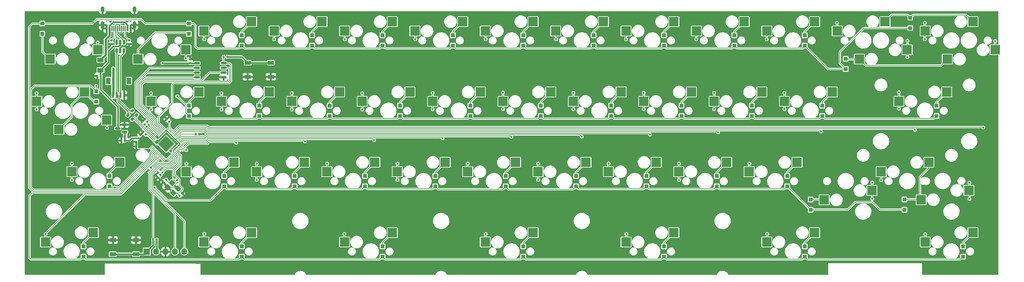
<source format=gbr>
%TF.GenerationSoftware,KiCad,Pcbnew,(6.0.11)*%
%TF.CreationDate,2023-03-20T14:32:51+01:00*%
%TF.ProjectId,kira,6b697261-2e6b-4696-9361-645f70636258,rev?*%
%TF.SameCoordinates,Original*%
%TF.FileFunction,Copper,L2,Bot*%
%TF.FilePolarity,Positive*%
%FSLAX46Y46*%
G04 Gerber Fmt 4.6, Leading zero omitted, Abs format (unit mm)*
G04 Created by KiCad (PCBNEW (6.0.11)) date 2023-03-20 14:32:51*
%MOMM*%
%LPD*%
G01*
G04 APERTURE LIST*
G04 Aperture macros list*
%AMRoundRect*
0 Rectangle with rounded corners*
0 $1 Rounding radius*
0 $2 $3 $4 $5 $6 $7 $8 $9 X,Y pos of 4 corners*
0 Add a 4 corners polygon primitive as box body*
4,1,4,$2,$3,$4,$5,$6,$7,$8,$9,$2,$3,0*
0 Add four circle primitives for the rounded corners*
1,1,$1+$1,$2,$3*
1,1,$1+$1,$4,$5*
1,1,$1+$1,$6,$7*
1,1,$1+$1,$8,$9*
0 Add four rect primitives between the rounded corners*
20,1,$1+$1,$2,$3,$4,$5,0*
20,1,$1+$1,$4,$5,$6,$7,0*
20,1,$1+$1,$6,$7,$8,$9,0*
20,1,$1+$1,$8,$9,$2,$3,0*%
%AMRotRect*
0 Rectangle, with rotation*
0 The origin of the aperture is its center*
0 $1 length*
0 $2 width*
0 $3 Rotation angle, in degrees counterclockwise*
0 Add horizontal line*
21,1,$1,$2,0,0,$3*%
G04 Aperture macros list end*
%TA.AperFunction,SMDPad,CuDef*%
%ADD10R,2.550000X2.500000*%
%TD*%
%TA.AperFunction,SMDPad,CuDef*%
%ADD11R,1.700000X1.000000*%
%TD*%
%TA.AperFunction,SMDPad,CuDef*%
%ADD12R,1.100000X1.100000*%
%TD*%
%TA.AperFunction,SMDPad,CuDef*%
%ADD13RoundRect,0.140000X-0.140000X-0.170000X0.140000X-0.170000X0.140000X0.170000X-0.140000X0.170000X0*%
%TD*%
%TA.AperFunction,SMDPad,CuDef*%
%ADD14RoundRect,0.140000X0.021213X-0.219203X0.219203X-0.021213X-0.021213X0.219203X-0.219203X0.021213X0*%
%TD*%
%TA.AperFunction,SMDPad,CuDef*%
%ADD15R,1.200000X1.800000*%
%TD*%
%TA.AperFunction,SMDPad,CuDef*%
%ADD16R,0.600000X1.550000*%
%TD*%
%TA.AperFunction,SMDPad,CuDef*%
%ADD17RoundRect,0.200000X-0.335876X-0.053033X-0.053033X-0.335876X0.335876X0.053033X0.053033X0.335876X0*%
%TD*%
%TA.AperFunction,SMDPad,CuDef*%
%ADD18RoundRect,0.135000X0.135000X0.185000X-0.135000X0.185000X-0.135000X-0.185000X0.135000X-0.185000X0*%
%TD*%
%TA.AperFunction,SMDPad,CuDef*%
%ADD19RoundRect,0.150000X0.587500X0.150000X-0.587500X0.150000X-0.587500X-0.150000X0.587500X-0.150000X0*%
%TD*%
%TA.AperFunction,SMDPad,CuDef*%
%ADD20RoundRect,0.150000X0.650000X0.150000X-0.650000X0.150000X-0.650000X-0.150000X0.650000X-0.150000X0*%
%TD*%
%TA.AperFunction,SMDPad,CuDef*%
%ADD21RoundRect,0.140000X0.140000X0.170000X-0.140000X0.170000X-0.140000X-0.170000X0.140000X-0.170000X0*%
%TD*%
%TA.AperFunction,SMDPad,CuDef*%
%ADD22RoundRect,0.140000X0.219203X0.021213X0.021213X0.219203X-0.219203X-0.021213X-0.021213X-0.219203X0*%
%TD*%
%TA.AperFunction,SMDPad,CuDef*%
%ADD23RoundRect,0.140000X-0.021213X0.219203X-0.219203X0.021213X0.021213X-0.219203X0.219203X-0.021213X0*%
%TD*%
%TA.AperFunction,SMDPad,CuDef*%
%ADD24R,0.600000X1.450000*%
%TD*%
%TA.AperFunction,SMDPad,CuDef*%
%ADD25R,0.300000X1.450000*%
%TD*%
%TA.AperFunction,ComponentPad*%
%ADD26O,1.000000X2.100000*%
%TD*%
%TA.AperFunction,ComponentPad*%
%ADD27O,1.000000X1.600000*%
%TD*%
%TA.AperFunction,SMDPad,CuDef*%
%ADD28RoundRect,0.135000X-0.185000X0.135000X-0.185000X-0.135000X0.185000X-0.135000X0.185000X0.135000X0*%
%TD*%
%TA.AperFunction,SMDPad,CuDef*%
%ADD29RoundRect,0.050000X0.238649X0.309359X-0.309359X-0.238649X-0.238649X-0.309359X0.309359X0.238649X0*%
%TD*%
%TA.AperFunction,SMDPad,CuDef*%
%ADD30RoundRect,0.050000X-0.238649X0.309359X-0.309359X0.238649X0.238649X-0.309359X0.309359X-0.238649X0*%
%TD*%
%TA.AperFunction,ComponentPad*%
%ADD31C,0.600000*%
%TD*%
%TA.AperFunction,SMDPad,CuDef*%
%ADD32RoundRect,0.144000X0.000000X2.059095X-2.059095X0.000000X0.000000X-2.059095X2.059095X0.000000X0*%
%TD*%
%TA.AperFunction,ComponentPad*%
%ADD33R,1.700000X1.700000*%
%TD*%
%TA.AperFunction,ComponentPad*%
%ADD34O,1.700000X1.700000*%
%TD*%
%TA.AperFunction,SMDPad,CuDef*%
%ADD35RoundRect,0.140000X0.170000X-0.140000X0.170000X0.140000X-0.170000X0.140000X-0.170000X-0.140000X0*%
%TD*%
%TA.AperFunction,SMDPad,CuDef*%
%ADD36RoundRect,0.135000X0.226274X0.035355X0.035355X0.226274X-0.226274X-0.035355X-0.035355X-0.226274X0*%
%TD*%
%TA.AperFunction,SMDPad,CuDef*%
%ADD37RoundRect,0.250000X-0.625000X0.375000X-0.625000X-0.375000X0.625000X-0.375000X0.625000X0.375000X0*%
%TD*%
%TA.AperFunction,SMDPad,CuDef*%
%ADD38RotRect,1.400000X1.200000X315.000000*%
%TD*%
%TA.AperFunction,SMDPad,CuDef*%
%ADD39RoundRect,0.150000X0.150000X-0.512500X0.150000X0.512500X-0.150000X0.512500X-0.150000X-0.512500X0*%
%TD*%
%TA.AperFunction,ViaPad*%
%ADD40C,0.600000*%
%TD*%
%TA.AperFunction,Conductor*%
%ADD41C,0.381000*%
%TD*%
%TA.AperFunction,Conductor*%
%ADD42C,0.200000*%
%TD*%
%TA.AperFunction,Conductor*%
%ADD43C,0.600000*%
%TD*%
%TA.AperFunction,Conductor*%
%ADD44C,0.254000*%
%TD*%
G04 APERTURE END LIST*
D10*
%TO.P,SW23,1,1*%
%TO.N,Col9*%
X204052500Y-62547500D03*
%TO.P,SW23,2,2*%
%TO.N,Net-(D35-Pad2)*%
X216979500Y-60007500D03*
%TD*%
%TO.P,SW42,1,1*%
%TO.N,Col10*%
X218340000Y-100647500D03*
%TO.P,SW42,2,2*%
%TO.N,Net-(D40-Pad2)*%
X231267000Y-98107500D03*
%TD*%
%TO.P,SW43,1,1*%
%TO.N,Col12*%
X261202500Y-100647500D03*
%TO.P,SW43,2,2*%
%TO.N,Net-(D45-Pad2)*%
X274129500Y-98107500D03*
%TD*%
%TO.P,SW13(1.5)1,1,1*%
%TO.N,Col12*%
X261202500Y-43497500D03*
%TO.P,SW13(1.5)1,2,2*%
%TO.N,Net-(D44-Pad2)*%
X274129500Y-40957500D03*
%TD*%
%TO.P,SW37(1.75)1,1,1*%
%TO.N,Col11*%
X273038152Y-86629151D03*
%TO.P,SW37(1.75)1,2,2*%
%TO.N,Net-(D43-Pad2)*%
X260111152Y-89169151D03*
%TD*%
%TO.P,SW25,1,1*%
%TO.N,Col11*%
X254090500Y-62540550D03*
%TO.P,SW25,2,2*%
%TO.N,Net-(D42-Pad2)*%
X267017500Y-60000550D03*
%TD*%
%TO.P,SW21,1,1*%
%TO.N,Col7*%
X165952500Y-62547500D03*
%TO.P,SW21,2,2*%
%TO.N,Net-(D28-Pad2)*%
X178879500Y-60007500D03*
%TD*%
%TO.P,SW15,1,1*%
%TO.N,Col1*%
X51652500Y-62547500D03*
%TO.P,SW15,2,2*%
%TO.N,Net-(D7-Pad2)*%
X64579500Y-60007500D03*
%TD*%
%TO.P,SW7,1,1*%
%TO.N,Col6*%
X142140000Y-43497500D03*
%TO.P,SW7,2,2*%
%TO.N,Net-(D23-Pad2)*%
X155067000Y-40957500D03*
%TD*%
%TO.P,SW34,1,1*%
%TO.N,Col8*%
X194527500Y-81597500D03*
%TO.P,SW34,2,2*%
%TO.N,Net-(D32-Pad2)*%
X207454500Y-79057500D03*
%TD*%
%TO.P,SW9,1,1*%
%TO.N,Col8*%
X180240000Y-43497500D03*
%TO.P,SW9,2,2*%
%TO.N,Net-(D30-Pad2)*%
X193167000Y-40957500D03*
%TD*%
%TO.P,SW30,1,1*%
%TO.N,Col4*%
X118327500Y-81597500D03*
%TO.P,SW30,2,2*%
%TO.N,Net-(D18-Pad2)*%
X131254500Y-79057500D03*
%TD*%
%TO.P,SW19,1,1*%
%TO.N,Col5*%
X127852500Y-62547500D03*
%TO.P,SW19,2,2*%
%TO.N,Net-(D21-Pad2)*%
X140779500Y-60007500D03*
%TD*%
%TO.P,SW14(1.25)1,1,1*%
%TO.N,Col0*%
X20708860Y-62548197D03*
%TO.P,SW14(1.25)1,2,2*%
%TO.N,Net-(D3-Pad2)*%
X33635860Y-60008197D03*
%TD*%
%TO.P,SW44,1,1*%
%TO.N,Col4*%
X104040000Y-100647500D03*
%TO.P,SW44,2,2*%
%TO.N,Net-(D19-Pad2)*%
X116967000Y-98107500D03*
%TD*%
%TO.P,SW45,1,1*%
%TO.N,Col8*%
X180240000Y-100647500D03*
%TO.P,SW45,2,2*%
%TO.N,Net-(D33-Pad2)*%
X193167000Y-98107500D03*
%TD*%
%TO.P,SW33,1,1*%
%TO.N,Col7*%
X175477500Y-81597500D03*
%TO.P,SW33,2,2*%
%TO.N,Net-(D29-Pad2)*%
X188404500Y-79057500D03*
%TD*%
%TO.P,SW32,1,1*%
%TO.N,Col6*%
X156427500Y-81597500D03*
%TO.P,SW32,2,2*%
%TO.N,Net-(D25-Pad2)*%
X169354500Y-79057500D03*
%TD*%
%TO.P,SW36,1,1*%
%TO.N,Col10*%
X246797500Y-86677500D03*
%TO.P,SW36,2,2*%
%TO.N,Net-(D39-Pad2)*%
X233870500Y-89217500D03*
%TD*%
%TO.P,SW4,1,1*%
%TO.N,Col3*%
X84990000Y-43497500D03*
%TO.P,SW4,2,2*%
%TO.N,Net-(D13-Pad2)*%
X97917000Y-40957500D03*
%TD*%
%TO.P,SW5,1,1*%
%TO.N,Col4*%
X104040000Y-43497500D03*
%TO.P,SW5,2,2*%
%TO.N,Net-(D16-Pad2)*%
X116967000Y-40957500D03*
%TD*%
%TO.P,SW16,1,1*%
%TO.N,Col2*%
X70702500Y-62547500D03*
%TO.P,SW16,2,2*%
%TO.N,Net-(D10-Pad2)*%
X83629500Y-60007500D03*
%TD*%
%TO.P,SW37(2.75)1,1,1*%
%TO.N,Col11*%
X249296100Y-81589624D03*
%TO.P,SW37(2.75)1,2,2*%
%TO.N,Net-(D43-Pad2)*%
X262223100Y-79049624D03*
%TD*%
%TO.P,SW17,1,1*%
%TO.N,Col3*%
X89752500Y-62547500D03*
%TO.P,SW17,2,2*%
%TO.N,Net-(D14-Pad2)*%
X102679500Y-60007500D03*
%TD*%
%TO.P,SW18,1,1*%
%TO.N,Col4*%
X108802500Y-62547500D03*
%TO.P,SW18,2,2*%
%TO.N,Net-(D17-Pad2)*%
X121729500Y-60007500D03*
%TD*%
%TO.P,SW35,1,1*%
%TO.N,Col9*%
X213577500Y-81597500D03*
%TO.P,SW35,2,2*%
%TO.N,Net-(D36-Pad2)*%
X226504500Y-79057500D03*
%TD*%
%TO.P,SW39,1,1*%
%TO.N,Col0*%
X23083281Y-100642316D03*
%TO.P,SW39,2,2*%
%TO.N,Net-(D5-Pad2)*%
X36010281Y-98102316D03*
%TD*%
%TO.P,SW40,1,1*%
%TO.N,Col2*%
X65940000Y-100647500D03*
%TO.P,SW40,2,2*%
%TO.N,Net-(D12-Pad2)*%
X78867000Y-98107500D03*
%TD*%
%TO.P,SW31,1,1*%
%TO.N,Col5*%
X137377500Y-81597500D03*
%TO.P,SW31,2,2*%
%TO.N,Net-(D22-Pad2)*%
X150304500Y-79057500D03*
%TD*%
%TO.P,SW8,1,1*%
%TO.N,Col7*%
X161190000Y-43497500D03*
%TO.P,SW8,2,2*%
%TO.N,Net-(D27-Pad2)*%
X174117000Y-40957500D03*
%TD*%
%TO.P,SW12,1,1*%
%TO.N,Col11*%
X280135000Y-48577500D03*
%TO.P,SW12,2,2*%
%TO.N,Net-(D41-Pad2)*%
X267208000Y-51117500D03*
%TD*%
%TO.P,SW41,1,1*%
%TO.N,Col6*%
X142140000Y-100647500D03*
%TO.P,SW41,2,2*%
%TO.N,Net-(D26-Pad2)*%
X155067000Y-98107500D03*
%TD*%
%TO.P,SW11,1,1*%
%TO.N,Col10*%
X218340000Y-43497500D03*
%TO.P,SW11,2,2*%
%TO.N,Net-(D37-Pad2)*%
X231267000Y-40957500D03*
%TD*%
%TO.P,SW28,1,1*%
%TO.N,Col2*%
X80227500Y-81597500D03*
%TO.P,SW28,2,2*%
%TO.N,Net-(D11-Pad2)*%
X93154500Y-79057500D03*
%TD*%
%TO.P,SW3,1,1*%
%TO.N,Col2*%
X65940000Y-43497500D03*
%TO.P,SW3,2,2*%
%TO.N,Net-(D9-Pad2)*%
X78867000Y-40957500D03*
%TD*%
%TO.P,SW1,1,1*%
%TO.N,Col0*%
X37247500Y-48577500D03*
%TO.P,SW1,2,2*%
%TO.N,Net-(D2-Pad2)*%
X24320500Y-51117500D03*
%TD*%
%TO.P,SW10,1,1*%
%TO.N,Col9*%
X199290000Y-43497500D03*
%TO.P,SW10,2,2*%
%TO.N,Net-(D34-Pad2)*%
X212217000Y-40957500D03*
%TD*%
%TO.P,SW13,1,1*%
%TO.N,Col12*%
X237390000Y-43497500D03*
%TO.P,SW13,2,2*%
%TO.N,Net-(D44-Pad2)*%
X250317000Y-40957500D03*
%TD*%
%TO.P,SW27,1,1*%
%TO.N,Col1*%
X61177500Y-81597500D03*
%TO.P,SW27,2,2*%
%TO.N,Net-(D8-Pad2)*%
X74104500Y-79057500D03*
%TD*%
%TO.P,SW22,1,1*%
%TO.N,Col8*%
X185002500Y-62547500D03*
%TO.P,SW22,2,2*%
%TO.N,Net-(D31-Pad2)*%
X197929500Y-60007500D03*
%TD*%
%TO.P,SW6,1,1*%
%TO.N,Col5*%
X123090000Y-43497500D03*
%TO.P,SW6,2,2*%
%TO.N,Net-(D20-Pad2)*%
X136017000Y-40957500D03*
%TD*%
%TO.P,SW24,1,1*%
%TO.N,Col10*%
X223102500Y-62547500D03*
%TO.P,SW24,2,2*%
%TO.N,Net-(D38-Pad2)*%
X236029500Y-60007500D03*
%TD*%
%TO.P,SW29,1,1*%
%TO.N,Col3*%
X99277500Y-81597500D03*
%TO.P,SW29,2,2*%
%TO.N,Net-(D15-Pad2)*%
X112204500Y-79057500D03*
%TD*%
%TO.P,SW20,1,1*%
%TO.N,Col6*%
X146902500Y-62547500D03*
%TO.P,SW20,2,2*%
%TO.N,Net-(D24-Pad2)*%
X159829500Y-60007500D03*
%TD*%
%TO.P,SW14,1,1*%
%TO.N,Col0*%
X39623117Y-67606067D03*
%TO.P,SW14,2,2*%
%TO.N,Net-(D3-Pad2)*%
X26696117Y-70146067D03*
%TD*%
%TO.P,SW2,1,1*%
%TO.N,Col1*%
X61060000Y-48577500D03*
%TO.P,SW2,2,2*%
%TO.N,Net-(D6-Pad2)*%
X48133000Y-51117500D03*
%TD*%
%TO.P,SW12(1.5)1,1,1*%
%TO.N,Col11*%
X256322500Y-48577500D03*
%TO.P,SW12(1.5)1,2,2*%
%TO.N,Net-(D41-Pad2)*%
X243395500Y-51117500D03*
%TD*%
%TO.P,SW26,1,1*%
%TO.N,Col0*%
X30235255Y-81565102D03*
%TO.P,SW26,2,2*%
%TO.N,Net-(D4-Pad2)*%
X43162255Y-79025102D03*
%TD*%
D11*
%TO.P,SW47,1,1*%
%TO.N,RESET*%
X47600000Y-103881000D03*
X41300000Y-103881000D03*
%TO.P,SW47,2,2*%
%TO.N,GND*%
X47600000Y-100081000D03*
X41300000Y-100081000D03*
%TD*%
D12*
%TO.P,D12,1,K*%
%TO.N,Row3*%
X76200000Y-104587500D03*
%TO.P,D12,2,A*%
%TO.N,Net-(D12-Pad2)*%
X76200000Y-101787500D03*
%TD*%
%TO.P,D43,1,K*%
%TO.N,Row2*%
X255587500Y-91887500D03*
%TO.P,D43,2,A*%
%TO.N,Net-(D43-Pad2)*%
X255587500Y-89087500D03*
%TD*%
%TO.P,D29,1,K*%
%TO.N,Row2*%
X185737500Y-85537500D03*
%TO.P,D29,2,A*%
%TO.N,Net-(D29-Pad2)*%
X185737500Y-82737500D03*
%TD*%
%TO.P,D34,1,K*%
%TO.N,Row0*%
X209550000Y-47437500D03*
%TO.P,D34,2,A*%
%TO.N,Net-(D34-Pad2)*%
X209550000Y-44637500D03*
%TD*%
%TO.P,D28,1,K*%
%TO.N,Row1*%
X176212500Y-66487500D03*
%TO.P,D28,2,A*%
%TO.N,Net-(D28-Pad2)*%
X176212500Y-63687500D03*
%TD*%
%TO.P,D44,1,K*%
%TO.N,Row0*%
X257175000Y-42675000D03*
%TO.P,D44,2,A*%
%TO.N,Net-(D44-Pad2)*%
X257175000Y-39875000D03*
%TD*%
%TO.P,D21,1,K*%
%TO.N,Row1*%
X138112500Y-66487500D03*
%TO.P,D21,2,A*%
%TO.N,Net-(D21-Pad2)*%
X138112500Y-63687500D03*
%TD*%
D13*
%TO.P,C7,1*%
%TO.N,+3V3*%
X44478000Y-72136000D03*
%TO.P,C7,2*%
%TO.N,GND*%
X45438000Y-72136000D03*
%TD*%
D12*
%TO.P,D5,1,K*%
%TO.N,Row3*%
X33337500Y-104587500D03*
%TO.P,D5,2,A*%
%TO.N,Net-(D5-Pad2)*%
X33337500Y-101787500D03*
%TD*%
%TO.P,D30,1,K*%
%TO.N,Row0*%
X190500000Y-47437500D03*
%TO.P,D30,2,A*%
%TO.N,Net-(D30-Pad2)*%
X190500000Y-44637500D03*
%TD*%
D14*
%TO.P,C5,1*%
%TO.N,GND*%
X55032589Y-84413411D03*
%TO.P,C5,2*%
%TO.N,Net-(C5-Pad2)*%
X55711411Y-83734589D03*
%TD*%
D12*
%TO.P,D42,1,K*%
%TO.N,Row1*%
X264287000Y-66487500D03*
%TO.P,D42,2,A*%
%TO.N,Net-(D42-Pad2)*%
X264287000Y-63687500D03*
%TD*%
%TO.P,D14,1,K*%
%TO.N,Row1*%
X100012500Y-66487500D03*
%TO.P,D14,2,A*%
%TO.N,Net-(D14-Pad2)*%
X100012500Y-63687500D03*
%TD*%
D15*
%TO.P,J3,*%
%TO.N,*%
X45662500Y-56987500D03*
X40062500Y-56987500D03*
D16*
%TO.P,J3,1,Pin_1*%
%TO.N,VBUS*%
X41362500Y-60862500D03*
%TO.P,J3,2,Pin_2*%
%TO.N,D_N*%
X42362500Y-60862500D03*
%TO.P,J3,3,Pin_3*%
%TO.N,D_P*%
X43362500Y-60862500D03*
%TO.P,J3,4,Pin_4*%
%TO.N,GND*%
X44362500Y-60862500D03*
%TD*%
D17*
%TO.P,R2,1*%
%TO.N,D_N*%
X45390637Y-66218637D03*
%TO.P,R2,2*%
%TO.N,/D_-*%
X46557363Y-67385363D03*
%TD*%
D12*
%TO.P,D11,1,K*%
%TO.N,Row2*%
X90487500Y-85537500D03*
%TO.P,D11,2,A*%
%TO.N,Net-(D11-Pad2)*%
X90487500Y-82737500D03*
%TD*%
D18*
%TO.P,R3,1*%
%TO.N,+3V3*%
X53215000Y-99949000D03*
%TO.P,R3,2*%
%TO.N,RESET*%
X52195000Y-99949000D03*
%TD*%
D12*
%TO.P,D39,1,K*%
%TO.N,Row2*%
X230187500Y-91887500D03*
%TO.P,D39,2,A*%
%TO.N,Net-(D39-Pad2)*%
X230187500Y-89087500D03*
%TD*%
%TO.P,D31,1,K*%
%TO.N,Row1*%
X195262500Y-66487500D03*
%TO.P,D31,2,A*%
%TO.N,Net-(D31-Pad2)*%
X195262500Y-63687500D03*
%TD*%
D19*
%TO.P,U2,1,GND*%
%TO.N,GND*%
X44498500Y-68900000D03*
%TO.P,U2,2,VO*%
%TO.N,+3V3*%
X44498500Y-70800000D03*
%TO.P,U2,3,VI*%
%TO.N,+5V*%
X42623500Y-69850000D03*
%TD*%
D20*
%TO.P,U3,1,~{CS}*%
%TO.N,CS*%
X71267225Y-52196320D03*
%TO.P,U3,2,DO(IO1)*%
%TO.N,SD1*%
X71267225Y-53466320D03*
%TO.P,U3,3,IO2*%
%TO.N,SD2*%
X71267225Y-54736320D03*
%TO.P,U3,4,GND*%
%TO.N,GND*%
X71267225Y-56006320D03*
%TO.P,U3,5,DI(IO0)*%
%TO.N,SD0*%
X64067225Y-56006320D03*
%TO.P,U3,6,CLK*%
%TO.N,QSPI_CLK*%
X64067225Y-54736320D03*
%TO.P,U3,7,IO3*%
%TO.N,SD3*%
X64067225Y-53466320D03*
%TO.P,U3,8,VCC*%
%TO.N,+3V3*%
X64067225Y-52196320D03*
%TD*%
D21*
%TO.P,C16,1*%
%TO.N,+3V3*%
X48613000Y-73533000D03*
%TO.P,C16,2*%
%TO.N,GND*%
X47653000Y-73533000D03*
%TD*%
D22*
%TO.P,C15,1*%
%TO.N,+3V3*%
X49902992Y-68745464D03*
%TO.P,C15,2*%
%TO.N,GND*%
X49224170Y-68066642D03*
%TD*%
D23*
%TO.P,C11,1*%
%TO.N,+3V3*%
X54187411Y-82464589D03*
%TO.P,C11,2*%
%TO.N,GND*%
X53508589Y-83143411D03*
%TD*%
D12*
%TO.P,D23,1,K*%
%TO.N,Row0*%
X152400000Y-47437500D03*
%TO.P,D23,2,A*%
%TO.N,Net-(D23-Pad2)*%
X152400000Y-44637500D03*
%TD*%
D24*
%TO.P,J1,A1,GND*%
%TO.N,GND*%
X39612499Y-42764539D03*
%TO.P,J1,A4,VBUS*%
%TO.N,VBUS*%
X40412499Y-42764539D03*
D25*
%TO.P,J1,A5,CC1*%
%TO.N,/CC1*%
X41612499Y-42764539D03*
%TO.P,J1,A6,D+*%
%TO.N,D_USB_P*%
X42612499Y-42764539D03*
%TO.P,J1,A7,D-*%
%TO.N,D_USB_N*%
X43112499Y-42764539D03*
%TO.P,J1,A8,SBU1*%
%TO.N,unconnected-(J1-PadA8)*%
X44112499Y-42764539D03*
D24*
%TO.P,J1,A9,VBUS*%
%TO.N,VBUS*%
X45312499Y-42764539D03*
%TO.P,J1,A12,GND*%
%TO.N,GND*%
X46112499Y-42764539D03*
%TO.P,J1,B1,GND*%
X46112499Y-42764539D03*
%TO.P,J1,B4,VBUS*%
%TO.N,VBUS*%
X45312499Y-42764539D03*
D25*
%TO.P,J1,B5,CC2*%
%TO.N,/CC2*%
X44612499Y-42764539D03*
%TO.P,J1,B6,D+*%
%TO.N,D_USB_P*%
X43612499Y-42764539D03*
%TO.P,J1,B7,D-*%
%TO.N,D_USB_N*%
X42112499Y-42764539D03*
%TO.P,J1,B8,SBU2*%
%TO.N,unconnected-(J1-PadB8)*%
X41112499Y-42764539D03*
D24*
%TO.P,J1,B9,VBUS*%
%TO.N,VBUS*%
X40412499Y-42764539D03*
%TO.P,J1,B12,GND*%
%TO.N,GND*%
X39612499Y-42764539D03*
D26*
%TO.P,J1,S1,SHIELD*%
X47182499Y-41849539D03*
D27*
X47182499Y-37669539D03*
X38542499Y-37669539D03*
D26*
X38542499Y-41849539D03*
%TD*%
D21*
%TO.P,C8,1*%
%TO.N,+3V3*%
X44549000Y-73152000D03*
%TO.P,C8,2*%
%TO.N,GND*%
X43589000Y-73152000D03*
%TD*%
D13*
%TO.P,C14,1*%
%TO.N,+3V3*%
X63726084Y-71374000D03*
%TO.P,C14,2*%
%TO.N,GND*%
X64686084Y-71374000D03*
%TD*%
D28*
%TO.P,R5,1*%
%TO.N,/CC2*%
X45720000Y-45972000D03*
%TO.P,R5,2*%
%TO.N,GND*%
X45720000Y-46992000D03*
%TD*%
D22*
%TO.P,C17,1*%
%TO.N,+3V3*%
X56600411Y-68030411D03*
%TO.P,C17,2*%
%TO.N,GND*%
X55921589Y-67351589D03*
%TD*%
D12*
%TO.P,D24,1,K*%
%TO.N,Row1*%
X157162500Y-66487500D03*
%TO.P,D24,2,A*%
%TO.N,Net-(D24-Pad2)*%
X157162500Y-63687500D03*
%TD*%
D22*
%TO.P,C1,1*%
%TO.N,+1V1*%
X50197263Y-71520150D03*
%TO.P,C1,2*%
%TO.N,GND*%
X49518441Y-70841328D03*
%TD*%
%TO.P,C2,1*%
%TO.N,+1V1*%
X50631411Y-68030411D03*
%TO.P,C2,2*%
%TO.N,GND*%
X49952589Y-67351589D03*
%TD*%
D12*
%TO.P,D20,1,K*%
%TO.N,Row0*%
X133350000Y-47437500D03*
%TO.P,D20,2,A*%
%TO.N,Net-(D20-Pad2)*%
X133350000Y-44637500D03*
%TD*%
%TO.P,D45,1,K*%
%TO.N,Row3*%
X271462500Y-104587500D03*
%TO.P,D45,2,A*%
%TO.N,Net-(D45-Pad2)*%
X271462500Y-101787500D03*
%TD*%
%TO.P,D40,1,K*%
%TO.N,Row3*%
X228600000Y-104587500D03*
%TO.P,D40,2,A*%
%TO.N,Net-(D40-Pad2)*%
X228600000Y-101787500D03*
%TD*%
%TO.P,D27,1,K*%
%TO.N,Row0*%
X171450000Y-47437500D03*
%TO.P,D27,2,A*%
%TO.N,Net-(D27-Pad2)*%
X171450000Y-44637500D03*
%TD*%
D29*
%TO.P,U1,1,IOVDD*%
%TO.N,+3V3*%
X56351349Y-69804890D03*
%TO.P,U1,2,GPIO0*%
%TO.N,unconnected-(U1-Pad2)*%
X56634192Y-70087733D03*
%TO.P,U1,3,GPIO1*%
%TO.N,unconnected-(U1-Pad3)*%
X56917034Y-70370575D03*
%TO.P,U1,4,GPIO2*%
%TO.N,unconnected-(U1-Pad4)*%
X57199877Y-70653418D03*
%TO.P,U1,5,GPIO3*%
%TO.N,Col12*%
X57482720Y-70936261D03*
%TO.P,U1,6,GPIO4*%
%TO.N,Col11*%
X57765562Y-71219103D03*
%TO.P,U1,7,GPIO5*%
%TO.N,Col10*%
X58048405Y-71501946D03*
%TO.P,U1,8,GPIO6*%
%TO.N,Col9*%
X58331248Y-71784789D03*
%TO.P,U1,9,GPIO7*%
%TO.N,Col8*%
X58614091Y-72067632D03*
%TO.P,U1,10,IOVDD*%
%TO.N,+3V3*%
X58896933Y-72350474D03*
%TO.P,U1,11,GPIO8*%
%TO.N,Col7*%
X59179776Y-72633317D03*
%TO.P,U1,12,GPIO9*%
%TO.N,Col6*%
X59462619Y-72916160D03*
%TO.P,U1,13,GPIO10*%
%TO.N,Col5*%
X59745461Y-73199002D03*
%TO.P,U1,14,GPIO11*%
%TO.N,Col4*%
X60028304Y-73481845D03*
D30*
%TO.P,U1,15,GPIO12*%
%TO.N,Col3*%
X60028304Y-74666249D03*
%TO.P,U1,16,GPIO13*%
%TO.N,Col2*%
X59745461Y-74949092D03*
%TO.P,U1,17,GPIO14*%
%TO.N,Col1*%
X59462619Y-75231934D03*
%TO.P,U1,18,GPIO15*%
%TO.N,unconnected-(U1-Pad18)*%
X59179776Y-75514777D03*
%TO.P,U1,19,TESTEN*%
%TO.N,GND*%
X58896933Y-75797620D03*
%TO.P,U1,20,XTAL_IN*%
%TO.N,XTAL_IN*%
X58614091Y-76080462D03*
%TO.P,U1,21,XTAL_OUT*%
%TO.N,XTAL_OUT*%
X58331248Y-76363305D03*
%TO.P,U1,22,IOVDD*%
%TO.N,+3V3*%
X58048405Y-76646148D03*
%TO.P,U1,23,DVDD*%
%TO.N,+1V1*%
X57765562Y-76928991D03*
%TO.P,U1,24,SWCLK*%
%TO.N,SWCLK*%
X57482720Y-77211833D03*
%TO.P,U1,25,SWDIO*%
%TO.N,SWD*%
X57199877Y-77494676D03*
%TO.P,U1,26,~{RUN}*%
%TO.N,RESET*%
X56917034Y-77777519D03*
%TO.P,U1,27,GPIO16*%
%TO.N,unconnected-(U1-Pad27)*%
X56634192Y-78060361D03*
%TO.P,U1,28,GPIO17*%
%TO.N,unconnected-(U1-Pad28)*%
X56351349Y-78343204D03*
D29*
%TO.P,U1,29,GPIO18*%
%TO.N,unconnected-(U1-Pad29)*%
X55166945Y-78343204D03*
%TO.P,U1,30,GPIO19*%
%TO.N,unconnected-(U1-Pad30)*%
X54884102Y-78060361D03*
%TO.P,U1,31,GPIO20*%
%TO.N,unconnected-(U1-Pad31)*%
X54601260Y-77777519D03*
%TO.P,U1,32,GPIO21*%
%TO.N,unconnected-(U1-Pad32)*%
X54318417Y-77494676D03*
%TO.P,U1,33,IOVDD*%
%TO.N,+3V3*%
X54035574Y-77211833D03*
%TO.P,U1,34,GPIO22*%
%TO.N,unconnected-(U1-Pad34)*%
X53752732Y-76928991D03*
%TO.P,U1,35,GPIO23*%
%TO.N,Col0*%
X53469889Y-76646148D03*
%TO.P,U1,36,GPIO24*%
%TO.N,Row3*%
X53187046Y-76363305D03*
%TO.P,U1,37,GPIO25*%
%TO.N,Row0*%
X52904203Y-76080462D03*
%TO.P,U1,38,GPIO26/ADC0*%
%TO.N,Row1*%
X52621361Y-75797620D03*
%TO.P,U1,39,GPIO27/ADC1*%
%TO.N,Row2*%
X52338518Y-75514777D03*
%TO.P,U1,40,GPIO28/ADC2*%
%TO.N,unconnected-(U1-Pad40)*%
X52055675Y-75231934D03*
%TO.P,U1,41,GPIO29/ADC3*%
%TO.N,unconnected-(U1-Pad41)*%
X51772833Y-74949092D03*
%TO.P,U1,42,IOVDD*%
%TO.N,+3V3*%
X51489990Y-74666249D03*
D30*
%TO.P,U1,43,ADC_AVDD*%
X51489990Y-73481845D03*
%TO.P,U1,44,VREG_VIN*%
X51772833Y-73199002D03*
%TO.P,U1,45,VREG_VOUT*%
%TO.N,+1V1*%
X52055675Y-72916160D03*
%TO.P,U1,46,D-*%
%TO.N,/D_-*%
X52338518Y-72633317D03*
%TO.P,U1,47,D+*%
%TO.N,/D_+*%
X52621361Y-72350474D03*
%TO.P,U1,48,USB_VDD*%
%TO.N,+3V3*%
X52904203Y-72067632D03*
%TO.P,U1,49,IOVDD*%
X53187046Y-71784789D03*
%TO.P,U1,50,DVDD*%
%TO.N,+1V1*%
X53469889Y-71501946D03*
%TO.P,U1,51,QSPI_SD3*%
%TO.N,SD3*%
X53752732Y-71219103D03*
%TO.P,U1,52,QSPI_SCLK*%
%TO.N,QSPI_CLK*%
X54035574Y-70936261D03*
%TO.P,U1,53,QSPI_SD0*%
%TO.N,SD0*%
X54318417Y-70653418D03*
%TO.P,U1,54,QSPI_SD2*%
%TO.N,SD2*%
X54601260Y-70370575D03*
%TO.P,U1,55,QSPI_SD1*%
%TO.N,SD1*%
X54884102Y-70087733D03*
%TO.P,U1,56,QSPI_SS_N*%
%TO.N,CS*%
X55166945Y-69804890D03*
D31*
%TO.P,U1,57,GND*%
%TO.N,GND*%
X54857586Y-74975608D03*
X55759147Y-72270925D03*
X55759147Y-75877169D03*
X53956025Y-74074047D03*
X56660708Y-74975608D03*
X55759147Y-74074047D03*
X56660708Y-73172486D03*
D32*
X55759147Y-74074047D03*
D31*
X54857586Y-73172486D03*
X57562269Y-74074047D03*
%TD*%
D33*
%TO.P,J2,1,Pin_1*%
%TO.N,RESET*%
X50482500Y-103212500D03*
D34*
%TO.P,J2,2,Pin_2*%
%TO.N,+3V3*%
X53022500Y-103212500D03*
%TO.P,J2,3,Pin_3*%
%TO.N,GND*%
X55562500Y-103212500D03*
%TO.P,J2,4,Pin_4*%
%TO.N,SWD*%
X58102500Y-103212500D03*
%TO.P,J2,5,Pin_5*%
%TO.N,SWCLK*%
X60642500Y-103212500D03*
%TD*%
D12*
%TO.P,D33,1,K*%
%TO.N,Row3*%
X190500000Y-104587500D03*
%TO.P,D33,2,A*%
%TO.N,Net-(D33-Pad2)*%
X190500000Y-101787500D03*
%TD*%
%TO.P,D4,1,K*%
%TO.N,Row2*%
X40386000Y-85537500D03*
%TO.P,D4,2,A*%
%TO.N,Net-(D4-Pad2)*%
X40386000Y-82737500D03*
%TD*%
%TO.P,D16,1,K*%
%TO.N,Row0*%
X114300000Y-47437500D03*
%TO.P,D16,2,A*%
%TO.N,Net-(D16-Pad2)*%
X114300000Y-44637500D03*
%TD*%
D35*
%TO.P,C12,1*%
%TO.N,+3V3*%
X62230000Y-52168320D03*
%TO.P,C12,2*%
%TO.N,GND*%
X62230000Y-51208320D03*
%TD*%
D12*
%TO.P,D3,1,K*%
%TO.N,Row1*%
X36830000Y-59814000D03*
%TO.P,D3,2,A*%
%TO.N,Net-(D3-Pad2)*%
X36830000Y-62614000D03*
%TD*%
%TO.P,D8,1,K*%
%TO.N,Row2*%
X71437500Y-85537500D03*
%TO.P,D8,2,A*%
%TO.N,Net-(D8-Pad2)*%
X71437500Y-82737500D03*
%TD*%
D36*
%TO.P,R7,1*%
%TO.N,Net-(C5-Pad2)*%
X58688924Y-83894005D03*
%TO.P,R7,2*%
%TO.N,XTAL_OUT*%
X57967676Y-83172757D03*
%TD*%
D12*
%TO.P,D15,1,K*%
%TO.N,Row2*%
X109537500Y-85537500D03*
%TO.P,D15,2,A*%
%TO.N,Net-(D15-Pad2)*%
X109537500Y-82737500D03*
%TD*%
D23*
%TO.P,C13,1*%
%TO.N,+3V3*%
X51647411Y-80432589D03*
%TO.P,C13,2*%
%TO.N,GND*%
X50968589Y-81111411D03*
%TD*%
D12*
%TO.P,D22,1,K*%
%TO.N,Row2*%
X147637500Y-85537500D03*
%TO.P,D22,2,A*%
%TO.N,Net-(D22-Pad2)*%
X147637500Y-82737500D03*
%TD*%
%TO.P,D10,1,K*%
%TO.N,Row1*%
X80962500Y-66487500D03*
%TO.P,D10,2,A*%
%TO.N,Net-(D10-Pad2)*%
X80962500Y-63687500D03*
%TD*%
%TO.P,D26,1,K*%
%TO.N,Row3*%
X152400000Y-104587500D03*
%TO.P,D26,2,A*%
%TO.N,Net-(D26-Pad2)*%
X152400000Y-101787500D03*
%TD*%
%TO.P,D32,1,K*%
%TO.N,Row2*%
X204787500Y-85537500D03*
%TO.P,D32,2,A*%
%TO.N,Net-(D32-Pad2)*%
X204787500Y-82737500D03*
%TD*%
%TO.P,D37,1,K*%
%TO.N,Row0*%
X228600000Y-47437500D03*
%TO.P,D37,2,A*%
%TO.N,Net-(D37-Pad2)*%
X228600000Y-44637500D03*
%TD*%
D21*
%TO.P,C4,1*%
%TO.N,+5V*%
X38044000Y-55626000D03*
%TO.P,C4,2*%
%TO.N,GND*%
X37084000Y-55626000D03*
%TD*%
D23*
%TO.P,C6,1*%
%TO.N,GND*%
X60029411Y-87417589D03*
%TO.P,C6,2*%
%TO.N,XTAL_IN*%
X59350589Y-88096411D03*
%TD*%
D12*
%TO.P,D19,1,K*%
%TO.N,Row3*%
X114300000Y-104587500D03*
%TO.P,D19,2,A*%
%TO.N,Net-(D19-Pad2)*%
X114300000Y-101787500D03*
%TD*%
D18*
%TO.P,R6,1*%
%TO.N,/USB_BOOT*%
X72317425Y-50494520D03*
%TO.P,R6,2*%
%TO.N,CS*%
X71297425Y-50494520D03*
%TD*%
D12*
%TO.P,D9,1,K*%
%TO.N,Row0*%
X76200000Y-47437500D03*
%TO.P,D9,2,A*%
%TO.N,Net-(D9-Pad2)*%
X76200000Y-44637500D03*
%TD*%
D21*
%TO.P,C10,1*%
%TO.N,+3V3*%
X48613000Y-74676000D03*
%TO.P,C10,2*%
%TO.N,GND*%
X47653000Y-74676000D03*
%TD*%
D12*
%TO.P,D17,1,K*%
%TO.N,Row1*%
X119062500Y-66487500D03*
%TO.P,D17,2,A*%
%TO.N,Net-(D17-Pad2)*%
X119062500Y-63687500D03*
%TD*%
%TO.P,D7,1,K*%
%TO.N,Row1*%
X61912500Y-66487500D03*
%TO.P,D7,2,A*%
%TO.N,Net-(D7-Pad2)*%
X61912500Y-63687500D03*
%TD*%
%TO.P,D2,1,K*%
%TO.N,Row0*%
X22225000Y-41462500D03*
%TO.P,D2,2,A*%
%TO.N,Net-(D2-Pad2)*%
X22225000Y-44262500D03*
%TD*%
D37*
%TO.P,F1,1*%
%TO.N,VBUS*%
X37973000Y-51305000D03*
%TO.P,F1,2*%
%TO.N,+5V*%
X37973000Y-54105000D03*
%TD*%
D23*
%TO.P,C3,1*%
%TO.N,+1V1*%
X54187411Y-81067589D03*
%TO.P,C3,2*%
%TO.N,GND*%
X53508589Y-81746411D03*
%TD*%
D12*
%TO.P,D6,1,K*%
%TO.N,Row0*%
X61912500Y-41462500D03*
%TO.P,D6,2,A*%
%TO.N,Net-(D6-Pad2)*%
X61912500Y-44262500D03*
%TD*%
D17*
%TO.P,R1,1*%
%TO.N,D_P*%
X46533637Y-65075637D03*
%TO.P,R1,2*%
%TO.N,/D_+*%
X47700363Y-66242363D03*
%TD*%
D12*
%TO.P,D25,1,K*%
%TO.N,Row2*%
X166687500Y-85537500D03*
%TO.P,D25,2,A*%
%TO.N,Net-(D25-Pad2)*%
X166687500Y-82737500D03*
%TD*%
D11*
%TO.P,SW46,1,1*%
%TO.N,GND*%
X84112500Y-55875000D03*
X77812500Y-55875000D03*
%TO.P,SW46,2,2*%
%TO.N,/USB_BOOT*%
X84112500Y-52075000D03*
X77812500Y-52075000D03*
%TD*%
D28*
%TO.P,R4,1*%
%TO.N,/CC1*%
X40894000Y-45972000D03*
%TO.P,R4,2*%
%TO.N,GND*%
X40894000Y-46992000D03*
%TD*%
D12*
%TO.P,D36,1,K*%
%TO.N,Row2*%
X223837500Y-85537500D03*
%TO.P,D36,2,A*%
%TO.N,Net-(D36-Pad2)*%
X223837500Y-82737500D03*
%TD*%
D38*
%TO.P,Y1,1,1*%
%TO.N,Net-(C5-Pad2)*%
X57354223Y-84600142D03*
%TO.P,Y1,2,2*%
%TO.N,GND*%
X58909858Y-86155777D03*
%TO.P,Y1,3,3*%
%TO.N,XTAL_IN*%
X57707777Y-87357858D03*
%TO.P,Y1,4,4*%
%TO.N,GND*%
X56152142Y-85802223D03*
%TD*%
D39*
%TO.P,U4,1,I/O1*%
%TO.N,D_P*%
X44257000Y-48762500D03*
%TO.P,U4,2,GND*%
%TO.N,GND*%
X43307000Y-48762500D03*
%TO.P,U4,3,I/O2*%
%TO.N,D_N*%
X42357000Y-48762500D03*
%TO.P,U4,4,I/O2*%
%TO.N,D_USB_N*%
X42357000Y-46487500D03*
%TO.P,U4,5,VBUS*%
%TO.N,+5V*%
X43307000Y-46487500D03*
%TO.P,U4,6,I/O1*%
%TO.N,D_USB_P*%
X44257000Y-46487500D03*
%TD*%
D12*
%TO.P,D18,1,K*%
%TO.N,Row2*%
X128587500Y-85537500D03*
%TO.P,D18,2,A*%
%TO.N,Net-(D18-Pad2)*%
X128587500Y-82737500D03*
%TD*%
%TO.P,D41,1,K*%
%TO.N,Row0*%
X239712500Y-53787500D03*
%TO.P,D41,2,A*%
%TO.N,Net-(D41-Pad2)*%
X239712500Y-50987500D03*
%TD*%
%TO.P,D35,1,K*%
%TO.N,Row1*%
X214312500Y-66487500D03*
%TO.P,D35,2,A*%
%TO.N,Net-(D35-Pad2)*%
X214312500Y-63687500D03*
%TD*%
%TO.P,D38,1,K*%
%TO.N,Row1*%
X233362500Y-66487500D03*
%TO.P,D38,2,A*%
%TO.N,Net-(D38-Pad2)*%
X233362500Y-63687500D03*
%TD*%
D22*
%TO.P,C9,1*%
%TO.N,+3V3*%
X49488411Y-72221411D03*
%TO.P,C9,2*%
%TO.N,GND*%
X48809589Y-71542589D03*
%TD*%
D12*
%TO.P,D13,1,K*%
%TO.N,Row0*%
X95250000Y-47437500D03*
%TO.P,D13,2,A*%
%TO.N,Net-(D13-Pad2)*%
X95250000Y-44637500D03*
%TD*%
D40*
%TO.N,Row1*%
X58775600Y-61163200D03*
X36830714Y-58366824D03*
%TO.N,Row2*%
X41808400Y-85852000D03*
X52561500Y-85852000D03*
%TO.N,Col0*%
X30226000Y-79375000D03*
X39751000Y-69723000D03*
X20701000Y-64770000D03*
X37211000Y-46609000D03*
X23114000Y-98425000D03*
X30226000Y-83820000D03*
X20701000Y-60325000D03*
%TO.N,Col1*%
X61087000Y-50877000D03*
X51689000Y-60325000D03*
X61214000Y-79375000D03*
X61214000Y-75742800D03*
X51689000Y-64770000D03*
%TO.N,Col2*%
X66040000Y-45720000D03*
X70739000Y-64770000D03*
X74676000Y-73787000D03*
X80264000Y-83820000D03*
X80264000Y-79375000D03*
X70739000Y-60325000D03*
X66040000Y-98398000D03*
%TO.N,Col3*%
X93345000Y-73406000D03*
X84963000Y-45720000D03*
X89789000Y-64770000D03*
X89789000Y-60325000D03*
X99314000Y-79375000D03*
%TO.N,Col4*%
X118364000Y-83820000D03*
X108839000Y-64770000D03*
X104013000Y-98425000D03*
X104140000Y-45720000D03*
X108839000Y-60325000D03*
X112014000Y-73025000D03*
X118364000Y-79375000D03*
%TO.N,Col5*%
X127889000Y-60225000D03*
X123190000Y-45720000D03*
X127889000Y-64670000D03*
X137414000Y-79375000D03*
X130556000Y-72519500D03*
%TO.N,Col6*%
X146939000Y-64593000D03*
X146939000Y-60148000D03*
X142240000Y-45720000D03*
X156464000Y-79375000D03*
X142240000Y-98425000D03*
X156464000Y-83820000D03*
X149225000Y-72136000D03*
%TO.N,Col7*%
X161290000Y-45720000D03*
X165989000Y-60198000D03*
X175514000Y-79375000D03*
X168249600Y-72085200D03*
X165989000Y-64643000D03*
%TO.N,Col8*%
X185039000Y-60198000D03*
X185039000Y-64643000D03*
X194564000Y-79375000D03*
X180340000Y-98425000D03*
X180213000Y-45720000D03*
X194564000Y-83820000D03*
X186690000Y-71501000D03*
%TO.N,Col9*%
X199263000Y-45720000D03*
X204089000Y-64643000D03*
X205164547Y-70919500D03*
X204089000Y-60198000D03*
X213614000Y-79375000D03*
%TO.N,Col11*%
X273177000Y-88977000D03*
X256413000Y-46101000D03*
X273177000Y-84532000D03*
X280162000Y-46178000D03*
X254127000Y-60071000D03*
X249301000Y-83897000D03*
X256413000Y-50546000D03*
X254127000Y-64516000D03*
X258445000Y-70231000D03*
%TO.N,GND*%
X38100000Y-44577000D03*
X55582114Y-100641489D03*
X35913000Y-55626000D03*
X42672000Y-73152000D03*
X56515000Y-66802000D03*
X84074939Y-57438539D03*
X45720000Y-48133000D03*
X69723000Y-56007000D03*
X54356000Y-85090000D03*
X46609000Y-73533000D03*
X40169500Y-47752000D03*
X45466000Y-60960000D03*
X52832000Y-82423000D03*
X50329097Y-81698097D03*
X48058451Y-70770398D03*
X39837046Y-100079284D03*
X47752000Y-44577000D03*
X65603084Y-71374000D03*
X64008000Y-50546000D03*
X48768000Y-67056000D03*
%TO.N,Col10*%
X246888000Y-88977000D03*
X223139000Y-64643000D03*
X218440000Y-98425000D03*
X223139000Y-60198000D03*
X233037474Y-70694783D03*
X246888000Y-84532000D03*
X218313000Y-45720000D03*
%TO.N,Col12*%
X261112000Y-41275000D03*
X237363000Y-41275000D03*
X276987000Y-69596000D03*
X261112000Y-45720000D03*
X261239000Y-98502000D03*
%TO.N,+1V1*%
X56883728Y-75919928D03*
X51089500Y-68834000D03*
X53462500Y-73384729D03*
X54653254Y-80647500D03*
%TO.N,+3V3*%
X54737000Y-52197000D03*
X50800000Y-72771000D03*
X54737000Y-81788000D03*
X50503354Y-69384646D03*
%TO.N,VBUS*%
X41402000Y-53594000D03*
X39370000Y-49908000D03*
%TD*%
D41*
%TO.N,RESET*%
X47600000Y-103881000D02*
X41300000Y-103881000D01*
X49814000Y-103881000D02*
X47600000Y-103881000D01*
X50482500Y-103212500D02*
X49814000Y-103881000D01*
X52195000Y-101500000D02*
X52195000Y-99949000D01*
X50482500Y-103212500D02*
X52195000Y-101500000D01*
%TO.N,+3V3*%
X53215000Y-103020000D02*
X53215000Y-99949000D01*
X53022500Y-103212500D02*
X53215000Y-103020000D01*
D42*
%TO.N,RESET*%
X52195000Y-87616372D02*
X52195000Y-99949000D01*
X51504314Y-86925686D02*
X52195000Y-87616372D01*
X51504314Y-86925686D02*
X51723657Y-87145029D01*
X51161500Y-86582872D02*
X51504314Y-86925686D01*
X51161500Y-85706500D02*
X51161500Y-86582872D01*
X51162000Y-85706000D02*
X51161500Y-85706500D01*
X51162000Y-81934000D02*
X51162000Y-85706000D01*
%TO.N,SWD*%
X58102500Y-92958186D02*
X58102500Y-103212500D01*
X51561500Y-86417186D02*
X58102500Y-92958186D01*
X51561500Y-85725500D02*
X51561500Y-86417186D01*
X51562000Y-82169000D02*
X51562000Y-85725000D01*
X51562000Y-85725000D02*
X51561500Y-85725500D01*
X54083000Y-79648000D02*
X51562000Y-82169000D01*
X56807685Y-79648000D02*
X54083000Y-79648000D01*
X57693551Y-78762135D02*
X56807685Y-79648000D01*
X57199877Y-77494676D02*
X57693551Y-77988351D01*
X57693551Y-77988351D02*
X57693551Y-78762135D01*
%TO.N,SWCLK*%
X60642500Y-94932500D02*
X60642500Y-103212500D01*
X51961500Y-86251500D02*
X60642500Y-94932500D01*
X51961500Y-84220500D02*
X51961500Y-86251500D01*
X51962000Y-84220000D02*
X51961500Y-84220500D01*
X51962000Y-82334686D02*
X51962000Y-84220000D01*
X54248686Y-80048000D02*
X51962000Y-82334686D01*
X56973370Y-80048000D02*
X54248686Y-80048000D01*
X58093551Y-78927821D02*
X56973370Y-80048000D01*
X58093551Y-77822666D02*
X58093551Y-78927821D01*
X57482720Y-77211833D02*
X58093551Y-77822666D01*
%TO.N,RESET*%
X51181000Y-81915000D02*
X51162000Y-81934000D01*
X53848000Y-79248000D02*
X51181000Y-81915000D01*
%TO.N,Net-(D2-Pad2)*%
X22225000Y-44262500D02*
X22225000Y-49022000D01*
X22225000Y-49022000D02*
X24320500Y-51117500D01*
%TO.N,Net-(D3-Pad2)*%
X36241663Y-62614000D02*
X36830000Y-62614000D01*
X30226000Y-63344322D02*
X33603497Y-59966825D01*
X33635860Y-60008197D02*
X36241663Y-62614000D01*
X30226000Y-66675000D02*
X30226000Y-63344322D01*
X26733500Y-70167500D02*
X30226000Y-66675000D01*
%TO.N,Net-(D4-Pad2)*%
X43116500Y-79121000D02*
X40386000Y-81851500D01*
X40386000Y-81851500D02*
X40386000Y-82737500D01*
%TO.N,Net-(D5-Pad2)*%
X33337500Y-100774500D02*
X33337500Y-101787500D01*
X36004500Y-98107500D02*
X33337500Y-100774500D01*
%TO.N,Net-(D6-Pad2)*%
X48133000Y-48514000D02*
X52703401Y-43943599D01*
X61912500Y-44262500D02*
X61593599Y-43943599D01*
X48133000Y-48514000D02*
X48133000Y-51117500D01*
X61593599Y-43943599D02*
X52703401Y-43943599D01*
%TO.N,Net-(D7-Pad2)*%
X61912500Y-62674500D02*
X61912500Y-63687500D01*
X64579500Y-60007500D02*
X61912500Y-62674500D01*
%TO.N,Net-(D8-Pad2)*%
X74104500Y-79057500D02*
X71437500Y-81724500D01*
X71437500Y-81724500D02*
X71437500Y-82737500D01*
%TO.N,Net-(D9-Pad2)*%
X78867000Y-40957500D02*
X76200000Y-43624500D01*
X76200000Y-43624500D02*
X76200000Y-44637500D01*
%TO.N,Net-(D10-Pad2)*%
X83629500Y-60007500D02*
X80962500Y-62674500D01*
X80962500Y-62674500D02*
X80962500Y-63687500D01*
%TO.N,Net-(D11-Pad2)*%
X93154500Y-79057500D02*
X90487500Y-81724500D01*
X90487500Y-81724500D02*
X90487500Y-82737500D01*
%TO.N,Net-(D12-Pad2)*%
X76200000Y-100774500D02*
X76200000Y-101787500D01*
X78867000Y-98107500D02*
X76200000Y-100774500D01*
%TO.N,Row1*%
X138808000Y-67183000D02*
X156467000Y-67183000D01*
X214312500Y-66487500D02*
X215008000Y-67183000D01*
X81656401Y-67181401D02*
X99318599Y-67181401D01*
X52621361Y-75797620D02*
X51689200Y-76729780D01*
X195262500Y-66487500D02*
X195958000Y-67183000D01*
X156467000Y-67183000D02*
X157162500Y-66487500D01*
X194568599Y-67181401D02*
X195262500Y-66487500D01*
X157858000Y-67183000D02*
X175517000Y-67183000D01*
X195958000Y-67183000D02*
X213617000Y-67183000D01*
X100706401Y-67181401D02*
X118368599Y-67181401D01*
X176906401Y-67181401D02*
X194568599Y-67181401D01*
X234058000Y-67183000D02*
X263591500Y-67183000D01*
X118368599Y-67181401D02*
X119062500Y-66487500D01*
X36830000Y-59814000D02*
X35382824Y-58366824D01*
X80962500Y-66487500D02*
X81656401Y-67181401D01*
X137418599Y-67181401D02*
X138112500Y-66487500D01*
X100012500Y-66487500D02*
X100706401Y-67181401D01*
X51689200Y-77781486D02*
X42983686Y-86487000D01*
X157162500Y-66487500D02*
X157858000Y-67183000D01*
X19992176Y-58366824D02*
X35382824Y-58366824D01*
X263591500Y-67183000D02*
X264287000Y-66487500D01*
X176212500Y-66487500D02*
X176906401Y-67181401D01*
X99318599Y-67181401D02*
X100012500Y-66487500D01*
X215008000Y-67183000D02*
X232667000Y-67183000D01*
X19101497Y-85776497D02*
X19101497Y-59257503D01*
X51689200Y-76729780D02*
X51689200Y-77781486D01*
X61062500Y-63450100D02*
X61062500Y-65637500D01*
X61062500Y-65637500D02*
X61912500Y-66487500D01*
X61912500Y-66487500D02*
X62606401Y-67181401D01*
X213617000Y-67183000D02*
X214312500Y-66487500D01*
X233362500Y-66487500D02*
X234058000Y-67183000D01*
X19101497Y-59257503D02*
X19992176Y-58366824D01*
X42983686Y-86487000D02*
X19812000Y-86487000D01*
X62606401Y-67181401D02*
X80268599Y-67181401D01*
X119756401Y-67181401D02*
X137418599Y-67181401D01*
X232667000Y-67183000D02*
X233362500Y-66487500D01*
X138112500Y-66487500D02*
X138808000Y-67183000D01*
X175517000Y-67183000D02*
X176212500Y-66487500D01*
X36830000Y-59814000D02*
X36830000Y-58367538D01*
X119062500Y-66487500D02*
X119756401Y-67181401D01*
X19812000Y-86487000D02*
X19101497Y-85776497D01*
X80268599Y-67181401D02*
X80962500Y-66487500D01*
X58775600Y-61163200D02*
X61062500Y-63450100D01*
%TO.N,Net-(D13-Pad2)*%
X97917000Y-40957500D02*
X95250000Y-43624500D01*
X95250000Y-43624500D02*
X95250000Y-44637500D01*
%TO.N,Net-(D14-Pad2)*%
X100012500Y-62674500D02*
X100012500Y-63687500D01*
X102679500Y-60007500D02*
X100012500Y-62674500D01*
%TO.N,Net-(D15-Pad2)*%
X109537500Y-81724500D02*
X109537500Y-82737500D01*
X112204500Y-79057500D02*
X109537500Y-81724500D01*
%TO.N,Net-(D16-Pad2)*%
X116967000Y-40957500D02*
X114300000Y-43624500D01*
X114300000Y-43624500D02*
X114300000Y-44637500D01*
%TO.N,Net-(D17-Pad2)*%
X121729500Y-60007500D02*
X119062500Y-62674500D01*
X119062500Y-62674500D02*
X119062500Y-63687500D01*
%TO.N,Net-(D18-Pad2)*%
X131254500Y-79057500D02*
X128587500Y-81724500D01*
X128587500Y-81724500D02*
X128587500Y-82737500D01*
%TO.N,Net-(D19-Pad2)*%
X116967000Y-98107500D02*
X114300000Y-100774500D01*
X114300000Y-100774500D02*
X114300000Y-101787500D01*
%TO.N,Net-(D20-Pad2)*%
X136017000Y-40957500D02*
X133350000Y-43624500D01*
X133350000Y-43624500D02*
X133350000Y-44637500D01*
%TO.N,Net-(D21-Pad2)*%
X140779500Y-60007500D02*
X138112500Y-62674500D01*
X138112500Y-62674500D02*
X138112500Y-63687500D01*
%TO.N,Net-(D22-Pad2)*%
X147637500Y-81724500D02*
X147637500Y-82737500D01*
X150304500Y-79057500D02*
X147637500Y-81724500D01*
%TO.N,Net-(D23-Pad2)*%
X152400000Y-43624500D02*
X152400000Y-44637500D01*
X155067000Y-40957500D02*
X152400000Y-43624500D01*
%TO.N,Net-(D24-Pad2)*%
X157162500Y-62674500D02*
X157162500Y-63687500D01*
X159829500Y-60007500D02*
X157162500Y-62674500D01*
%TO.N,Row2*%
X166687500Y-85537500D02*
X167383000Y-86233000D01*
X223142000Y-86233000D02*
X223837500Y-85537500D01*
X165865000Y-86360000D02*
X166687500Y-85537500D01*
X72133000Y-86233000D02*
X89792000Y-86233000D01*
X167383000Y-86233000D02*
X185042000Y-86233000D01*
X127892000Y-86233000D02*
X128587500Y-85537500D01*
X90487500Y-85537500D02*
X91183000Y-86233000D01*
X205483000Y-86233000D02*
X223142000Y-86233000D01*
X89792000Y-86233000D02*
X90487500Y-85537500D01*
X52561500Y-85852000D02*
X55990500Y-89281000D01*
X246888000Y-89789000D02*
X248986500Y-91887500D01*
X71437500Y-85537500D02*
X72133000Y-86233000D01*
X129410000Y-86360000D02*
X146815000Y-86360000D01*
X43053000Y-85852000D02*
X41808400Y-85852000D01*
X240217500Y-91887500D02*
X242316000Y-89789000D01*
X230187500Y-91887500D02*
X240217500Y-91887500D01*
X51289200Y-76564096D02*
X51289200Y-77615800D01*
X41808400Y-85852000D02*
X40700500Y-85852000D01*
X91183000Y-86233000D02*
X108842000Y-86233000D01*
X109537500Y-85537500D02*
X110233000Y-86233000D01*
X67818000Y-89281000D02*
X71437500Y-85661500D01*
X108842000Y-86233000D02*
X109537500Y-85537500D01*
X223837500Y-85537500D02*
X230187500Y-91887500D01*
X40700500Y-85852000D02*
X40386000Y-85537500D01*
X51289200Y-77615800D02*
X43053000Y-85852000D01*
X248986500Y-91887500D02*
X255587500Y-91887500D01*
X186433000Y-86233000D02*
X204092000Y-86233000D01*
X185737500Y-85537500D02*
X186433000Y-86233000D01*
X204787500Y-85537500D02*
X205483000Y-86233000D01*
X71437500Y-85661500D02*
X71437500Y-85537500D01*
X52338518Y-75514777D02*
X51289200Y-76564096D01*
X185042000Y-86233000D02*
X185737500Y-85537500D01*
X128587500Y-85537500D02*
X129410000Y-86360000D01*
X147637500Y-85537500D02*
X148460000Y-86360000D01*
X146815000Y-86360000D02*
X147637500Y-85537500D01*
X148460000Y-86360000D02*
X165865000Y-86360000D01*
X110233000Y-86233000D02*
X127892000Y-86233000D01*
X55990500Y-89281000D02*
X67818000Y-89281000D01*
X242316000Y-89789000D02*
X246888000Y-89789000D01*
X204092000Y-86233000D02*
X204787500Y-85537500D01*
%TO.N,Net-(D25-Pad2)*%
X166687500Y-81724500D02*
X166687500Y-82737500D01*
X169354500Y-79057500D02*
X166687500Y-81724500D01*
%TO.N,Net-(D27-Pad2)*%
X171450000Y-43624500D02*
X171450000Y-44637500D01*
X174117000Y-40957500D02*
X171450000Y-43624500D01*
%TO.N,Net-(D28-Pad2)*%
X176212500Y-62674500D02*
X176212500Y-63687500D01*
X178879500Y-60007500D02*
X176212500Y-62674500D01*
%TO.N,Net-(D29-Pad2)*%
X188404500Y-79057500D02*
X185737500Y-81724500D01*
X185737500Y-81724500D02*
X185737500Y-82737500D01*
%TO.N,Net-(D30-Pad2)*%
X190500000Y-43624500D02*
X190500000Y-44637500D01*
X193167000Y-40957500D02*
X190500000Y-43624500D01*
%TO.N,Net-(D31-Pad2)*%
X197929500Y-60007500D02*
X195262500Y-62674500D01*
X195262500Y-62674500D02*
X195262500Y-63687500D01*
%TO.N,Net-(D32-Pad2)*%
X204787500Y-81724500D02*
X204787500Y-82737500D01*
X207454500Y-79057500D02*
X204787500Y-81724500D01*
%TO.N,Net-(D33-Pad2)*%
X190500000Y-100774500D02*
X190500000Y-101787500D01*
X193167000Y-98107500D02*
X190500000Y-100774500D01*
%TO.N,Net-(D34-Pad2)*%
X212217000Y-40957500D02*
X209550000Y-43624500D01*
X209550000Y-43624500D02*
X209550000Y-44637500D01*
%TO.N,Net-(D35-Pad2)*%
X214312500Y-62674500D02*
X214312500Y-63687500D01*
X216979500Y-60007500D02*
X214312500Y-62674500D01*
%TO.N,Row3*%
X270768599Y-105281401D02*
X271462500Y-104587500D01*
X189804500Y-105283000D02*
X190500000Y-104587500D01*
X113604500Y-105283000D02*
X114300000Y-104587500D01*
X228600000Y-104587500D02*
X229293901Y-105281401D01*
X53187046Y-76363305D02*
X52489200Y-77061152D01*
X152400000Y-104587500D02*
X153095500Y-105283000D01*
X18724152Y-104957152D02*
X19050000Y-105283000D01*
X43326686Y-87287000D02*
X19520000Y-87287000D01*
X52489200Y-77061152D02*
X52489200Y-78124486D01*
X76895500Y-105283000D02*
X113604500Y-105283000D01*
X229293901Y-105281401D02*
X270768599Y-105281401D01*
X191195500Y-105283000D02*
X227904500Y-105283000D01*
X33334500Y-104587500D02*
X33337500Y-104587500D01*
X114995500Y-105283000D02*
X151704500Y-105283000D01*
X19050000Y-105283000D02*
X32639000Y-105283000D01*
X75483950Y-105303550D02*
X76200000Y-104587500D01*
X227904500Y-105283000D02*
X228600000Y-104587500D01*
X76200000Y-104587500D02*
X76895500Y-105283000D01*
X34053550Y-105303550D02*
X75483950Y-105303550D01*
X114300000Y-104587500D02*
X114995500Y-105283000D01*
X52489200Y-78124486D02*
X43326686Y-87287000D01*
X153095500Y-105283000D02*
X189804500Y-105283000D01*
X33337500Y-104587500D02*
X34053550Y-105303550D01*
X19520000Y-87287000D02*
X18724152Y-88082848D01*
X32639000Y-105283000D02*
X33334500Y-104587500D01*
X190500000Y-104587500D02*
X191195500Y-105283000D01*
X151704500Y-105283000D02*
X152400000Y-104587500D01*
X18724152Y-88082848D02*
X18724152Y-104957152D01*
%TO.N,Net-(D36-Pad2)*%
X223837500Y-81724500D02*
X223837500Y-82737500D01*
X226504500Y-79057500D02*
X223837500Y-81724500D01*
%TO.N,Net-(D37-Pad2)*%
X228600000Y-43624500D02*
X228600000Y-44637500D01*
X231267000Y-40957500D02*
X228600000Y-43624500D01*
%TO.N,Net-(D38-Pad2)*%
X233362500Y-62674500D02*
X233362500Y-63687500D01*
X236029500Y-60007500D02*
X233362500Y-62674500D01*
%TO.N,Net-(D39-Pad2)*%
X230187500Y-89087500D02*
X233740500Y-89087500D01*
X233740500Y-89087500D02*
X233870500Y-89217500D01*
%TO.N,Net-(D40-Pad2)*%
X231267000Y-98107500D02*
X228600000Y-100774500D01*
X228600000Y-100774500D02*
X228600000Y-101787500D01*
%TO.N,Net-(D41-Pad2)*%
X243395500Y-51117500D02*
X239842500Y-51117500D01*
X245110000Y-52832000D02*
X265493500Y-52832000D01*
X245110000Y-52832000D02*
X243395500Y-51117500D01*
X267208000Y-51117500D02*
X265493500Y-52832000D01*
X239842500Y-51117500D02*
X239712500Y-50987500D01*
%TO.N,Net-(D42-Pad2)*%
X267017500Y-60000550D02*
X264287000Y-62731050D01*
X264287000Y-62731050D02*
X264287000Y-63687500D01*
%TO.N,Col0*%
X23114000Y-98298000D02*
X33725000Y-87687000D01*
X23114000Y-98425000D02*
X23114000Y-100611000D01*
X39751000Y-69723000D02*
X39751000Y-67537000D01*
X43492372Y-87687000D02*
X52889200Y-78290172D01*
X37211000Y-46609000D02*
X37211000Y-48795000D01*
X20701000Y-64770000D02*
X20701000Y-62584000D01*
X52889200Y-78290172D02*
X52889200Y-77285800D01*
X33725000Y-87687000D02*
X43492372Y-87687000D01*
X30226000Y-83820000D02*
X30226000Y-81634000D01*
X52889200Y-77226838D02*
X52889200Y-77285800D01*
X53469889Y-76646148D02*
X52889200Y-77226838D01*
X20701000Y-60325000D02*
X20701000Y-62511000D01*
X23114000Y-98425000D02*
X23114000Y-98298000D01*
X30226000Y-79375000D02*
X30226000Y-81561000D01*
%TO.N,Col1*%
X59973486Y-75742800D02*
X61214000Y-75742800D01*
X61214000Y-79375000D02*
X61214000Y-81561000D01*
X59462619Y-75231934D02*
X59956294Y-75725608D01*
X51689000Y-64770000D02*
X51689000Y-62584000D01*
X59956294Y-75725608D02*
X59973486Y-75742800D01*
X61087000Y-50877000D02*
X61087000Y-48691000D01*
X51689000Y-60325000D02*
X51689000Y-62511000D01*
%TO.N,Col2*%
X70739000Y-60325000D02*
X70739000Y-62511000D01*
X70739000Y-64770000D02*
X70739000Y-62584000D01*
X61758953Y-74004047D02*
X66896638Y-74004047D01*
X60121979Y-75325608D02*
X60437392Y-75325608D01*
X60437392Y-75325608D02*
X61758953Y-74004047D01*
X67369058Y-73520000D02*
X74409000Y-73520000D01*
X80264000Y-83820000D02*
X80264000Y-81634000D01*
X67269529Y-73619529D02*
X67369058Y-73520000D01*
X80264000Y-79375000D02*
X80264000Y-81561000D01*
X74409000Y-73520000D02*
X74676000Y-73787000D01*
X67269529Y-73631156D02*
X67269529Y-73619529D01*
X59745461Y-74949092D02*
X60121979Y-75325608D01*
X66040000Y-98398000D02*
X66040000Y-100584000D01*
X66040000Y-45720000D02*
X66040000Y-43534000D01*
X66896638Y-74004047D02*
X67269529Y-73631156D01*
%TO.N,Col3*%
X93059000Y-73120000D02*
X93345000Y-73406000D01*
X89789000Y-64770000D02*
X89789000Y-62584000D01*
X66730953Y-73604047D02*
X66730953Y-73592419D01*
X89789000Y-60325000D02*
X89789000Y-62511000D01*
X60028304Y-74464696D02*
X60888953Y-73604047D01*
X99314000Y-79375000D02*
X99314000Y-81561000D01*
X67203372Y-73120000D02*
X93059000Y-73120000D01*
X60028304Y-74666249D02*
X60028304Y-74464696D01*
X60888953Y-73604047D02*
X66730953Y-73604047D01*
X66730953Y-73592419D02*
X67203372Y-73120000D01*
X84963000Y-45720000D02*
X84963000Y-43534000D01*
%TO.N,Col4*%
X66553639Y-73204047D02*
X67021343Y-72736343D01*
X111709000Y-72720000D02*
X112014000Y-73025000D01*
X104140000Y-45720000D02*
X104140000Y-43534000D01*
X118364000Y-79375000D02*
X118364000Y-81561000D01*
X67037686Y-72720000D02*
X111709000Y-72720000D01*
X60028304Y-73481845D02*
X60306102Y-73204047D01*
X104013000Y-98425000D02*
X104013000Y-100611000D01*
X108839000Y-64770000D02*
X108839000Y-62584000D01*
X67021343Y-72736343D02*
X67037686Y-72720000D01*
X60306102Y-73204047D02*
X66553639Y-73204047D01*
X108839000Y-60325000D02*
X108839000Y-62511000D01*
X118364000Y-83820000D02*
X118364000Y-81634000D01*
%TO.N,Col5*%
X130356500Y-72320000D02*
X130556000Y-72519500D01*
X137414000Y-79375000D02*
X137414000Y-81561000D01*
X123190000Y-45720000D02*
X123190000Y-43534000D01*
X66872000Y-72320000D02*
X130356500Y-72320000D01*
X127889000Y-60225000D02*
X127889000Y-62411000D01*
X66387953Y-72804047D02*
X66802000Y-72390000D01*
X59745461Y-73199002D02*
X60108782Y-72835681D01*
X60140416Y-72804047D02*
X66387953Y-72804047D01*
X127889000Y-64670000D02*
X127889000Y-62484000D01*
X60108782Y-72835681D02*
X60140416Y-72804047D01*
X66802000Y-72390000D02*
X66872000Y-72320000D01*
%TO.N,Col6*%
X146939000Y-64593000D02*
X146939000Y-62407000D01*
X59974730Y-72404047D02*
X66152953Y-72404047D01*
X146939000Y-60148000D02*
X146939000Y-62334000D01*
X66152953Y-72404047D02*
X66210638Y-72404048D01*
X66210638Y-72404048D02*
X66694685Y-71920000D01*
X66694685Y-71920000D02*
X149009000Y-71920000D01*
X59462619Y-72916160D02*
X59974730Y-72404047D01*
X142240000Y-98425000D02*
X142240000Y-100611000D01*
X149009000Y-71920000D02*
X149225000Y-72136000D01*
X156464000Y-83820000D02*
X156464000Y-81634000D01*
X156464000Y-79375000D02*
X156464000Y-81561000D01*
X142240000Y-45720000D02*
X142240000Y-43534000D01*
%TO.N,Col7*%
X66044952Y-72004048D02*
X66529000Y-71520000D01*
X161290000Y-45720000D02*
X161290000Y-43534000D01*
X66529000Y-71520000D02*
X167684400Y-71520000D01*
X59179776Y-72633317D02*
X59809044Y-72004048D01*
X165989000Y-64643000D02*
X165989000Y-62457000D01*
X175514000Y-79375000D02*
X175514000Y-81561000D01*
X165989000Y-60198000D02*
X165989000Y-62384000D01*
X167684400Y-71520000D02*
X168249600Y-72085200D01*
X59809044Y-72004048D02*
X66044952Y-72004048D01*
%TO.N,Col8*%
X180213000Y-45720000D02*
X180213000Y-43534000D01*
X66548000Y-71120000D02*
X186309000Y-71120000D01*
X185039000Y-64643000D02*
X185039000Y-62457000D01*
X66167000Y-70739000D02*
X66548000Y-71120000D01*
X58614091Y-72067632D02*
X59942723Y-70739000D01*
X185039000Y-60198000D02*
X185039000Y-62384000D01*
X194564000Y-83820000D02*
X194564000Y-81634000D01*
X180340000Y-98425000D02*
X180340000Y-100611000D01*
X194564000Y-79375000D02*
X194564000Y-81561000D01*
X186309000Y-71120000D02*
X186690000Y-71501000D01*
X59942723Y-70739000D02*
X66167000Y-70739000D01*
%TO.N,Col9*%
X66713685Y-70720000D02*
X66802000Y-70720000D01*
X204965047Y-70720000D02*
X205164547Y-70919500D01*
X66332686Y-70339000D02*
X59777038Y-70339000D01*
X199263000Y-45720000D02*
X199263000Y-43534000D01*
X204089000Y-60198000D02*
X204089000Y-62384000D01*
X66802000Y-70720000D02*
X204965047Y-70720000D01*
X66713685Y-70720000D02*
X66332686Y-70339000D01*
X213614000Y-79375000D02*
X213614000Y-81561000D01*
X204089000Y-64643000D02*
X204089000Y-62457000D01*
X59777038Y-70339000D02*
X58331248Y-71784789D01*
%TO.N,Col11*%
X258134000Y-69920000D02*
X258445000Y-70231000D01*
X66664056Y-69539000D02*
X59445670Y-69539000D01*
X59445670Y-69539000D02*
X59081383Y-69903283D01*
X273177000Y-88977000D02*
X273177000Y-86791000D01*
X67045056Y-69920000D02*
X66664056Y-69539000D01*
X256413000Y-46101000D02*
X256413000Y-48287000D01*
X254127000Y-64516000D02*
X254127000Y-62330000D01*
X254127000Y-60071000D02*
X254127000Y-62257000D01*
X256413000Y-50546000D02*
X256413000Y-48360000D01*
X249301000Y-83897000D02*
X249301000Y-81711000D01*
X280162000Y-46178000D02*
X280162000Y-48364000D01*
X273177000Y-84532000D02*
X273177000Y-86718000D01*
X59081383Y-69903283D02*
X57765562Y-71219103D01*
X67045056Y-69920000D02*
X258134000Y-69920000D01*
D41*
%TO.N,GND*%
X45466000Y-60960000D02*
X44460000Y-60960000D01*
X48809589Y-71542589D02*
X48809589Y-71521536D01*
D42*
X65405000Y-79502000D02*
X66548000Y-80645000D01*
D41*
X43307000Y-48065658D02*
X43747658Y-47625000D01*
X55562500Y-100661103D02*
X55582114Y-100641489D01*
D42*
X58573462Y-85819381D02*
X58909858Y-86155777D01*
D41*
X45974000Y-72009000D02*
X45847000Y-72136000D01*
X44460000Y-60960000D02*
X44362500Y-60862500D01*
D42*
X55032589Y-84413411D02*
X54356000Y-85090000D01*
D41*
X84112500Y-57400978D02*
X84074939Y-57438539D01*
D42*
X55921589Y-67351589D02*
X55965411Y-67351589D01*
D41*
X50968589Y-81111411D02*
X50915783Y-81111411D01*
X47653000Y-74676000D02*
X47653000Y-73533000D01*
D42*
X55965411Y-67351589D02*
X56515000Y-66802000D01*
D41*
X47653000Y-73533000D02*
X46609000Y-73533000D01*
D42*
X56169300Y-85819381D02*
X58573462Y-85819381D01*
D41*
X45974000Y-69215000D02*
X45974000Y-72009000D01*
X37084000Y-55626000D02*
X35913000Y-55626000D01*
D42*
X61553411Y-87417589D02*
X60029411Y-87417589D01*
D41*
X49224170Y-68066642D02*
X49224170Y-67512170D01*
X39883000Y-100081000D02*
X39878000Y-100076000D01*
D42*
X58896933Y-75797620D02*
X62601312Y-79502000D01*
D41*
X45212000Y-47625000D02*
X45720000Y-48133000D01*
X49237536Y-68066642D02*
X49952589Y-67351589D01*
X39243000Y-44577000D02*
X38100000Y-44577000D01*
X49224170Y-67512170D02*
X48768000Y-67056000D01*
X64686084Y-71374000D02*
X65603084Y-71374000D01*
X62230000Y-51208320D02*
X62892320Y-50546000D01*
X40894000Y-46992000D02*
X40894000Y-47027500D01*
X43747658Y-47625000D02*
X44958000Y-47625000D01*
X44498500Y-68900000D02*
X45400000Y-68900000D01*
X45847000Y-72136000D02*
X45438000Y-72136000D01*
X49224170Y-68066642D02*
X49237536Y-68066642D01*
X39612499Y-42764539D02*
X39612499Y-44207501D01*
X71267225Y-56006320D02*
X69723680Y-56006320D01*
X77812500Y-55875000D02*
X84112500Y-55875000D01*
X43307000Y-48762500D02*
X43307000Y-48065658D01*
X45659000Y-68900000D02*
X45974000Y-69215000D01*
X41300000Y-100081000D02*
X47600000Y-100081000D01*
X84112500Y-55875000D02*
X84112500Y-57400978D01*
X39612499Y-44207501D02*
X39243000Y-44577000D01*
X40894000Y-47027500D02*
X40169500Y-47752000D01*
X44958000Y-47625000D02*
X45212000Y-47625000D01*
D42*
X66548000Y-82423000D02*
X61553411Y-87417589D01*
D41*
X44498500Y-68900000D02*
X45659000Y-68900000D01*
X43589000Y-73152000D02*
X42672000Y-73152000D01*
D42*
X56152142Y-85532964D02*
X55032589Y-84413411D01*
D41*
X62892320Y-50546000D02*
X64008000Y-50546000D01*
X69723680Y-56006320D02*
X69723000Y-56007000D01*
X46609000Y-44577000D02*
X47752000Y-44577000D01*
X55562500Y-103212500D02*
X55562500Y-100661103D01*
X53508589Y-81746411D02*
X52832000Y-82423000D01*
X46112499Y-42764539D02*
X46112499Y-44080499D01*
D42*
X66548000Y-80645000D02*
X66548000Y-82423000D01*
X56152142Y-85802223D02*
X56169300Y-85819381D01*
D41*
X46112499Y-44080499D02*
X46609000Y-44577000D01*
X50915783Y-81111411D02*
X50329097Y-81698097D01*
D42*
X56152142Y-85802223D02*
X56152142Y-85532964D01*
X62601312Y-79502000D02*
X65405000Y-79502000D01*
D41*
X41300000Y-100081000D02*
X39883000Y-100081000D01*
X48809589Y-71521536D02*
X48058451Y-70770398D01*
D42*
%TO.N,Row0*%
X76895500Y-48133000D02*
X94554500Y-48133000D01*
X95943901Y-48131401D02*
X113606099Y-48131401D01*
X228600000Y-47623401D02*
X228600000Y-47437500D01*
X63627000Y-41910000D02*
X63627000Y-47625000D01*
X95250000Y-47437500D02*
X95943901Y-48131401D01*
X134045500Y-48133000D02*
X151704500Y-48133000D01*
X63627000Y-47625000D02*
X64135000Y-48133000D01*
X238125000Y-49149000D02*
X238125000Y-52200000D01*
X151704500Y-48133000D02*
X152400000Y-47437500D01*
X152400000Y-47437500D02*
X153093901Y-48131401D01*
X133350000Y-47437500D02*
X134045500Y-48133000D01*
X208854500Y-48133000D02*
X209550000Y-47437500D01*
X189804500Y-48133000D02*
X190500000Y-47437500D01*
X50098500Y-41462500D02*
X61912500Y-41462500D01*
X113606099Y-48131401D02*
X114300000Y-47437500D01*
X228092000Y-48131401D02*
X228600000Y-47623401D01*
X234950000Y-53787500D02*
X239712500Y-53787500D01*
X52089200Y-77958800D02*
X43161000Y-86887000D01*
X238125000Y-52200000D02*
X239712500Y-53787500D01*
X61912500Y-41462500D02*
X63179500Y-41462500D01*
X153093901Y-48131401D02*
X170756099Y-48131401D01*
X190500000Y-47437500D02*
X191195500Y-48133000D01*
X209550000Y-47437500D02*
X210243901Y-48131401D01*
X52089200Y-76895468D02*
X52089200Y-77958800D01*
X114300000Y-47437500D02*
X114993901Y-48131401D01*
X132656099Y-48131401D02*
X133350000Y-47437500D01*
X170756099Y-48131401D02*
X171450000Y-47437500D01*
X36880800Y-40335200D02*
X48971200Y-40335200D01*
X114993901Y-48131401D02*
X132656099Y-48131401D01*
X18701497Y-42258503D02*
X19497500Y-41462500D01*
X52904203Y-76080462D02*
X52089200Y-76895468D01*
X43161000Y-86887000D02*
X19646315Y-86887000D01*
X76200000Y-47437500D02*
X76895500Y-48133000D01*
X94554500Y-48133000D02*
X95250000Y-47437500D01*
X75504500Y-48133000D02*
X76200000Y-47437500D01*
X18701497Y-85942183D02*
X18701497Y-42258503D01*
X228600000Y-47437500D02*
X234950000Y-53787500D01*
X19497500Y-41462500D02*
X22225000Y-41462500D01*
X210243901Y-48131401D02*
X228092000Y-48131401D01*
X171450000Y-47437500D02*
X172145500Y-48133000D01*
X22225000Y-41462500D02*
X35753500Y-41462500D01*
X63179500Y-41462500D02*
X63627000Y-41910000D01*
X48971200Y-40335200D02*
X50098500Y-41462500D01*
X172145500Y-48133000D02*
X189804500Y-48133000D01*
X64135000Y-48133000D02*
X75504500Y-48133000D01*
X191195500Y-48133000D02*
X208854500Y-48133000D01*
X19646315Y-86887000D02*
X18701497Y-85942183D01*
X257175000Y-42675000D02*
X244599000Y-42675000D01*
X244599000Y-42675000D02*
X238125000Y-49149000D01*
X35753500Y-41462500D02*
X36880800Y-40335200D01*
%TO.N,Col10*%
X59690000Y-69939000D02*
X66498372Y-69939001D01*
X66859685Y-70300315D02*
X66879370Y-70320000D01*
X218313000Y-45720000D02*
X218313000Y-43534000D01*
X246888000Y-84532000D02*
X246888000Y-86718000D01*
X66879370Y-70320000D02*
X232662691Y-70320000D01*
X223139000Y-60198000D02*
X223139000Y-62384000D01*
X232662691Y-70320000D02*
X233037474Y-70694783D01*
X66498372Y-69939001D02*
X66859685Y-70300315D01*
X223139000Y-64643000D02*
X223139000Y-62457000D01*
X59611352Y-69939000D02*
X59690000Y-69939000D01*
X58048405Y-71501946D02*
X59611352Y-69939000D01*
X218440000Y-98425000D02*
X218440000Y-100611000D01*
X246888000Y-88977000D02*
X246888000Y-86791000D01*
%TO.N,Col12*%
X59279980Y-69139000D02*
X66829741Y-69139000D01*
X276911000Y-69520000D02*
X276987000Y-69596000D01*
X57482720Y-70936261D02*
X59279980Y-69139000D01*
X66829741Y-69139000D02*
X67210741Y-69520000D01*
X261112000Y-45720000D02*
X261112000Y-43534000D01*
X237363000Y-41275000D02*
X237363000Y-43461000D01*
X67210741Y-69520000D02*
X67310000Y-69520000D01*
X67310000Y-69520000D02*
X276911000Y-69520000D01*
X261239000Y-98502000D02*
X261239000Y-100688000D01*
X261112000Y-41275000D02*
X261112000Y-43461000D01*
%TO.N,+1V1*%
X50631411Y-68375911D02*
X51089500Y-68834000D01*
X50659664Y-71520150D02*
X50197263Y-71520150D01*
X50659664Y-71520150D02*
X52055675Y-72916160D01*
X54653254Y-80647500D02*
X54607500Y-80647500D01*
X53469889Y-71501946D02*
X52597000Y-70629057D01*
X54653254Y-80647500D02*
X54852754Y-80448000D01*
X58547000Y-79040058D02*
X58547000Y-77710428D01*
X52926516Y-73787000D02*
X53213000Y-73787000D01*
X54852754Y-80448000D02*
X57139058Y-80448000D01*
X50631411Y-68030411D02*
X50631411Y-68375911D01*
X51089500Y-69122262D02*
X52596294Y-70629057D01*
X57139058Y-80448000D02*
X58547000Y-79040058D01*
X58547000Y-77710428D02*
X57765562Y-76928991D01*
X54607500Y-80647500D02*
X54187411Y-81067589D01*
X52055675Y-72916160D02*
X52434758Y-73295242D01*
X52596294Y-70629057D02*
X52597000Y-70629057D01*
X52434758Y-73295242D02*
X52926516Y-73787000D01*
X51089500Y-68834000D02*
X51089500Y-69122262D01*
%TO.N,+3V3*%
X63726084Y-71374000D02*
X59873408Y-71374000D01*
X58048405Y-76646148D02*
X57757129Y-76354871D01*
X58519328Y-72726992D02*
X58341572Y-72904748D01*
X50795242Y-72221411D02*
X51772833Y-73199002D01*
X50229556Y-72221411D02*
X51489990Y-73481845D01*
X55753000Y-70358000D02*
X55753000Y-70485000D01*
D41*
X44549000Y-73152000D02*
X45847000Y-73152000D01*
D42*
X53340000Y-72503429D02*
X53340000Y-72517000D01*
X52070000Y-71120000D02*
X52522257Y-71120000D01*
X52522257Y-71120000D02*
X53187046Y-71784789D01*
X56306110Y-69804890D02*
X55753000Y-70358000D01*
X56600411Y-69555828D02*
X56600411Y-68030411D01*
X49902992Y-68745464D02*
X49902992Y-68784284D01*
D41*
X46482000Y-72517000D02*
X49192822Y-72517000D01*
D42*
X53659058Y-77588351D02*
X53659058Y-78420942D01*
D41*
X54765680Y-52168320D02*
X54737000Y-52197000D01*
D42*
X52904203Y-72067632D02*
X53340000Y-72503429D01*
X49488411Y-72221411D02*
X50795242Y-72221411D01*
X59873408Y-71374000D02*
X58896933Y-72350474D01*
X58520417Y-72726992D02*
X58519328Y-72726992D01*
X54035574Y-77211833D02*
X54666409Y-76581000D01*
X57757129Y-76354871D02*
X57658000Y-76255742D01*
X52013286Y-71176714D02*
X52904203Y-72067632D01*
X53659058Y-78420942D02*
X51647411Y-80432589D01*
X51489990Y-73481845D02*
X51510845Y-73481845D01*
X51480239Y-74676000D02*
X51489990Y-74666249D01*
X52070000Y-74086239D02*
X51965620Y-74190620D01*
X52070000Y-71120000D02*
X52013286Y-71176714D01*
X49488411Y-72221411D02*
X50229556Y-72221411D01*
X58896933Y-72350474D02*
X58520417Y-72726992D01*
X57304744Y-80848000D02*
X58947000Y-79205744D01*
X54187411Y-82337589D02*
X55677000Y-80848000D01*
X58947000Y-79205744D02*
X58947000Y-77544743D01*
D41*
X48613000Y-73533000D02*
X48613000Y-74676000D01*
D42*
X49902992Y-68784284D02*
X50503354Y-69384646D01*
X49149000Y-74676000D02*
X51480239Y-74676000D01*
D41*
X48613000Y-74676000D02*
X49149000Y-74676000D01*
D42*
X53659058Y-77588351D02*
X54035574Y-77211833D01*
D41*
X44549000Y-70850500D02*
X44549000Y-73152000D01*
D42*
X56351349Y-69804890D02*
X56600411Y-69555828D01*
X50503354Y-69384646D02*
X50503354Y-69666782D01*
X57658000Y-76255742D02*
X57658000Y-76073000D01*
X52070000Y-74041000D02*
X52070000Y-74086239D01*
D41*
X62258000Y-52196320D02*
X62230000Y-52168320D01*
D42*
X51772833Y-73199002D02*
X51772833Y-73235833D01*
D41*
X45847000Y-73152000D02*
X46482000Y-72517000D01*
D42*
X55677000Y-80848000D02*
X57304744Y-80848000D01*
X51965620Y-74190620D02*
X51489990Y-74666249D01*
X58947000Y-77544743D02*
X58048405Y-76646148D01*
X50503354Y-69666782D02*
X52013286Y-71176714D01*
X51510845Y-73481845D02*
X52070000Y-74041000D01*
D41*
X49192822Y-72517000D02*
X49488411Y-72221411D01*
D42*
X54187411Y-82464589D02*
X54187411Y-82337589D01*
D41*
X64067225Y-52196320D02*
X62258000Y-52196320D01*
X44498500Y-70800000D02*
X44549000Y-70850500D01*
X62230000Y-52168320D02*
X54765680Y-52168320D01*
D42*
%TO.N,XTAL_IN*%
X59350198Y-85305483D02*
X59344300Y-85311381D01*
X57707777Y-87357858D02*
X58612036Y-87357858D01*
X58039000Y-82367270D02*
X58039000Y-81280000D01*
X59350198Y-83678468D02*
X59350198Y-85305483D01*
X60169800Y-86390881D02*
X60181625Y-86402706D01*
X59747000Y-79572000D02*
X59747000Y-77213370D01*
X58039000Y-81280000D02*
X59747000Y-79572000D01*
X59344300Y-85311381D02*
X60169800Y-86136881D01*
X57724935Y-87375016D02*
X57707777Y-87357858D01*
X58612036Y-87357858D02*
X59350589Y-88096411D01*
X60169800Y-86136881D02*
X60169800Y-86390881D01*
X59350198Y-83678468D02*
X58039000Y-82367270D01*
X60181625Y-86402706D02*
X59209314Y-87375016D01*
X59747000Y-77213370D02*
X58614091Y-76080462D01*
X59209314Y-87375016D02*
X57724935Y-87375016D01*
%TO.N,XTAL_OUT*%
X59347000Y-77379058D02*
X59347000Y-79371430D01*
X57611715Y-81106715D02*
X57611715Y-82816796D01*
X57611715Y-82816796D02*
X57967676Y-83172757D01*
X59347000Y-79371430D02*
X57611715Y-81106715D01*
X58331248Y-76363305D02*
X59347000Y-77379058D01*
%TO.N,RESET*%
X56642000Y-79248000D02*
X53848000Y-79248000D01*
X56943257Y-77803742D02*
X57293551Y-78154036D01*
X57293551Y-78154036D02*
X57293551Y-78596449D01*
X57293551Y-78596449D02*
X56642000Y-79248000D01*
%TO.N,/D_-*%
X46557363Y-67385363D02*
X47090563Y-67385363D01*
X47090563Y-67385363D02*
X52338518Y-72633317D01*
%TO.N,/D_+*%
X47700363Y-66242363D02*
X47700363Y-67429477D01*
X47700363Y-67429477D02*
X52621361Y-72350474D01*
%TO.N,SD3*%
X53752732Y-71219103D02*
X51689500Y-69155872D01*
X47434500Y-57340500D02*
X51308680Y-53466320D01*
X47434500Y-63970830D02*
X47434500Y-57340500D01*
X51689500Y-68225830D02*
X47434500Y-63970830D01*
X64067225Y-53466320D02*
X51308680Y-53466320D01*
X51689500Y-69155872D02*
X51689500Y-68225830D01*
%TO.N,QSPI_CLK*%
X47844343Y-57496343D02*
X47844343Y-63814987D01*
X52089500Y-68990186D02*
X54035574Y-70936261D01*
X47844343Y-63814987D02*
X52089500Y-68060144D01*
X50604366Y-54736320D02*
X47844343Y-57496343D01*
X64067225Y-54736320D02*
X50604366Y-54736320D01*
X52089500Y-68060144D02*
X52089500Y-68990186D01*
%TO.N,SD0*%
X48244343Y-57662029D02*
X49900052Y-56006320D01*
X52489500Y-67894458D02*
X48244343Y-63649301D01*
X52489500Y-68824500D02*
X52489500Y-67894458D01*
X54318417Y-70653418D02*
X52489500Y-68824500D01*
X49900052Y-56006320D02*
X64067225Y-56006320D01*
X48244343Y-63649301D02*
X48244343Y-57662029D01*
%TO.N,SD2*%
X52889500Y-67728772D02*
X48644343Y-63483615D01*
X52889500Y-68658815D02*
X52889500Y-67728772D01*
X48644343Y-63483615D02*
X48644343Y-57827715D01*
X54601260Y-70370575D02*
X52889500Y-68658815D01*
X67464025Y-54736320D02*
X71267225Y-54736320D01*
X48644343Y-57827715D02*
X49680029Y-56792029D01*
X65406625Y-56793720D02*
X67464025Y-54736320D01*
X65404934Y-56792029D02*
X65406625Y-56793720D01*
X49680029Y-56792029D02*
X65404934Y-56792029D01*
%TO.N,SD1*%
X53289500Y-67563086D02*
X49044343Y-63317929D01*
X72874225Y-56946120D02*
X72874225Y-53694920D01*
X53289500Y-68493131D02*
X53289500Y-67563086D01*
X72626625Y-57193720D02*
X72874225Y-56946120D01*
X54884102Y-70087733D02*
X53289500Y-68493131D01*
X49044343Y-63317929D02*
X49044343Y-57993401D01*
X50165000Y-57192029D02*
X50166691Y-57193720D01*
X72874225Y-53694920D02*
X72645625Y-53466320D01*
X72645625Y-53466320D02*
X71267225Y-53466320D01*
X49845715Y-57192029D02*
X50165000Y-57192029D01*
X50166691Y-57193720D02*
X72626625Y-57193720D01*
X49044343Y-57993401D02*
X49845715Y-57192029D01*
%TO.N,CS*%
X72848825Y-52196320D02*
X71267225Y-52196320D01*
X71267225Y-52196320D02*
X71267225Y-50524720D01*
X55166945Y-69804890D02*
X53689500Y-68327445D01*
X53689500Y-66706500D02*
X57404000Y-62992000D01*
X72792311Y-57593720D02*
X73274225Y-57111806D01*
X71267225Y-50524720D02*
X71297425Y-50494520D01*
X57720720Y-57593720D02*
X72792311Y-57593720D01*
X57404000Y-57910440D02*
X57720720Y-57593720D01*
X53689500Y-68327445D02*
X53689500Y-66706500D01*
X73274225Y-57111806D02*
X73274225Y-52621720D01*
X57404000Y-62992000D02*
X57404000Y-57910440D01*
X73274225Y-52621720D02*
X72848825Y-52196320D01*
D41*
%TO.N,+5V*%
X42926000Y-47625000D02*
X43307000Y-47244000D01*
X40127500Y-51950500D02*
X37973000Y-54105000D01*
X38044000Y-59400000D02*
X42672000Y-64028000D01*
X42672000Y-64028000D02*
X42672000Y-69801500D01*
X37973000Y-54105000D02*
X37973000Y-55555000D01*
X38044000Y-55626000D02*
X38044000Y-59400000D01*
X40127500Y-48899500D02*
X41402000Y-47625000D01*
X40127500Y-48899500D02*
X40127500Y-51950500D01*
X41402000Y-47625000D02*
X42926000Y-47625000D01*
X43307000Y-47244000D02*
X43307000Y-46487500D01*
X42672000Y-69801500D02*
X42623500Y-69850000D01*
X37973000Y-55555000D02*
X38044000Y-55626000D01*
D42*
%TO.N,Net-(C5-Pad2)*%
X57354223Y-84600142D02*
X57982787Y-84600142D01*
X57982787Y-84600142D02*
X58688924Y-83894005D01*
X57354223Y-84600142D02*
X56576964Y-84600142D01*
X56576964Y-84600142D02*
X55711411Y-83734589D01*
D43*
%TO.N,VBUS*%
X39370000Y-45797831D02*
X39370000Y-49908000D01*
D41*
X41284500Y-41138500D02*
X44514498Y-41138500D01*
X40412499Y-42010501D02*
X41284500Y-41138500D01*
D43*
X41402000Y-60823000D02*
X41362500Y-60862500D01*
X40412499Y-42764539D02*
X40412499Y-44755332D01*
X41402000Y-53594000D02*
X41402000Y-60823000D01*
D41*
X45312499Y-41936501D02*
X45312499Y-42764539D01*
X44514498Y-41138500D02*
X45312499Y-41936501D01*
D43*
X40412499Y-44755332D02*
X39370000Y-45797831D01*
X39370000Y-49908000D02*
X37973000Y-51305000D01*
D41*
X40412499Y-42764539D02*
X40412499Y-42010501D01*
D42*
%TO.N,/CC1*%
X41612499Y-42764539D02*
X41612499Y-45253501D01*
X41612499Y-45253501D02*
X40894000Y-45972000D01*
D44*
%TO.N,D_USB_P*%
X43612499Y-42764539D02*
X43612499Y-43793539D01*
X43464038Y-43942000D02*
X42672000Y-43942000D01*
X42672000Y-43942000D02*
X42612499Y-43882499D01*
X42612499Y-44455919D02*
X44257000Y-46100420D01*
X42612499Y-42764539D02*
X42612499Y-43882499D01*
X42612499Y-43882499D02*
X42612499Y-44455919D01*
X44257000Y-46100420D02*
X44257000Y-46487500D01*
X43612499Y-43793539D02*
X43464038Y-43942000D01*
%TO.N,D_USB_N*%
X42354500Y-46485000D02*
X42354500Y-45148500D01*
X42112499Y-41707501D02*
X42164000Y-41656000D01*
X43112499Y-41735539D02*
X43112499Y-42764539D01*
X42164000Y-41656000D02*
X43032960Y-41656000D01*
X42357000Y-46487500D02*
X42354500Y-46485000D01*
X42112499Y-42764539D02*
X42112499Y-44906499D01*
X43032960Y-41656000D02*
X43112499Y-41735539D01*
X42112499Y-42764539D02*
X42112499Y-41707501D01*
X42112499Y-44906499D02*
X42354500Y-45148500D01*
D42*
%TO.N,/CC2*%
X44612499Y-44864499D02*
X45720000Y-45972000D01*
X44612499Y-42764539D02*
X44612499Y-44864499D01*
%TO.N,SWCLK*%
X60568186Y-103212500D02*
X60642500Y-103212500D01*
D44*
%TO.N,D_P*%
X44257000Y-49469000D02*
X43362500Y-50363500D01*
X46533637Y-65075637D02*
X45778689Y-65075637D01*
X44257000Y-48762500D02*
X44257000Y-49469000D01*
X43126000Y-60871000D02*
X43362500Y-60634500D01*
X43362500Y-60634500D02*
X43362500Y-50363500D01*
X43126000Y-62422948D02*
X43126000Y-60871000D01*
X45778689Y-65075637D02*
X43126000Y-62422948D01*
%TO.N,D_N*%
X42357000Y-48762500D02*
X42362500Y-48768000D01*
X42672000Y-60833000D02*
X42362500Y-60523500D01*
X42672000Y-62611000D02*
X42672000Y-60833000D01*
X42362500Y-60523500D02*
X42362500Y-48768000D01*
X45390637Y-65329637D02*
X42672000Y-62611000D01*
X45390637Y-66218637D02*
X45390637Y-65329637D01*
D41*
%TO.N,/USB_BOOT*%
X76232020Y-50494520D02*
X72317425Y-50494520D01*
X76232020Y-50494520D02*
X77812500Y-52075000D01*
X77812500Y-52075000D02*
X84112500Y-52075000D01*
D42*
%TO.N,Net-(D43-Pad2)*%
X255587500Y-89087500D02*
X260029500Y-89087500D01*
X262191500Y-80581500D02*
X259778500Y-82994500D01*
X260029500Y-89087500D02*
X260159500Y-89217500D01*
X259778500Y-88836500D02*
X259778500Y-82994500D01*
X262191500Y-78994000D02*
X262191500Y-80581500D01*
X260159500Y-89217500D02*
X259778500Y-88836500D01*
%TO.N,Net-(D45-Pad2)*%
X274129500Y-98107500D02*
X271462500Y-100774500D01*
X271462500Y-100774500D02*
X271462500Y-101787500D01*
%TO.N,Net-(D26-Pad2)*%
X155067000Y-98107500D02*
X152400000Y-100774500D01*
X152400000Y-100774500D02*
X152400000Y-101787500D01*
%TO.N,Net-(D44-Pad2)*%
X257934000Y-39116000D02*
X257175000Y-39875000D01*
X272288000Y-39116000D02*
X257934000Y-39116000D01*
X252158500Y-39116000D02*
X250317000Y-40957500D01*
X256413000Y-39116000D02*
X252158500Y-39116000D01*
X257172000Y-39875000D02*
X256413000Y-39116000D01*
X257175000Y-39875000D02*
X257172000Y-39875000D01*
X274129500Y-40957500D02*
X272288000Y-39116000D01*
%TD*%
%TA.AperFunction,Conductor*%
%TO.N,+1V1*%
G36*
X55796461Y-70909019D02*
G01*
X55805304Y-70916293D01*
X58913002Y-73904463D01*
X58996574Y-73984821D01*
X59018862Y-74030270D01*
X59006722Y-74079411D01*
X58993749Y-74094084D01*
X58822299Y-74242674D01*
X57150000Y-75692000D01*
X57157751Y-75703626D01*
X57157751Y-75703627D01*
X57345072Y-75984608D01*
X57357500Y-76025656D01*
X57357500Y-76088848D01*
X57340187Y-76136414D01*
X57335826Y-76141174D01*
X57070785Y-76406215D01*
X57024909Y-76427607D01*
X56976014Y-76414506D01*
X56971085Y-76410737D01*
X56486606Y-76007004D01*
X56461148Y-75963253D01*
X56469769Y-75913374D01*
X56481652Y-75897833D01*
X58090380Y-74289104D01*
X58121190Y-74248953D01*
X58162742Y-74134792D01*
X58162742Y-74013302D01*
X58121190Y-73899141D01*
X58090381Y-73858990D01*
X55974204Y-71742814D01*
X55967900Y-71737976D01*
X55938548Y-71715453D01*
X55938547Y-71715452D01*
X55934053Y-71712004D01*
X55819892Y-71670452D01*
X55698402Y-71670452D01*
X55584241Y-71712004D01*
X55544090Y-71742813D01*
X53427914Y-73858990D01*
X53397104Y-73899141D01*
X53355552Y-74013302D01*
X53355552Y-74121796D01*
X53338239Y-74169362D01*
X53333878Y-74174122D01*
X53265326Y-74242674D01*
X53219450Y-74264066D01*
X53170555Y-74250965D01*
X53160674Y-74242674D01*
X52566826Y-73648826D01*
X52545434Y-73602950D01*
X52558535Y-73554055D01*
X52566826Y-73544174D01*
X53235645Y-72875355D01*
X53281521Y-72853963D01*
X53326043Y-72864226D01*
X53594000Y-73025000D01*
X55701690Y-70917310D01*
X55747566Y-70895918D01*
X55796461Y-70909019D01*
G37*
%TD.AperFunction*%
%TD*%
%TA.AperFunction,Conductor*%
%TO.N,+3V3*%
G36*
X49582387Y-71528097D02*
G01*
X49597609Y-71535970D01*
X49631904Y-71573199D01*
X49636488Y-71588847D01*
X49637560Y-71594925D01*
X49637560Y-71601402D01*
X49678629Y-71714240D01*
X49682075Y-71718731D01*
X49706475Y-71750529D01*
X49709076Y-71753919D01*
X49963494Y-72008336D01*
X49965414Y-72009809D01*
X49965417Y-72009812D01*
X49984954Y-72024803D01*
X50003173Y-72038784D01*
X50008492Y-72040720D01*
X50008494Y-72040721D01*
X50047693Y-72054988D01*
X50116011Y-72079853D01*
X50236089Y-72079853D01*
X50304407Y-72054988D01*
X50343606Y-72040721D01*
X50343608Y-72040720D01*
X50348927Y-72038784D01*
X50388605Y-72008337D01*
X50392019Y-72004923D01*
X50437895Y-71983531D01*
X50478340Y-71991521D01*
X50842923Y-72180098D01*
X50939847Y-72230231D01*
X50958176Y-72243633D01*
X52134639Y-73420096D01*
X52134658Y-73420114D01*
X52184736Y-73470191D01*
X52331378Y-73616833D01*
X52351397Y-73653593D01*
X52359187Y-73689797D01*
X52380579Y-73735673D01*
X52421516Y-73794136D01*
X53015364Y-74387984D01*
X53028582Y-74400097D01*
X53029175Y-74400595D01*
X53029196Y-74400613D01*
X53035371Y-74405794D01*
X53035374Y-74405796D01*
X53038463Y-74408388D01*
X53117369Y-74449463D01*
X53140987Y-74455791D01*
X53164034Y-74461967D01*
X53164042Y-74461969D01*
X53166264Y-74462564D01*
X53197360Y-74466855D01*
X53210473Y-74468665D01*
X53210474Y-74468665D01*
X53216887Y-74469550D01*
X53306297Y-74450313D01*
X53352173Y-74428921D01*
X53410636Y-74387984D01*
X53416389Y-74382231D01*
X53462265Y-74360839D01*
X53511160Y-74373940D01*
X53521041Y-74382231D01*
X55544090Y-76405280D01*
X55546010Y-76406753D01*
X55546013Y-76406756D01*
X55579746Y-76432641D01*
X55584241Y-76436090D01*
X55698402Y-76477642D01*
X55819892Y-76477642D01*
X55934053Y-76436090D01*
X55974204Y-76405281D01*
X56233824Y-76145661D01*
X56279700Y-76124269D01*
X56328595Y-76137370D01*
X56342673Y-76150226D01*
X56355048Y-76164873D01*
X56839527Y-76568606D01*
X56846259Y-76573981D01*
X56846539Y-76574195D01*
X56846567Y-76574217D01*
X56847494Y-76574926D01*
X56851188Y-76577750D01*
X56922828Y-76613004D01*
X56946700Y-76619400D01*
X56969493Y-76625508D01*
X56969501Y-76625510D01*
X56971723Y-76626105D01*
X56995112Y-76629333D01*
X57039863Y-76652983D01*
X57058943Y-76699868D01*
X57043422Y-76748049D01*
X57037321Y-76754963D01*
X56978783Y-76813501D01*
X56937395Y-76875444D01*
X56935973Y-76882592D01*
X56934779Y-76888594D01*
X56908519Y-76931869D01*
X56876638Y-76946735D01*
X56863488Y-76949351D01*
X56801545Y-76990739D01*
X56695940Y-77096344D01*
X56654552Y-77158287D01*
X56653130Y-77165435D01*
X56651936Y-77171437D01*
X56625676Y-77214712D01*
X56593795Y-77229578D01*
X56580645Y-77232194D01*
X56518702Y-77273582D01*
X56413097Y-77379187D01*
X56371709Y-77441130D01*
X56370288Y-77448276D01*
X56369093Y-77454281D01*
X56342831Y-77497555D01*
X56310954Y-77512420D01*
X56297803Y-77515036D01*
X56291746Y-77519083D01*
X56291744Y-77519084D01*
X56245130Y-77550230D01*
X56235860Y-77556424D01*
X56130255Y-77662029D01*
X56088867Y-77723972D01*
X56087445Y-77731120D01*
X56086251Y-77737122D01*
X56059991Y-77780397D01*
X56028110Y-77795263D01*
X56014960Y-77797879D01*
X55953017Y-77839267D01*
X55847412Y-77944872D01*
X55845393Y-77947894D01*
X55845392Y-77947895D01*
X55820676Y-77984886D01*
X55779855Y-78014818D01*
X55729344Y-78011507D01*
X55697618Y-77984886D01*
X55672902Y-77947895D01*
X55672901Y-77947894D01*
X55670882Y-77944872D01*
X55565277Y-77839267D01*
X55503334Y-77797879D01*
X55490184Y-77795263D01*
X55446909Y-77769003D01*
X55432043Y-77737122D01*
X55430849Y-77731120D01*
X55429427Y-77723972D01*
X55388039Y-77662029D01*
X55282434Y-77556424D01*
X55273164Y-77550230D01*
X55226550Y-77519084D01*
X55226548Y-77519083D01*
X55220491Y-77515036D01*
X55207340Y-77512420D01*
X55164066Y-77486158D01*
X55149201Y-77454281D01*
X55148006Y-77448276D01*
X55146585Y-77441130D01*
X55105197Y-77379187D01*
X54999592Y-77273582D01*
X54937649Y-77232194D01*
X54924499Y-77229578D01*
X54881224Y-77203318D01*
X54866358Y-77171437D01*
X54865164Y-77165435D01*
X54863742Y-77158287D01*
X54822354Y-77096344D01*
X54716749Y-76990739D01*
X54660866Y-76953400D01*
X54660865Y-76953399D01*
X54660863Y-76953398D01*
X54654806Y-76949351D01*
X54647660Y-76947930D01*
X54647659Y-76947929D01*
X54634234Y-76945259D01*
X54605099Y-76939463D01*
X54567212Y-76919212D01*
X54328196Y-76680196D01*
X54307945Y-76642309D01*
X54298057Y-76592602D01*
X54288134Y-76577750D01*
X54258689Y-76533682D01*
X54258688Y-76533681D01*
X54256669Y-76530659D01*
X54151064Y-76425054D01*
X54145994Y-76421666D01*
X54095181Y-76387715D01*
X54089121Y-76383666D01*
X54075971Y-76381050D01*
X54032696Y-76354790D01*
X54017830Y-76322909D01*
X54016636Y-76316907D01*
X54015214Y-76309759D01*
X53973826Y-76247816D01*
X53868221Y-76142211D01*
X53841948Y-76124656D01*
X53812338Y-76104872D01*
X53806278Y-76100823D01*
X53799130Y-76099401D01*
X53793128Y-76098207D01*
X53749853Y-76071947D01*
X53734987Y-76040066D01*
X53733793Y-76034064D01*
X53732371Y-76026916D01*
X53690983Y-75964973D01*
X53585378Y-75859368D01*
X53523435Y-75817980D01*
X53510285Y-75815364D01*
X53467010Y-75789104D01*
X53452144Y-75757223D01*
X53450950Y-75751221D01*
X53449528Y-75744073D01*
X53419989Y-75699863D01*
X53410160Y-75685153D01*
X53410159Y-75685152D01*
X53408140Y-75682130D01*
X53302535Y-75576525D01*
X53278598Y-75560531D01*
X53246651Y-75539185D01*
X53246649Y-75539184D01*
X53240592Y-75535137D01*
X53227441Y-75532521D01*
X53184167Y-75506259D01*
X53169302Y-75474382D01*
X53168107Y-75468377D01*
X53166686Y-75461231D01*
X53154450Y-75442917D01*
X53127318Y-75402311D01*
X53127317Y-75402310D01*
X53125298Y-75399288D01*
X53019693Y-75293683D01*
X52966886Y-75258399D01*
X52963810Y-75256344D01*
X52957750Y-75252295D01*
X52944600Y-75249679D01*
X52901325Y-75223419D01*
X52886459Y-75191538D01*
X52885265Y-75185536D01*
X52883843Y-75178388D01*
X52876025Y-75166687D01*
X52844475Y-75119468D01*
X52844474Y-75119467D01*
X52842455Y-75116445D01*
X52736850Y-75010840D01*
X52674907Y-74969452D01*
X52661757Y-74966836D01*
X52618482Y-74940576D01*
X52603616Y-74908695D01*
X52602422Y-74902693D01*
X52601000Y-74895545D01*
X52559612Y-74833602D01*
X52454007Y-74727997D01*
X52450984Y-74725977D01*
X52398123Y-74690657D01*
X52398121Y-74690656D01*
X52392064Y-74686609D01*
X52378913Y-74683993D01*
X52335639Y-74657731D01*
X52320774Y-74625854D01*
X52319579Y-74619849D01*
X52318158Y-74612703D01*
X52276770Y-74550760D01*
X52171165Y-74445155D01*
X52109222Y-74403767D01*
X52102076Y-74402346D01*
X52102075Y-74402345D01*
X52029881Y-74387984D01*
X52011482Y-74384324D01*
X52004334Y-74385746D01*
X51920888Y-74402345D01*
X51920887Y-74402346D01*
X51913741Y-74403767D01*
X51907684Y-74407814D01*
X51907682Y-74407815D01*
X51876094Y-74428921D01*
X51851798Y-74445155D01*
X51268896Y-75028057D01*
X51227508Y-75090000D01*
X51226086Y-75097148D01*
X51220657Y-75124438D01*
X51194396Y-75167713D01*
X51148079Y-75184000D01*
X48207000Y-75184000D01*
X48159434Y-75166687D01*
X48134124Y-75122850D01*
X48133000Y-75110000D01*
X48133000Y-74893531D01*
X48133158Y-74888692D01*
X48133183Y-74888307D01*
X48133500Y-74885901D01*
X48133499Y-74466100D01*
X48133182Y-74463690D01*
X48133158Y-74463327D01*
X48133000Y-74458487D01*
X48133000Y-73750531D01*
X48133158Y-73745692D01*
X48133183Y-73745307D01*
X48133500Y-73742901D01*
X48133499Y-73323100D01*
X48133182Y-73320690D01*
X48133158Y-73320327D01*
X48133000Y-73315487D01*
X48133000Y-73179108D01*
X48150509Y-73131308D01*
X49455668Y-71588847D01*
X49491901Y-71546026D01*
X49535843Y-71520898D01*
X49582387Y-71528097D01*
G37*
%TD.AperFunction*%
%TA.AperFunction,Conductor*%
G36*
X55785434Y-70141846D02*
G01*
X55807121Y-70156430D01*
X55958549Y-70303126D01*
X56069875Y-70410972D01*
X56093152Y-70433522D01*
X56103191Y-70445559D01*
X56130255Y-70486065D01*
X56235860Y-70591670D01*
X56238882Y-70593689D01*
X56238883Y-70593690D01*
X56296493Y-70632183D01*
X56306870Y-70640562D01*
X56360785Y-70692792D01*
X56370821Y-70707557D01*
X56371709Y-70706964D01*
X56413097Y-70768907D01*
X56518702Y-70874512D01*
X56580645Y-70915900D01*
X56585298Y-70916826D01*
X56606250Y-70930586D01*
X56637515Y-70960874D01*
X56653464Y-70984339D01*
X56654552Y-70989807D01*
X56695940Y-71051750D01*
X56801545Y-71157355D01*
X56863488Y-71198743D01*
X56870636Y-71200165D01*
X56877369Y-71202954D01*
X56876684Y-71204608D01*
X56903775Y-71218814D01*
X56915569Y-71230239D01*
X56931493Y-71259469D01*
X56933183Y-71258769D01*
X56935974Y-71265507D01*
X56937395Y-71272650D01*
X56978783Y-71334593D01*
X57084388Y-71440198D01*
X57146331Y-71481586D01*
X57159478Y-71484201D01*
X57202753Y-71510459D01*
X57217621Y-71542341D01*
X57220237Y-71555492D01*
X57224284Y-71561549D01*
X57224285Y-71561551D01*
X57250912Y-71601402D01*
X57261625Y-71617435D01*
X57367230Y-71723040D01*
X57370252Y-71725059D01*
X57370253Y-71725060D01*
X57407597Y-71750012D01*
X57429173Y-71764428D01*
X57436321Y-71765850D01*
X57442323Y-71767044D01*
X57485598Y-71793304D01*
X57500464Y-71825185D01*
X57503080Y-71838335D01*
X57507129Y-71844395D01*
X57533236Y-71883467D01*
X57544468Y-71900278D01*
X57650073Y-72005883D01*
X57653095Y-72007902D01*
X57653096Y-72007903D01*
X57699314Y-72038784D01*
X57712016Y-72047271D01*
X57719164Y-72048693D01*
X57725166Y-72049887D01*
X57768441Y-72076147D01*
X57783307Y-72108028D01*
X57785923Y-72121178D01*
X57827311Y-72183121D01*
X57932916Y-72288726D01*
X57935938Y-72290745D01*
X57935939Y-72290746D01*
X57988799Y-72326065D01*
X57994859Y-72330114D01*
X58002007Y-72331536D01*
X58008009Y-72332730D01*
X58051284Y-72358990D01*
X58066150Y-72390871D01*
X58068766Y-72404021D01*
X58072815Y-72410081D01*
X58084032Y-72426868D01*
X58110154Y-72465964D01*
X58215759Y-72571569D01*
X58277702Y-72612957D01*
X58284848Y-72614378D01*
X58284849Y-72614379D01*
X58338348Y-72625021D01*
X58375399Y-72644449D01*
X58599560Y-72861605D01*
X58620647Y-72900315D01*
X58634451Y-72969706D01*
X58638498Y-72975763D01*
X58638499Y-72975765D01*
X58673819Y-73028626D01*
X58675839Y-73031649D01*
X58781444Y-73137254D01*
X58843387Y-73178642D01*
X58850535Y-73180064D01*
X58856537Y-73181258D01*
X58899812Y-73207518D01*
X58914678Y-73239399D01*
X58917294Y-73252549D01*
X58958682Y-73314492D01*
X59064287Y-73420097D01*
X59067309Y-73422116D01*
X59067310Y-73422117D01*
X59120171Y-73457437D01*
X59120173Y-73457438D01*
X59126230Y-73461485D01*
X59138778Y-73463981D01*
X59139381Y-73464101D01*
X59182655Y-73490363D01*
X59197520Y-73522240D01*
X59200136Y-73535391D01*
X59241524Y-73597334D01*
X59347129Y-73702939D01*
X59409072Y-73744327D01*
X59416220Y-73745749D01*
X59422222Y-73746943D01*
X59465497Y-73773203D01*
X59480363Y-73805084D01*
X59482979Y-73818234D01*
X59524367Y-73880177D01*
X59629972Y-73985782D01*
X59632994Y-73987801D01*
X59632995Y-73987802D01*
X59669986Y-74012518D01*
X59699918Y-74053339D01*
X59696607Y-74103850D01*
X59669986Y-74135576D01*
X59629972Y-74162312D01*
X59524367Y-74267917D01*
X59482979Y-74329860D01*
X59481557Y-74337008D01*
X59480363Y-74343010D01*
X59454103Y-74386285D01*
X59422222Y-74401151D01*
X59409072Y-74403767D01*
X59347129Y-74445155D01*
X59241524Y-74550760D01*
X59200136Y-74612703D01*
X59198715Y-74619849D01*
X59197520Y-74625854D01*
X59171258Y-74669128D01*
X59139381Y-74683993D01*
X59126230Y-74686609D01*
X59120173Y-74690656D01*
X59120171Y-74690657D01*
X59067310Y-74725977D01*
X59064287Y-74727997D01*
X58958682Y-74833602D01*
X58917294Y-74895545D01*
X58915872Y-74902693D01*
X58914678Y-74908695D01*
X58888418Y-74951970D01*
X58856537Y-74966836D01*
X58843387Y-74969452D01*
X58781444Y-75010840D01*
X58675839Y-75116445D01*
X58673820Y-75119467D01*
X58673819Y-75119468D01*
X58642269Y-75166687D01*
X58634451Y-75178388D01*
X58633029Y-75185536D01*
X58631835Y-75191538D01*
X58605575Y-75234813D01*
X58573694Y-75249679D01*
X58560544Y-75252295D01*
X58554484Y-75256344D01*
X58551409Y-75258399D01*
X58498601Y-75293683D01*
X58392996Y-75399288D01*
X58390977Y-75402310D01*
X58390976Y-75402311D01*
X58363845Y-75442917D01*
X58351608Y-75461231D01*
X58350187Y-75468377D01*
X58348992Y-75474382D01*
X58322730Y-75517656D01*
X58290853Y-75532521D01*
X58277702Y-75535137D01*
X58271645Y-75539184D01*
X58271643Y-75539185D01*
X58239696Y-75560531D01*
X58215759Y-75576525D01*
X58110154Y-75682130D01*
X58108135Y-75685152D01*
X58108134Y-75685153D01*
X58098305Y-75699863D01*
X58068766Y-75744073D01*
X58067344Y-75751221D01*
X58066150Y-75757223D01*
X58039890Y-75800498D01*
X58008009Y-75815364D01*
X57994859Y-75817980D01*
X57932916Y-75859368D01*
X57827311Y-75964973D01*
X57785923Y-76026916D01*
X57784501Y-76034064D01*
X57779088Y-76061275D01*
X57758836Y-76099164D01*
X57684825Y-76173175D01*
X57638949Y-76194567D01*
X57590054Y-76181466D01*
X57561020Y-76140002D01*
X57559623Y-76107998D01*
X57562439Y-76092031D01*
X57562439Y-76092028D01*
X57563000Y-76088848D01*
X57563000Y-76025656D01*
X57554183Y-75966107D01*
X57553062Y-75962402D01*
X57542545Y-75927668D01*
X57542545Y-75927667D01*
X57541755Y-75925059D01*
X57516058Y-75870617D01*
X57514556Y-75868363D01*
X57514552Y-75868357D01*
X57457613Y-75782949D01*
X57445633Y-75733768D01*
X57470720Y-75685980D01*
X58039312Y-75193200D01*
X59128337Y-74249378D01*
X59147704Y-74230202D01*
X59160677Y-74215529D01*
X59189651Y-74160292D01*
X59204151Y-74132650D01*
X59204152Y-74132646D01*
X59206224Y-74128697D01*
X59208145Y-74120924D01*
X59217808Y-74081807D01*
X59217808Y-74081806D01*
X59218364Y-74079556D01*
X59224357Y-74028804D01*
X59222871Y-74022500D01*
X59204325Y-73943837D01*
X59204324Y-73943834D01*
X59203370Y-73939788D01*
X59201539Y-73936054D01*
X59182504Y-73897238D01*
X59182502Y-73897235D01*
X59181082Y-73894339D01*
X59139008Y-73836690D01*
X55947738Y-70768162D01*
X55942512Y-70763513D01*
X55936381Y-70758058D01*
X55936367Y-70758046D01*
X55935851Y-70757587D01*
X55927008Y-70750313D01*
X55849647Y-70710521D01*
X55845841Y-70709501D01*
X55845838Y-70709500D01*
X55802982Y-70698017D01*
X55802974Y-70698015D01*
X55800752Y-70697420D01*
X55759999Y-70691796D01*
X55756543Y-70691319D01*
X55756542Y-70691319D01*
X55750129Y-70690434D01*
X55660719Y-70709671D01*
X55656954Y-70711427D01*
X55656953Y-70711427D01*
X55648905Y-70715180D01*
X55614843Y-70731063D01*
X55556380Y-70772000D01*
X53603000Y-72725380D01*
X53557124Y-72746772D01*
X53512602Y-72736509D01*
X53431772Y-72688011D01*
X53429083Y-72686926D01*
X53374893Y-72665062D01*
X53374889Y-72665061D01*
X53372203Y-72663977D01*
X53369380Y-72663326D01*
X53369376Y-72663325D01*
X53329605Y-72654157D01*
X53329596Y-72654155D01*
X53327681Y-72653714D01*
X53325723Y-72653479D01*
X53325718Y-72653478D01*
X53301673Y-72650591D01*
X53284084Y-72648479D01*
X53274269Y-72650591D01*
X53224128Y-72643670D01*
X53190164Y-72606137D01*
X53186809Y-72588988D01*
X53186129Y-72589123D01*
X53168108Y-72498529D01*
X53168107Y-72498528D01*
X53166686Y-72491382D01*
X53151421Y-72468535D01*
X53127318Y-72432462D01*
X53127317Y-72432461D01*
X53125298Y-72429439D01*
X52787805Y-72091946D01*
X52766413Y-72046070D01*
X52779514Y-71997175D01*
X52802058Y-71976166D01*
X52956555Y-71883467D01*
X52961534Y-71880733D01*
X53221942Y-71750529D01*
X53272229Y-71744742D01*
X53307362Y-71764391D01*
X53548854Y-72005883D01*
X53551876Y-72007902D01*
X53551877Y-72007903D01*
X53604738Y-72043223D01*
X53604740Y-72043224D01*
X53610797Y-72047271D01*
X53617943Y-72048692D01*
X53617944Y-72048693D01*
X53701390Y-72065292D01*
X53708538Y-72066714D01*
X53715686Y-72065292D01*
X53799131Y-72048693D01*
X53799132Y-72048692D01*
X53806278Y-72047271D01*
X53818980Y-72038784D01*
X53865198Y-72007903D01*
X53865199Y-72007902D01*
X53868221Y-72005883D01*
X53973826Y-71900278D01*
X53985059Y-71883467D01*
X54011165Y-71844395D01*
X54015214Y-71838335D01*
X54017830Y-71825185D01*
X54044090Y-71781910D01*
X54075971Y-71767044D01*
X54081973Y-71765850D01*
X54089121Y-71764428D01*
X54110697Y-71750012D01*
X54148041Y-71725060D01*
X54148042Y-71725059D01*
X54151064Y-71723040D01*
X54256669Y-71617435D01*
X54267382Y-71601402D01*
X54294009Y-71561551D01*
X54294010Y-71561549D01*
X54298057Y-71555492D01*
X54300673Y-71542341D01*
X54326935Y-71499067D01*
X54358812Y-71484202D01*
X54359415Y-71484082D01*
X54371963Y-71481586D01*
X54378020Y-71477539D01*
X54378022Y-71477538D01*
X54430883Y-71442218D01*
X54430884Y-71442217D01*
X54433906Y-71440198D01*
X54539511Y-71334593D01*
X54580899Y-71272650D01*
X54583515Y-71259500D01*
X54609775Y-71216225D01*
X54641656Y-71201359D01*
X54647658Y-71200165D01*
X54654806Y-71198743D01*
X54716749Y-71157355D01*
X54822354Y-71051750D01*
X54855919Y-71001516D01*
X54859693Y-70995867D01*
X54863742Y-70989807D01*
X54866358Y-70976657D01*
X54892618Y-70933382D01*
X54924499Y-70918516D01*
X54930501Y-70917322D01*
X54937649Y-70915900D01*
X54999592Y-70874512D01*
X55105197Y-70768907D01*
X55130483Y-70731063D01*
X55142537Y-70713023D01*
X55142538Y-70713021D01*
X55146585Y-70706964D01*
X55149201Y-70693813D01*
X55175463Y-70650539D01*
X55207340Y-70635674D01*
X55207943Y-70635554D01*
X55220491Y-70633058D01*
X55226548Y-70629011D01*
X55226550Y-70629010D01*
X55279411Y-70593690D01*
X55279412Y-70593689D01*
X55282434Y-70591670D01*
X55388039Y-70486065D01*
X55429427Y-70424122D01*
X55432043Y-70410972D01*
X55458303Y-70367697D01*
X55490184Y-70352831D01*
X55496186Y-70351637D01*
X55503334Y-70350215D01*
X55509394Y-70346166D01*
X55562254Y-70310847D01*
X55562255Y-70310846D01*
X55565277Y-70308827D01*
X55670882Y-70203222D01*
X55694102Y-70168469D01*
X55734923Y-70138537D01*
X55785434Y-70141846D01*
G37*
%TD.AperFunction*%
%TD*%
%TA.AperFunction,Conductor*%
%TO.N,GND*%
G36*
X37540078Y-38103427D02*
G01*
X37543449Y-38110558D01*
X37548856Y-38165703D01*
X37549077Y-38166823D01*
X37605885Y-38354977D01*
X37606312Y-38356013D01*
X37698587Y-38529558D01*
X37699210Y-38530496D01*
X37823432Y-38682807D01*
X37824230Y-38683610D01*
X37975668Y-38808890D01*
X37976604Y-38809522D01*
X38149486Y-38902999D01*
X38150543Y-38903443D01*
X38286277Y-38945459D01*
X38288050Y-38945295D01*
X38288499Y-38944754D01*
X38288499Y-38100000D01*
X38796499Y-38100000D01*
X38796499Y-38943251D01*
X38797181Y-38944896D01*
X38797859Y-38945178D01*
X38921383Y-38908823D01*
X38922431Y-38908400D01*
X39096610Y-38817341D01*
X39097559Y-38816720D01*
X39250727Y-38693570D01*
X39251537Y-38692778D01*
X39377872Y-38542216D01*
X39378511Y-38541283D01*
X39473197Y-38369051D01*
X39473643Y-38368010D01*
X39533069Y-38180673D01*
X39533306Y-38179560D01*
X39541064Y-38110396D01*
X39545392Y-38102556D01*
X39552691Y-38100000D01*
X46171805Y-38100000D01*
X46180078Y-38103427D01*
X46183449Y-38110558D01*
X46188856Y-38165703D01*
X46189077Y-38166823D01*
X46245885Y-38354977D01*
X46246312Y-38356013D01*
X46338587Y-38529558D01*
X46339210Y-38530496D01*
X46463432Y-38682807D01*
X46464230Y-38683610D01*
X46615668Y-38808890D01*
X46616604Y-38809522D01*
X46789486Y-38902999D01*
X46790543Y-38903443D01*
X46926277Y-38945459D01*
X46928050Y-38945295D01*
X46928499Y-38944754D01*
X46928499Y-38100000D01*
X47436499Y-38100000D01*
X47436499Y-38943251D01*
X47437181Y-38944896D01*
X47437859Y-38945178D01*
X47561383Y-38908823D01*
X47562431Y-38908400D01*
X47736610Y-38817341D01*
X47737559Y-38816720D01*
X47890727Y-38693570D01*
X47891537Y-38692778D01*
X48017872Y-38542216D01*
X48018511Y-38541283D01*
X48113197Y-38369051D01*
X48113643Y-38368010D01*
X48173069Y-38180673D01*
X48173306Y-38179560D01*
X48181064Y-38110396D01*
X48185392Y-38102556D01*
X48192691Y-38100000D01*
X280975800Y-38100000D01*
X280984073Y-38103427D01*
X280987500Y-38111700D01*
X280987500Y-47115300D01*
X280984073Y-47123573D01*
X280975800Y-47127000D01*
X280474200Y-47127000D01*
X280465927Y-47123573D01*
X280462500Y-47115300D01*
X280462500Y-46587400D01*
X280465927Y-46579127D01*
X280468078Y-46577430D01*
X280470306Y-46576062D01*
X280484991Y-46567045D01*
X280581200Y-46460754D01*
X280643710Y-46331733D01*
X280646569Y-46314743D01*
X280667422Y-46190794D01*
X280667496Y-46190354D01*
X280667647Y-46178000D01*
X280667417Y-46176390D01*
X280647441Y-46036907D01*
X280647323Y-46036082D01*
X280646978Y-46035323D01*
X280588330Y-45906332D01*
X280588328Y-45906330D01*
X280587984Y-45905572D01*
X280494400Y-45796963D01*
X280394031Y-45731907D01*
X280374794Y-45719438D01*
X280374095Y-45718985D01*
X280272043Y-45688465D01*
X280237539Y-45678146D01*
X280237537Y-45678146D01*
X280236739Y-45677907D01*
X280162565Y-45677454D01*
X280094208Y-45677036D01*
X280094207Y-45677036D01*
X280093376Y-45677031D01*
X280047698Y-45690086D01*
X279956326Y-45716200D01*
X279956325Y-45716201D01*
X279955529Y-45716428D01*
X279834280Y-45792930D01*
X279739377Y-45900388D01*
X279678447Y-46030163D01*
X279656391Y-46171823D01*
X279656499Y-46172649D01*
X279657141Y-46177559D01*
X279674980Y-46313979D01*
X279675316Y-46314742D01*
X279675316Y-46314743D01*
X279705350Y-46383001D01*
X279732720Y-46445203D01*
X279824970Y-46554948D01*
X279855927Y-46575555D01*
X279856283Y-46575792D01*
X279861271Y-46583228D01*
X279861500Y-46585531D01*
X279861500Y-47115300D01*
X279858073Y-47123573D01*
X279849800Y-47127000D01*
X278840252Y-47127000D01*
X278839685Y-47127113D01*
X278839683Y-47127113D01*
X278782899Y-47138408D01*
X278782898Y-47138408D01*
X278781769Y-47138633D01*
X278715448Y-47182948D01*
X278710591Y-47190217D01*
X278671825Y-47248234D01*
X278671133Y-47249269D01*
X278670908Y-47250398D01*
X278670908Y-47250399D01*
X278659613Y-47307183D01*
X278659500Y-47307752D01*
X278659500Y-49847248D01*
X278659613Y-49847815D01*
X278659613Y-49847817D01*
X278666155Y-49880703D01*
X278671133Y-49905731D01*
X278715448Y-49972052D01*
X278781769Y-50016367D01*
X278782898Y-50016592D01*
X278782899Y-50016592D01*
X278839683Y-50027887D01*
X278839685Y-50027887D01*
X278840252Y-50028000D01*
X280975800Y-50028000D01*
X280984073Y-50031427D01*
X280987500Y-50039700D01*
X280987500Y-109525800D01*
X280984073Y-109534073D01*
X280975800Y-109537500D01*
X260361700Y-109537500D01*
X260353427Y-109534073D01*
X260350000Y-109525800D01*
X260350000Y-106362500D01*
X260347673Y-106362500D01*
X258984747Y-106362518D01*
X234950000Y-106362536D01*
X234950000Y-109525800D01*
X234946573Y-109534073D01*
X234938300Y-109537500D01*
X233172000Y-109537539D01*
X207989096Y-109537560D01*
X207980823Y-109534133D01*
X207978018Y-109529623D01*
X207965900Y-109493924D01*
X207844953Y-109261090D01*
X207736107Y-109112098D01*
X207690442Y-109049590D01*
X207690437Y-109049584D01*
X207690179Y-109049231D01*
X207505140Y-108863220D01*
X207354914Y-108752261D01*
X207294455Y-108707605D01*
X207294449Y-108707601D01*
X207294094Y-108707339D01*
X207126439Y-108619132D01*
X207062297Y-108585385D01*
X207062292Y-108585383D01*
X207061897Y-108585175D01*
X206879618Y-108522233D01*
X206814311Y-108499682D01*
X206814307Y-108499681D01*
X206813893Y-108499538D01*
X206813466Y-108499460D01*
X206813462Y-108499459D01*
X206722485Y-108482844D01*
X206555790Y-108452400D01*
X206555424Y-108452381D01*
X206555417Y-108452380D01*
X206472140Y-108448016D01*
X206471835Y-108448000D01*
X206308284Y-108448000D01*
X206308080Y-108448016D01*
X206308067Y-108448016D01*
X206114979Y-108462705D01*
X206113383Y-108462826D01*
X206112955Y-108462925D01*
X206112950Y-108462926D01*
X205955337Y-108499459D01*
X205857787Y-108522070D01*
X205614092Y-108619294D01*
X205613716Y-108619515D01*
X205613712Y-108619517D01*
X205535955Y-108665228D01*
X205387908Y-108752261D01*
X205184439Y-108917911D01*
X205087446Y-109025067D01*
X205026104Y-109092837D01*
X205008368Y-109112431D01*
X204863745Y-109331346D01*
X204863556Y-109331756D01*
X204771815Y-109530760D01*
X204765240Y-109536839D01*
X204761190Y-109537562D01*
X169889107Y-109537591D01*
X169880834Y-109534164D01*
X169878028Y-109529652D01*
X169878018Y-109529621D01*
X169865900Y-109493924D01*
X169744953Y-109261090D01*
X169636107Y-109112098D01*
X169590442Y-109049590D01*
X169590437Y-109049584D01*
X169590179Y-109049231D01*
X169405140Y-108863220D01*
X169254914Y-108752261D01*
X169194455Y-108707605D01*
X169194449Y-108707601D01*
X169194094Y-108707339D01*
X169026439Y-108619132D01*
X168962297Y-108585385D01*
X168962292Y-108585383D01*
X168961897Y-108585175D01*
X168779618Y-108522233D01*
X168714311Y-108499682D01*
X168714307Y-108499681D01*
X168713893Y-108499538D01*
X168713466Y-108499460D01*
X168713462Y-108499459D01*
X168622485Y-108482844D01*
X168455790Y-108452400D01*
X168455424Y-108452381D01*
X168455417Y-108452380D01*
X168372140Y-108448016D01*
X168371835Y-108448000D01*
X168208284Y-108448000D01*
X168208080Y-108448016D01*
X168208067Y-108448016D01*
X168014979Y-108462705D01*
X168013383Y-108462826D01*
X168012955Y-108462925D01*
X168012950Y-108462926D01*
X167855337Y-108499459D01*
X167757787Y-108522070D01*
X167514092Y-108619294D01*
X167513716Y-108619515D01*
X167513712Y-108619517D01*
X167435955Y-108665228D01*
X167287908Y-108752261D01*
X167084439Y-108917911D01*
X166987446Y-109025067D01*
X166926104Y-109092837D01*
X166908368Y-109112431D01*
X166763745Y-109331346D01*
X166671800Y-109530793D01*
X166665226Y-109536871D01*
X166661176Y-109537594D01*
X131789118Y-109537623D01*
X131780845Y-109534196D01*
X131778039Y-109529684D01*
X131766043Y-109494344D01*
X131766041Y-109494339D01*
X131765900Y-109493924D01*
X131644953Y-109261090D01*
X131536107Y-109112098D01*
X131490442Y-109049590D01*
X131490437Y-109049584D01*
X131490179Y-109049231D01*
X131305140Y-108863220D01*
X131154914Y-108752261D01*
X131094455Y-108707605D01*
X131094449Y-108707601D01*
X131094094Y-108707339D01*
X130926439Y-108619132D01*
X130862297Y-108585385D01*
X130862292Y-108585383D01*
X130861897Y-108585175D01*
X130679618Y-108522233D01*
X130614311Y-108499682D01*
X130614307Y-108499681D01*
X130613893Y-108499538D01*
X130613466Y-108499460D01*
X130613462Y-108499459D01*
X130522485Y-108482844D01*
X130355790Y-108452400D01*
X130355424Y-108452381D01*
X130355417Y-108452380D01*
X130272140Y-108448016D01*
X130271835Y-108448000D01*
X130108284Y-108448000D01*
X130108080Y-108448016D01*
X130108067Y-108448016D01*
X129914979Y-108462705D01*
X129913383Y-108462826D01*
X129912955Y-108462925D01*
X129912950Y-108462926D01*
X129755337Y-108499459D01*
X129657787Y-108522070D01*
X129414092Y-108619294D01*
X129413716Y-108619515D01*
X129413712Y-108619517D01*
X129335955Y-108665228D01*
X129187908Y-108752261D01*
X128984439Y-108917911D01*
X128887446Y-109025067D01*
X128826104Y-109092837D01*
X128808368Y-109112431D01*
X128663745Y-109331346D01*
X128663556Y-109331756D01*
X128571786Y-109530823D01*
X128565211Y-109536902D01*
X128561161Y-109537625D01*
X93689128Y-109537654D01*
X93680855Y-109534227D01*
X93678049Y-109529715D01*
X93678039Y-109529684D01*
X93665900Y-109493924D01*
X93544953Y-109261090D01*
X93436107Y-109112098D01*
X93390442Y-109049590D01*
X93390437Y-109049584D01*
X93390179Y-109049231D01*
X93205140Y-108863220D01*
X93054914Y-108752261D01*
X92994455Y-108707605D01*
X92994449Y-108707601D01*
X92994094Y-108707339D01*
X92826439Y-108619132D01*
X92762297Y-108585385D01*
X92762292Y-108585383D01*
X92761897Y-108585175D01*
X92579618Y-108522233D01*
X92514311Y-108499682D01*
X92514307Y-108499681D01*
X92513893Y-108499538D01*
X92513466Y-108499460D01*
X92513462Y-108499459D01*
X92422485Y-108482844D01*
X92255790Y-108452400D01*
X92255424Y-108452381D01*
X92255417Y-108452380D01*
X92172140Y-108448016D01*
X92171835Y-108448000D01*
X92008284Y-108448000D01*
X92008080Y-108448016D01*
X92008067Y-108448016D01*
X91814979Y-108462705D01*
X91813383Y-108462826D01*
X91812955Y-108462925D01*
X91812950Y-108462926D01*
X91655337Y-108499459D01*
X91557787Y-108522070D01*
X91314092Y-108619294D01*
X91313716Y-108619515D01*
X91313712Y-108619517D01*
X91235955Y-108665228D01*
X91087908Y-108752261D01*
X90884439Y-108917911D01*
X90787446Y-109025067D01*
X90726104Y-109092837D01*
X90708368Y-109112431D01*
X90563745Y-109331346D01*
X90471771Y-109530856D01*
X90465197Y-109536934D01*
X90461147Y-109537657D01*
X69849129Y-109537674D01*
X65035678Y-109537591D01*
X65027405Y-109534164D01*
X65023978Y-109525892D01*
X65023951Y-109049590D01*
X65023805Y-106553000D01*
X65021608Y-106552908D01*
X65021607Y-106552908D01*
X64015771Y-106510993D01*
X63500000Y-106489500D01*
X39116000Y-106489500D01*
X39116000Y-109525800D01*
X39112573Y-109534073D01*
X39104300Y-109537500D01*
X17474200Y-109537500D01*
X17465927Y-109534073D01*
X17462500Y-109525800D01*
X17462500Y-42243569D01*
X18396157Y-42243569D01*
X18398405Y-42260088D01*
X18400890Y-42278347D01*
X18400997Y-42279925D01*
X18400997Y-85889966D01*
X18400363Y-85893764D01*
X18399072Y-85897525D01*
X18399112Y-85898600D01*
X18399112Y-85898602D01*
X18400989Y-85948597D01*
X18400997Y-85949036D01*
X18400997Y-85970131D01*
X18401096Y-85970661D01*
X18401841Y-85974665D01*
X18402031Y-85976367D01*
X18403218Y-86007974D01*
X18403271Y-86009392D01*
X18403697Y-86010383D01*
X18403697Y-86010384D01*
X18411651Y-86028896D01*
X18412403Y-86031372D01*
X18416288Y-86052236D01*
X18416855Y-86053156D01*
X18433626Y-86080364D01*
X18434416Y-86081884D01*
X18447461Y-86112246D01*
X18447986Y-86112885D01*
X18450911Y-86116445D01*
X18451475Y-86117132D01*
X18463060Y-86128717D01*
X18464747Y-86130851D01*
X18475029Y-86147531D01*
X18487597Y-86157088D01*
X18502970Y-86168778D01*
X18504161Y-86169818D01*
X18932781Y-86598437D01*
X19350350Y-87016006D01*
X19353777Y-87024279D01*
X19350350Y-87032552D01*
X19349506Y-87033318D01*
X19345051Y-87036978D01*
X19333466Y-87048563D01*
X19331332Y-87050250D01*
X19318800Y-87057975D01*
X19314652Y-87060532D01*
X19313999Y-87061391D01*
X19293406Y-87088472D01*
X19292366Y-87089663D01*
X18548590Y-87833439D01*
X18545455Y-87835677D01*
X18541883Y-87837423D01*
X18515422Y-87865948D01*
X18507118Y-87874900D01*
X18506813Y-87875216D01*
X18491904Y-87890125D01*
X18491600Y-87890568D01*
X18489292Y-87893931D01*
X18488223Y-87895268D01*
X18466486Y-87918701D01*
X18466485Y-87918703D01*
X18465751Y-87919494D01*
X18465351Y-87920497D01*
X18465349Y-87920500D01*
X18457886Y-87939208D01*
X18456670Y-87941487D01*
X18444660Y-87958994D01*
X18444411Y-87960044D01*
X18444410Y-87960046D01*
X18441524Y-87972209D01*
X18437894Y-87987508D01*
X18437031Y-87991144D01*
X18436515Y-87992774D01*
X18424269Y-88023470D01*
X18423652Y-88029763D01*
X18423652Y-88046149D01*
X18423336Y-88048851D01*
X18420331Y-88061515D01*
X18418812Y-88067914D01*
X18420876Y-88083078D01*
X18423545Y-88102692D01*
X18423652Y-88104270D01*
X18423652Y-104904935D01*
X18423018Y-104908733D01*
X18421727Y-104912494D01*
X18421767Y-104913569D01*
X18421767Y-104913571D01*
X18423644Y-104963565D01*
X18423652Y-104964004D01*
X18423652Y-104985100D01*
X18423751Y-104985630D01*
X18424496Y-104989634D01*
X18424686Y-104991336D01*
X18425926Y-105024360D01*
X18434307Y-105043868D01*
X18435056Y-105046334D01*
X18438943Y-105067205D01*
X18439510Y-105068125D01*
X18456281Y-105095333D01*
X18457071Y-105096853D01*
X18470116Y-105127215D01*
X18474130Y-105132101D01*
X18485715Y-105143686D01*
X18487402Y-105145820D01*
X18494797Y-105157817D01*
X18497684Y-105162500D01*
X18498543Y-105163153D01*
X18525624Y-105183746D01*
X18526815Y-105184786D01*
X18800591Y-105458562D01*
X18802829Y-105461697D01*
X18804575Y-105465269D01*
X18840315Y-105498423D01*
X18842052Y-105500034D01*
X18842368Y-105500339D01*
X18857277Y-105515248D01*
X18857720Y-105515552D01*
X18861083Y-105517860D01*
X18862420Y-105518929D01*
X18885853Y-105540666D01*
X18885855Y-105540667D01*
X18886646Y-105541401D01*
X18887649Y-105541801D01*
X18887652Y-105541803D01*
X18906359Y-105549266D01*
X18908636Y-105550481D01*
X18926146Y-105562493D01*
X18953731Y-105569039D01*
X18958303Y-105570124D01*
X18959935Y-105570640D01*
X18990622Y-105582883D01*
X18994689Y-105583282D01*
X18996627Y-105583472D01*
X18996632Y-105583472D01*
X18996915Y-105583500D01*
X19013301Y-105583500D01*
X19016002Y-105583816D01*
X19034016Y-105588091D01*
X19034017Y-105588091D01*
X19035066Y-105588340D01*
X19068308Y-105583816D01*
X19069844Y-105583607D01*
X19071422Y-105583500D01*
X32586783Y-105583500D01*
X32590581Y-105584134D01*
X32594342Y-105585425D01*
X32595417Y-105585385D01*
X32595419Y-105585385D01*
X32645413Y-105583508D01*
X32645852Y-105583500D01*
X32666948Y-105583500D01*
X32670389Y-105582859D01*
X32671482Y-105582656D01*
X32673184Y-105582466D01*
X32705127Y-105581267D01*
X32705129Y-105581267D01*
X32706208Y-105581226D01*
X32725716Y-105572845D01*
X32728182Y-105572096D01*
X32749053Y-105568209D01*
X32758553Y-105562353D01*
X32777181Y-105550871D01*
X32778701Y-105550081D01*
X32789092Y-105545617D01*
X32809063Y-105537036D01*
X32811031Y-105535419D01*
X32813718Y-105533212D01*
X32813721Y-105533210D01*
X32813949Y-105533022D01*
X32825534Y-105521437D01*
X32827668Y-105519750D01*
X32843430Y-105510034D01*
X32844348Y-105509468D01*
X32865594Y-105481528D01*
X32866634Y-105480337D01*
X33005544Y-105341427D01*
X33013817Y-105338000D01*
X33658183Y-105338000D01*
X33666456Y-105341427D01*
X33804141Y-105479112D01*
X33806379Y-105482247D01*
X33808125Y-105485819D01*
X33840941Y-105516260D01*
X33845602Y-105520584D01*
X33845918Y-105520889D01*
X33860827Y-105535798D01*
X33861270Y-105536102D01*
X33864633Y-105538410D01*
X33865970Y-105539479D01*
X33889403Y-105561216D01*
X33889405Y-105561217D01*
X33890196Y-105561951D01*
X33891199Y-105562351D01*
X33891202Y-105562353D01*
X33909909Y-105569816D01*
X33912186Y-105571031D01*
X33929696Y-105583043D01*
X33961853Y-105590674D01*
X33963485Y-105591190D01*
X33994172Y-105603433D01*
X33998239Y-105603832D01*
X34000177Y-105604022D01*
X34000182Y-105604022D01*
X34000465Y-105604050D01*
X34016851Y-105604050D01*
X34019552Y-105604366D01*
X34037566Y-105608641D01*
X34037567Y-105608641D01*
X34038616Y-105608890D01*
X34073394Y-105604157D01*
X34074972Y-105604050D01*
X75431733Y-105604050D01*
X75435531Y-105604684D01*
X75439292Y-105605975D01*
X75440367Y-105605935D01*
X75440369Y-105605935D01*
X75490363Y-105604058D01*
X75490802Y-105604050D01*
X75511898Y-105604050D01*
X75515339Y-105603409D01*
X75516432Y-105603206D01*
X75518134Y-105603016D01*
X75550077Y-105601817D01*
X75550079Y-105601817D01*
X75551158Y-105601776D01*
X75570666Y-105593395D01*
X75573132Y-105592646D01*
X75594003Y-105588759D01*
X75602580Y-105583472D01*
X75622131Y-105571421D01*
X75623651Y-105570631D01*
X75646316Y-105560893D01*
X75654013Y-105557586D01*
X75658899Y-105553572D01*
X75670484Y-105541987D01*
X75672618Y-105540300D01*
X75688380Y-105530584D01*
X75689298Y-105530018D01*
X75710544Y-105502078D01*
X75711584Y-105500887D01*
X75871044Y-105341427D01*
X75879317Y-105338000D01*
X76520683Y-105338000D01*
X76528956Y-105341427D01*
X76646091Y-105458562D01*
X76648329Y-105461697D01*
X76650075Y-105465269D01*
X76685815Y-105498423D01*
X76687552Y-105500034D01*
X76687868Y-105500339D01*
X76702777Y-105515248D01*
X76703220Y-105515552D01*
X76706583Y-105517860D01*
X76707920Y-105518929D01*
X76731353Y-105540666D01*
X76731355Y-105540667D01*
X76732146Y-105541401D01*
X76733149Y-105541801D01*
X76733152Y-105541803D01*
X76751859Y-105549266D01*
X76754136Y-105550481D01*
X76771646Y-105562493D01*
X76799231Y-105569039D01*
X76803803Y-105570124D01*
X76805435Y-105570640D01*
X76836122Y-105582883D01*
X76840189Y-105583282D01*
X76842127Y-105583472D01*
X76842132Y-105583472D01*
X76842415Y-105583500D01*
X76858801Y-105583500D01*
X76861502Y-105583816D01*
X76879516Y-105588091D01*
X76879517Y-105588091D01*
X76880566Y-105588340D01*
X76913808Y-105583816D01*
X76915344Y-105583607D01*
X76916922Y-105583500D01*
X113552283Y-105583500D01*
X113556081Y-105584134D01*
X113559842Y-105585425D01*
X113560917Y-105585385D01*
X113560919Y-105585385D01*
X113610913Y-105583508D01*
X113611352Y-105583500D01*
X113632448Y-105583500D01*
X113635889Y-105582859D01*
X113636982Y-105582656D01*
X113638684Y-105582466D01*
X113670627Y-105581267D01*
X113670629Y-105581267D01*
X113671708Y-105581226D01*
X113691216Y-105572845D01*
X113693682Y-105572096D01*
X113714553Y-105568209D01*
X113724053Y-105562353D01*
X113742681Y-105550871D01*
X113744201Y-105550081D01*
X113754592Y-105545617D01*
X113774563Y-105537036D01*
X113776531Y-105535419D01*
X113779218Y-105533212D01*
X113779221Y-105533210D01*
X113779449Y-105533022D01*
X113791034Y-105521437D01*
X113793168Y-105519750D01*
X113808930Y-105510034D01*
X113809848Y-105509468D01*
X113831094Y-105481528D01*
X113832134Y-105480337D01*
X113971044Y-105341427D01*
X113979317Y-105338000D01*
X114620683Y-105338000D01*
X114628956Y-105341427D01*
X114746091Y-105458562D01*
X114748329Y-105461697D01*
X114750075Y-105465269D01*
X114785815Y-105498423D01*
X114787552Y-105500034D01*
X114787868Y-105500339D01*
X114802777Y-105515248D01*
X114803220Y-105515552D01*
X114806583Y-105517860D01*
X114807920Y-105518929D01*
X114831353Y-105540666D01*
X114831355Y-105540667D01*
X114832146Y-105541401D01*
X114833149Y-105541801D01*
X114833152Y-105541803D01*
X114851859Y-105549266D01*
X114854136Y-105550481D01*
X114871646Y-105562493D01*
X114899231Y-105569039D01*
X114903803Y-105570124D01*
X114905435Y-105570640D01*
X114936122Y-105582883D01*
X114940189Y-105583282D01*
X114942127Y-105583472D01*
X114942132Y-105583472D01*
X114942415Y-105583500D01*
X114958801Y-105583500D01*
X114961502Y-105583816D01*
X114979516Y-105588091D01*
X114979517Y-105588091D01*
X114980566Y-105588340D01*
X115013808Y-105583816D01*
X115015344Y-105583607D01*
X115016922Y-105583500D01*
X151652283Y-105583500D01*
X151656081Y-105584134D01*
X151659842Y-105585425D01*
X151660917Y-105585385D01*
X151660919Y-105585385D01*
X151710913Y-105583508D01*
X151711352Y-105583500D01*
X151732448Y-105583500D01*
X151735889Y-105582859D01*
X151736982Y-105582656D01*
X151738684Y-105582466D01*
X151770627Y-105581267D01*
X151770629Y-105581267D01*
X151771708Y-105581226D01*
X151791216Y-105572845D01*
X151793682Y-105572096D01*
X151814553Y-105568209D01*
X151824053Y-105562353D01*
X151842681Y-105550871D01*
X151844201Y-105550081D01*
X151854592Y-105545617D01*
X151874563Y-105537036D01*
X151876531Y-105535419D01*
X151879218Y-105533212D01*
X151879221Y-105533210D01*
X151879449Y-105533022D01*
X151891034Y-105521437D01*
X151893168Y-105519750D01*
X151908930Y-105510034D01*
X151909848Y-105509468D01*
X151931094Y-105481528D01*
X151932134Y-105480337D01*
X152071044Y-105341427D01*
X152079317Y-105338000D01*
X152720683Y-105338000D01*
X152728956Y-105341427D01*
X152846091Y-105458562D01*
X152848329Y-105461697D01*
X152850075Y-105465269D01*
X152885815Y-105498423D01*
X152887552Y-105500034D01*
X152887868Y-105500339D01*
X152902777Y-105515248D01*
X152903220Y-105515552D01*
X152906583Y-105517860D01*
X152907920Y-105518929D01*
X152931353Y-105540666D01*
X152931355Y-105540667D01*
X152932146Y-105541401D01*
X152933149Y-105541801D01*
X152933152Y-105541803D01*
X152951859Y-105549266D01*
X152954136Y-105550481D01*
X152971646Y-105562493D01*
X152999231Y-105569039D01*
X153003803Y-105570124D01*
X153005435Y-105570640D01*
X153036122Y-105582883D01*
X153040189Y-105583282D01*
X153042127Y-105583472D01*
X153042132Y-105583472D01*
X153042415Y-105583500D01*
X153058801Y-105583500D01*
X153061502Y-105583816D01*
X153079516Y-105588091D01*
X153079517Y-105588091D01*
X153080566Y-105588340D01*
X153113808Y-105583816D01*
X153115344Y-105583607D01*
X153116922Y-105583500D01*
X189752283Y-105583500D01*
X189756081Y-105584134D01*
X189759842Y-105585425D01*
X189760917Y-105585385D01*
X189760919Y-105585385D01*
X189810913Y-105583508D01*
X189811352Y-105583500D01*
X189832448Y-105583500D01*
X189835889Y-105582859D01*
X189836982Y-105582656D01*
X189838684Y-105582466D01*
X189870627Y-105581267D01*
X189870629Y-105581267D01*
X189871708Y-105581226D01*
X189891216Y-105572845D01*
X189893682Y-105572096D01*
X189914553Y-105568209D01*
X189924053Y-105562353D01*
X189942681Y-105550871D01*
X189944201Y-105550081D01*
X189954592Y-105545617D01*
X189974563Y-105537036D01*
X189976531Y-105535419D01*
X189979218Y-105533212D01*
X189979221Y-105533210D01*
X189979449Y-105533022D01*
X189991034Y-105521437D01*
X189993168Y-105519750D01*
X190008930Y-105510034D01*
X190009848Y-105509468D01*
X190031094Y-105481528D01*
X190032134Y-105480337D01*
X190171044Y-105341427D01*
X190179317Y-105338000D01*
X190820683Y-105338000D01*
X190828956Y-105341427D01*
X190946091Y-105458562D01*
X190948329Y-105461697D01*
X190950075Y-105465269D01*
X190985815Y-105498423D01*
X190987552Y-105500034D01*
X190987868Y-105500339D01*
X191002777Y-105515248D01*
X191003220Y-105515552D01*
X191006583Y-105517860D01*
X191007920Y-105518929D01*
X191031353Y-105540666D01*
X191031355Y-105540667D01*
X191032146Y-105541401D01*
X191033149Y-105541801D01*
X191033152Y-105541803D01*
X191051859Y-105549266D01*
X191054136Y-105550481D01*
X191071646Y-105562493D01*
X191099231Y-105569039D01*
X191103803Y-105570124D01*
X191105435Y-105570640D01*
X191136122Y-105582883D01*
X191140189Y-105583282D01*
X191142127Y-105583472D01*
X191142132Y-105583472D01*
X191142415Y-105583500D01*
X191158801Y-105583500D01*
X191161502Y-105583816D01*
X191179516Y-105588091D01*
X191179517Y-105588091D01*
X191180566Y-105588340D01*
X191213808Y-105583816D01*
X191215344Y-105583607D01*
X191216922Y-105583500D01*
X227852283Y-105583500D01*
X227856081Y-105584134D01*
X227859842Y-105585425D01*
X227860917Y-105585385D01*
X227860919Y-105585385D01*
X227910913Y-105583508D01*
X227911352Y-105583500D01*
X227932448Y-105583500D01*
X227935889Y-105582859D01*
X227936982Y-105582656D01*
X227938684Y-105582466D01*
X227970627Y-105581267D01*
X227970629Y-105581267D01*
X227971708Y-105581226D01*
X227991216Y-105572845D01*
X227993682Y-105572096D01*
X228014553Y-105568209D01*
X228024053Y-105562353D01*
X228042681Y-105550871D01*
X228044201Y-105550081D01*
X228054592Y-105545617D01*
X228074563Y-105537036D01*
X228076531Y-105535419D01*
X228079218Y-105533212D01*
X228079221Y-105533210D01*
X228079449Y-105533022D01*
X228091034Y-105521437D01*
X228093168Y-105519750D01*
X228108930Y-105510034D01*
X228109848Y-105509468D01*
X228131094Y-105481528D01*
X228132134Y-105480337D01*
X228271044Y-105341427D01*
X228279317Y-105338000D01*
X228920682Y-105338000D01*
X228928955Y-105341427D01*
X229044493Y-105456965D01*
X229046731Y-105460100D01*
X229048476Y-105463670D01*
X229071307Y-105484849D01*
X229085940Y-105498423D01*
X229086256Y-105498728D01*
X229101177Y-105513649D01*
X229104984Y-105516260D01*
X229106322Y-105517330D01*
X229121719Y-105531613D01*
X229130547Y-105539802D01*
X229146972Y-105546354D01*
X229150259Y-105547666D01*
X229152541Y-105548885D01*
X229169153Y-105560280D01*
X229170047Y-105560893D01*
X229171097Y-105561142D01*
X229171099Y-105561143D01*
X229186207Y-105564728D01*
X229202202Y-105568524D01*
X229203827Y-105569038D01*
X229209802Y-105571421D01*
X229233758Y-105580979D01*
X229233759Y-105580979D01*
X229234523Y-105581284D01*
X229238590Y-105581683D01*
X229240528Y-105581873D01*
X229240533Y-105581873D01*
X229240816Y-105581901D01*
X229257202Y-105581901D01*
X229259903Y-105582217D01*
X229262710Y-105582883D01*
X229277917Y-105586492D01*
X229277918Y-105586492D01*
X229278967Y-105586741D01*
X229313745Y-105582008D01*
X229315323Y-105581901D01*
X270716382Y-105581901D01*
X270720180Y-105582535D01*
X270723941Y-105583826D01*
X270725016Y-105583786D01*
X270725018Y-105583786D01*
X270775012Y-105581909D01*
X270775451Y-105581901D01*
X270796547Y-105581901D01*
X270800173Y-105581226D01*
X270801081Y-105581057D01*
X270802783Y-105580867D01*
X270834726Y-105579668D01*
X270834728Y-105579668D01*
X270835807Y-105579627D01*
X270855315Y-105571246D01*
X270857781Y-105570497D01*
X270878652Y-105566610D01*
X270879572Y-105566043D01*
X270906780Y-105549272D01*
X270908300Y-105548482D01*
X270931742Y-105538410D01*
X270938662Y-105535437D01*
X270941602Y-105533022D01*
X270943317Y-105531613D01*
X270943320Y-105531611D01*
X270943548Y-105531423D01*
X270955133Y-105519838D01*
X270957267Y-105518151D01*
X270973029Y-105508435D01*
X270973947Y-105507869D01*
X270995193Y-105479929D01*
X270996233Y-105478738D01*
X271133544Y-105341427D01*
X271141817Y-105338000D01*
X272032248Y-105338000D01*
X272032815Y-105337887D01*
X272032817Y-105337887D01*
X272089601Y-105326592D01*
X272089602Y-105326592D01*
X272090731Y-105326367D01*
X272157052Y-105282052D01*
X272201367Y-105215731D01*
X272207523Y-105184786D01*
X272212887Y-105157817D01*
X272212887Y-105157815D01*
X272213000Y-105157248D01*
X272213000Y-104017752D01*
X272207792Y-103991569D01*
X272201592Y-103960399D01*
X272201592Y-103960398D01*
X272201367Y-103959269D01*
X272157052Y-103892948D01*
X272090731Y-103848633D01*
X272089602Y-103848408D01*
X272089601Y-103848408D01*
X272032817Y-103837113D01*
X272032815Y-103837113D01*
X272032248Y-103837000D01*
X270892752Y-103837000D01*
X270892185Y-103837113D01*
X270892183Y-103837113D01*
X270835399Y-103848408D01*
X270835398Y-103848408D01*
X270834269Y-103848633D01*
X270767948Y-103892948D01*
X270723633Y-103959269D01*
X270723408Y-103960398D01*
X270723408Y-103960399D01*
X270717208Y-103991569D01*
X270712000Y-104017752D01*
X270712000Y-104908183D01*
X270708573Y-104916456D01*
X270647555Y-104977474D01*
X270639282Y-104980901D01*
X269590804Y-104980901D01*
X269582531Y-104977474D01*
X269579104Y-104969201D01*
X269582531Y-104960928D01*
X269584228Y-104959524D01*
X269641209Y-104920800D01*
X269641211Y-104920799D01*
X269641531Y-104920581D01*
X269649500Y-104913456D01*
X269858558Y-104726537D01*
X269858564Y-104726531D01*
X269858848Y-104726277D01*
X269863069Y-104721353D01*
X270048300Y-104505239D01*
X270048301Y-104505238D01*
X270048557Y-104504939D01*
X270052140Y-104499423D01*
X270197604Y-104275427D01*
X270207327Y-104260455D01*
X270211320Y-104252046D01*
X270332203Y-103997468D01*
X270332204Y-103997465D01*
X270332368Y-103997120D01*
X270334033Y-103991936D01*
X270391031Y-103814404D01*
X270421482Y-103719561D01*
X270473105Y-103432655D01*
X270473323Y-103427854D01*
X270486312Y-103141825D01*
X270486312Y-103141819D01*
X270486329Y-103141441D01*
X270485741Y-103134723D01*
X272288398Y-103134723D01*
X272288424Y-103135281D01*
X272292955Y-103233175D01*
X272297886Y-103339729D01*
X272298015Y-103340266D01*
X272298016Y-103340270D01*
X272328801Y-103468007D01*
X272345969Y-103539241D01*
X272430912Y-103726062D01*
X272431233Y-103726515D01*
X272431235Y-103726518D01*
X272498542Y-103821402D01*
X272549649Y-103893450D01*
X272550050Y-103893834D01*
X272550051Y-103893835D01*
X272618404Y-103959269D01*
X272697896Y-104035366D01*
X272870304Y-104146689D01*
X272870820Y-104146897D01*
X273060137Y-104223194D01*
X273060142Y-104223196D01*
X273060652Y-104223401D01*
X273262072Y-104262736D01*
X273262496Y-104262757D01*
X273262498Y-104262757D01*
X273267347Y-104262994D01*
X273267470Y-104263000D01*
X273418773Y-104263000D01*
X273419054Y-104262973D01*
X273419058Y-104262973D01*
X273571246Y-104248453D01*
X273571250Y-104248452D01*
X273571797Y-104248400D01*
X273572324Y-104248245D01*
X273572326Y-104248245D01*
X273658136Y-104223071D01*
X273768723Y-104190629D01*
X273951171Y-104096662D01*
X274112559Y-103969889D01*
X274117058Y-103964705D01*
X274246699Y-103815308D01*
X274246701Y-103815306D01*
X274247064Y-103814887D01*
X274247341Y-103814408D01*
X274247344Y-103814404D01*
X274349549Y-103637734D01*
X274349550Y-103637731D01*
X274349831Y-103637246D01*
X274351462Y-103632550D01*
X274416975Y-103443895D01*
X274416976Y-103443890D01*
X274417154Y-103443378D01*
X274417985Y-103437651D01*
X274446522Y-103240827D01*
X274446602Y-103240277D01*
X274442409Y-103149687D01*
X274437140Y-103035828D01*
X274437140Y-103035826D01*
X274437114Y-103035271D01*
X274389031Y-102835759D01*
X274304088Y-102648938D01*
X274300771Y-102644261D01*
X274185675Y-102482007D01*
X274185351Y-102481550D01*
X274172388Y-102469140D01*
X274045835Y-102347992D01*
X274037104Y-102339634D01*
X274035209Y-102338410D01*
X273873166Y-102233780D01*
X273864696Y-102228311D01*
X273834826Y-102216273D01*
X273674863Y-102151806D01*
X273674858Y-102151804D01*
X273674348Y-102151599D01*
X273472928Y-102112264D01*
X273472504Y-102112243D01*
X273472502Y-102112243D01*
X273467653Y-102112006D01*
X273467652Y-102112006D01*
X273467530Y-102112000D01*
X273316227Y-102112000D01*
X273315946Y-102112027D01*
X273315942Y-102112027D01*
X273163754Y-102126547D01*
X273163750Y-102126548D01*
X273163203Y-102126600D01*
X273162676Y-102126755D01*
X273162674Y-102126755D01*
X273096020Y-102146309D01*
X272966277Y-102184371D01*
X272783829Y-102278338D01*
X272622441Y-102405111D01*
X272622079Y-102405528D01*
X272622077Y-102405530D01*
X272492434Y-102554929D01*
X272487936Y-102560113D01*
X272487659Y-102560592D01*
X272487656Y-102560596D01*
X272388450Y-102732082D01*
X272385169Y-102737754D01*
X272384986Y-102738280D01*
X272384985Y-102738283D01*
X272318025Y-102931105D01*
X272318024Y-102931110D01*
X272317846Y-102931622D01*
X272288398Y-103134723D01*
X270485741Y-103134723D01*
X270468944Y-102942732D01*
X270460956Y-102851423D01*
X270460955Y-102851420D01*
X270460922Y-102851037D01*
X270448890Y-102797206D01*
X270415747Y-102648938D01*
X270397330Y-102566543D01*
X270320324Y-102357248D01*
X270712000Y-102357248D01*
X270712113Y-102357815D01*
X270712113Y-102357817D01*
X270721521Y-102405111D01*
X270723633Y-102415731D01*
X270767948Y-102482052D01*
X270834269Y-102526367D01*
X270835398Y-102526592D01*
X270835399Y-102526592D01*
X270892183Y-102537887D01*
X270892185Y-102537887D01*
X270892752Y-102538000D01*
X272032248Y-102538000D01*
X272032815Y-102537887D01*
X272032817Y-102537887D01*
X272089601Y-102526592D01*
X272089602Y-102526592D01*
X272090731Y-102526367D01*
X272157052Y-102482052D01*
X272201367Y-102415731D01*
X272203480Y-102405111D01*
X272212887Y-102357817D01*
X272212887Y-102357815D01*
X272213000Y-102357248D01*
X272213000Y-101217752D01*
X272201367Y-101159269D01*
X272157052Y-101092948D01*
X272090731Y-101048633D01*
X272089602Y-101048408D01*
X272089601Y-101048408D01*
X272032817Y-101037113D01*
X272032815Y-101037113D01*
X272032248Y-101037000D01*
X271774700Y-101037000D01*
X271766427Y-101033573D01*
X271763000Y-101025300D01*
X271763000Y-100903817D01*
X271766427Y-100895544D01*
X273100544Y-99561427D01*
X273108817Y-99558000D01*
X275424248Y-99558000D01*
X275424815Y-99557887D01*
X275424817Y-99557887D01*
X275481601Y-99546592D01*
X275481602Y-99546592D01*
X275482731Y-99546367D01*
X275503329Y-99532604D01*
X275548094Y-99502692D01*
X275549052Y-99502052D01*
X275593367Y-99435731D01*
X275594796Y-99428550D01*
X275604887Y-99377817D01*
X275604887Y-99377815D01*
X275605000Y-99377248D01*
X275605000Y-96837752D01*
X275603856Y-96831999D01*
X275593592Y-96780399D01*
X275593592Y-96780398D01*
X275593367Y-96779269D01*
X275549052Y-96712948D01*
X275482731Y-96668633D01*
X275481602Y-96668408D01*
X275481601Y-96668408D01*
X275424817Y-96657113D01*
X275424815Y-96657113D01*
X275424248Y-96657000D01*
X272834752Y-96657000D01*
X272834185Y-96657113D01*
X272834183Y-96657113D01*
X272777399Y-96668408D01*
X272777398Y-96668408D01*
X272776269Y-96668633D01*
X272709948Y-96712948D01*
X272665633Y-96779269D01*
X272665408Y-96780398D01*
X272665408Y-96780399D01*
X272655144Y-96831999D01*
X272654000Y-96837752D01*
X272654000Y-99153182D01*
X272650573Y-99161455D01*
X271286938Y-100525091D01*
X271283803Y-100527329D01*
X271280231Y-100529075D01*
X271253583Y-100557802D01*
X271245466Y-100566552D01*
X271245161Y-100566868D01*
X271230252Y-100581777D01*
X271229948Y-100582220D01*
X271227640Y-100585583D01*
X271226571Y-100586920D01*
X271204834Y-100610353D01*
X271204833Y-100610355D01*
X271204099Y-100611146D01*
X271203699Y-100612149D01*
X271203697Y-100612152D01*
X271196234Y-100630860D01*
X271195018Y-100633139D01*
X271183008Y-100650646D01*
X271182759Y-100651696D01*
X271182758Y-100651698D01*
X271175379Y-100682796D01*
X271174863Y-100684426D01*
X271162617Y-100715122D01*
X271162000Y-100721415D01*
X271162000Y-100737801D01*
X271161684Y-100740502D01*
X271157160Y-100759566D01*
X271157306Y-100760636D01*
X271161893Y-100794344D01*
X271162000Y-100795922D01*
X271162000Y-101025300D01*
X271158573Y-101033573D01*
X271150300Y-101037000D01*
X270892752Y-101037000D01*
X270892185Y-101037113D01*
X270892183Y-101037113D01*
X270835399Y-101048408D01*
X270835398Y-101048408D01*
X270834269Y-101048633D01*
X270767948Y-101092948D01*
X270723633Y-101159269D01*
X270712000Y-101217752D01*
X270712000Y-102357248D01*
X270320324Y-102357248D01*
X270296671Y-102292960D01*
X270160712Y-102035092D01*
X269991844Y-101797471D01*
X269853649Y-101649275D01*
X269793298Y-101584556D01*
X269793296Y-101584554D01*
X269793032Y-101584271D01*
X269792737Y-101584029D01*
X269792731Y-101584023D01*
X269568076Y-101399491D01*
X269568074Y-101399490D01*
X269567769Y-101399239D01*
X269567440Y-101399035D01*
X269567433Y-101399030D01*
X269320339Y-101245825D01*
X269320333Y-101245822D01*
X269320014Y-101245624D01*
X269125735Y-101158311D01*
X269054470Y-101126283D01*
X269054468Y-101126282D01*
X269054118Y-101126125D01*
X268774754Y-101042843D01*
X268486829Y-100997240D01*
X268486508Y-100997225D01*
X268486504Y-100997225D01*
X268421704Y-100994283D01*
X268395654Y-100993100D01*
X268213562Y-100993100D01*
X268213387Y-100993112D01*
X268213375Y-100993112D01*
X267997012Y-101007483D01*
X267997006Y-101007484D01*
X267996627Y-101007509D01*
X267996250Y-101007585D01*
X267711248Y-101065051D01*
X267711240Y-101065053D01*
X267710864Y-101065129D01*
X267627289Y-101093906D01*
X267435592Y-101159912D01*
X267435587Y-101159914D01*
X267435233Y-101160036D01*
X267174574Y-101290564D01*
X266933469Y-101454419D01*
X266933180Y-101454678D01*
X266933178Y-101454679D01*
X266716442Y-101648463D01*
X266716436Y-101648469D01*
X266716152Y-101648723D01*
X266715900Y-101649017D01*
X266715898Y-101649019D01*
X266593103Y-101792287D01*
X266526443Y-101870061D01*
X266526230Y-101870389D01*
X266526227Y-101870393D01*
X266460564Y-101971505D01*
X266367673Y-102114545D01*
X266367503Y-102114903D01*
X266245094Y-102372696D01*
X266242632Y-102377880D01*
X266242515Y-102378245D01*
X266242514Y-102378247D01*
X266230842Y-102414601D01*
X266153518Y-102655439D01*
X266101895Y-102942345D01*
X266101878Y-102942726D01*
X266101877Y-102942732D01*
X266088889Y-103228762D01*
X266088671Y-103233559D01*
X266088805Y-103235093D01*
X266113591Y-103518393D01*
X266114078Y-103523963D01*
X266114161Y-103524336D01*
X266114162Y-103524340D01*
X266139400Y-103637246D01*
X266177670Y-103808457D01*
X266278329Y-104082040D01*
X266414288Y-104339908D01*
X266583156Y-104577529D01*
X266583421Y-104577813D01*
X266721866Y-104726277D01*
X266781968Y-104790729D01*
X266782263Y-104790971D01*
X266782269Y-104790977D01*
X266988238Y-104960160D01*
X266992456Y-104968059D01*
X266989853Y-104976627D01*
X266981954Y-104980845D01*
X266980812Y-104980901D01*
X229423218Y-104980901D01*
X229414945Y-104977474D01*
X229353927Y-104916456D01*
X229350500Y-104908183D01*
X229350500Y-104017752D01*
X229345292Y-103991569D01*
X229339092Y-103960399D01*
X229339092Y-103960398D01*
X229338867Y-103959269D01*
X229294552Y-103892948D01*
X229228231Y-103848633D01*
X229227102Y-103848408D01*
X229227101Y-103848408D01*
X229170317Y-103837113D01*
X229170315Y-103837113D01*
X229169748Y-103837000D01*
X228030252Y-103837000D01*
X228029685Y-103837113D01*
X228029683Y-103837113D01*
X227972899Y-103848408D01*
X227972898Y-103848408D01*
X227971769Y-103848633D01*
X227905448Y-103892948D01*
X227861133Y-103959269D01*
X227860908Y-103960398D01*
X227860908Y-103960399D01*
X227854708Y-103991569D01*
X227849500Y-104017752D01*
X227849500Y-104908183D01*
X227846073Y-104916456D01*
X227783456Y-104979073D01*
X227775183Y-104982500D01*
X226725951Y-104982500D01*
X226717678Y-104979073D01*
X226714251Y-104970800D01*
X226717678Y-104962527D01*
X226719375Y-104961123D01*
X226778709Y-104920800D01*
X226778711Y-104920799D01*
X226779031Y-104920581D01*
X226787000Y-104913456D01*
X226996058Y-104726537D01*
X226996064Y-104726531D01*
X226996348Y-104726277D01*
X227000569Y-104721353D01*
X227185800Y-104505239D01*
X227185801Y-104505238D01*
X227186057Y-104504939D01*
X227189640Y-104499423D01*
X227335104Y-104275427D01*
X227344827Y-104260455D01*
X227348820Y-104252046D01*
X227469703Y-103997468D01*
X227469704Y-103997465D01*
X227469868Y-103997120D01*
X227471533Y-103991936D01*
X227528531Y-103814404D01*
X227558982Y-103719561D01*
X227610605Y-103432655D01*
X227610823Y-103427854D01*
X227623812Y-103141825D01*
X227623812Y-103141819D01*
X227623829Y-103141441D01*
X227623241Y-103134723D01*
X229425898Y-103134723D01*
X229425924Y-103135281D01*
X229430455Y-103233175D01*
X229435386Y-103339729D01*
X229435515Y-103340266D01*
X229435516Y-103340270D01*
X229466301Y-103468007D01*
X229483469Y-103539241D01*
X229568412Y-103726062D01*
X229568733Y-103726515D01*
X229568735Y-103726518D01*
X229636042Y-103821402D01*
X229687149Y-103893450D01*
X229687550Y-103893834D01*
X229687551Y-103893835D01*
X229755904Y-103959269D01*
X229835396Y-104035366D01*
X230007804Y-104146689D01*
X230008320Y-104146897D01*
X230197637Y-104223194D01*
X230197642Y-104223196D01*
X230198152Y-104223401D01*
X230399572Y-104262736D01*
X230399996Y-104262757D01*
X230399998Y-104262757D01*
X230404847Y-104262994D01*
X230404970Y-104263000D01*
X230556273Y-104263000D01*
X230556554Y-104262973D01*
X230556558Y-104262973D01*
X230708746Y-104248453D01*
X230708750Y-104248452D01*
X230709297Y-104248400D01*
X230709824Y-104248245D01*
X230709826Y-104248245D01*
X230795636Y-104223071D01*
X230906223Y-104190629D01*
X231088671Y-104096662D01*
X231250059Y-103969889D01*
X231254558Y-103964705D01*
X231384199Y-103815308D01*
X231384201Y-103815306D01*
X231384564Y-103814887D01*
X231384841Y-103814408D01*
X231384844Y-103814404D01*
X231487049Y-103637734D01*
X231487050Y-103637731D01*
X231487331Y-103637246D01*
X231488962Y-103632550D01*
X231554475Y-103443895D01*
X231554476Y-103443890D01*
X231554654Y-103443378D01*
X231555485Y-103437651D01*
X231584022Y-103240827D01*
X231584102Y-103240277D01*
X231579909Y-103149687D01*
X231579217Y-103134723D01*
X262128398Y-103134723D01*
X262128424Y-103135281D01*
X262132955Y-103233175D01*
X262137886Y-103339729D01*
X262138015Y-103340266D01*
X262138016Y-103340270D01*
X262168801Y-103468007D01*
X262185969Y-103539241D01*
X262270912Y-103726062D01*
X262271233Y-103726515D01*
X262271235Y-103726518D01*
X262338542Y-103821402D01*
X262389649Y-103893450D01*
X262390050Y-103893834D01*
X262390051Y-103893835D01*
X262458404Y-103959269D01*
X262537896Y-104035366D01*
X262710304Y-104146689D01*
X262710820Y-104146897D01*
X262900137Y-104223194D01*
X262900142Y-104223196D01*
X262900652Y-104223401D01*
X263102072Y-104262736D01*
X263102496Y-104262757D01*
X263102498Y-104262757D01*
X263107347Y-104262994D01*
X263107470Y-104263000D01*
X263258773Y-104263000D01*
X263259054Y-104262973D01*
X263259058Y-104262973D01*
X263411246Y-104248453D01*
X263411250Y-104248452D01*
X263411797Y-104248400D01*
X263412324Y-104248245D01*
X263412326Y-104248245D01*
X263498136Y-104223071D01*
X263608723Y-104190629D01*
X263791171Y-104096662D01*
X263952559Y-103969889D01*
X263957058Y-103964705D01*
X264086699Y-103815308D01*
X264086701Y-103815306D01*
X264087064Y-103814887D01*
X264087341Y-103814408D01*
X264087344Y-103814404D01*
X264189549Y-103637734D01*
X264189550Y-103637731D01*
X264189831Y-103637246D01*
X264191462Y-103632550D01*
X264256975Y-103443895D01*
X264256976Y-103443890D01*
X264257154Y-103443378D01*
X264257985Y-103437651D01*
X264286522Y-103240827D01*
X264286602Y-103240277D01*
X264282409Y-103149687D01*
X264277140Y-103035828D01*
X264277140Y-103035826D01*
X264277114Y-103035271D01*
X264229031Y-102835759D01*
X264144088Y-102648938D01*
X264140771Y-102644261D01*
X264025675Y-102482007D01*
X264025351Y-102481550D01*
X264012388Y-102469140D01*
X263885835Y-102347992D01*
X263877104Y-102339634D01*
X263875209Y-102338410D01*
X263713166Y-102233780D01*
X263704696Y-102228311D01*
X263674826Y-102216273D01*
X263514863Y-102151806D01*
X263514858Y-102151804D01*
X263514348Y-102151599D01*
X263312928Y-102112264D01*
X263312504Y-102112243D01*
X263312502Y-102112243D01*
X263307653Y-102112006D01*
X263307652Y-102112006D01*
X263307530Y-102112000D01*
X263156227Y-102112000D01*
X263155946Y-102112027D01*
X263155942Y-102112027D01*
X263003754Y-102126547D01*
X263003750Y-102126548D01*
X263003203Y-102126600D01*
X263002676Y-102126755D01*
X263002674Y-102126755D01*
X262936020Y-102146309D01*
X262806277Y-102184371D01*
X262623829Y-102278338D01*
X262462441Y-102405111D01*
X262462079Y-102405528D01*
X262462077Y-102405530D01*
X262332434Y-102554929D01*
X262327936Y-102560113D01*
X262327659Y-102560592D01*
X262327656Y-102560596D01*
X262228450Y-102732082D01*
X262225169Y-102737754D01*
X262224986Y-102738280D01*
X262224985Y-102738283D01*
X262158025Y-102931105D01*
X262158024Y-102931110D01*
X262157846Y-102931622D01*
X262128398Y-103134723D01*
X231579217Y-103134723D01*
X231574640Y-103035828D01*
X231574640Y-103035826D01*
X231574614Y-103035271D01*
X231526531Y-102835759D01*
X231441588Y-102648938D01*
X231438271Y-102644261D01*
X231323175Y-102482007D01*
X231322851Y-102481550D01*
X231309888Y-102469140D01*
X231183335Y-102347992D01*
X231174604Y-102339634D01*
X231172709Y-102338410D01*
X231010666Y-102233780D01*
X231002196Y-102228311D01*
X230972326Y-102216273D01*
X230812363Y-102151806D01*
X230812358Y-102151804D01*
X230811848Y-102151599D01*
X230610428Y-102112264D01*
X230610004Y-102112243D01*
X230610002Y-102112243D01*
X230605153Y-102112006D01*
X230605152Y-102112006D01*
X230605030Y-102112000D01*
X230453727Y-102112000D01*
X230453446Y-102112027D01*
X230453442Y-102112027D01*
X230301254Y-102126547D01*
X230301250Y-102126548D01*
X230300703Y-102126600D01*
X230300176Y-102126755D01*
X230300174Y-102126755D01*
X230233520Y-102146309D01*
X230103777Y-102184371D01*
X229921329Y-102278338D01*
X229759941Y-102405111D01*
X229759579Y-102405528D01*
X229759577Y-102405530D01*
X229629934Y-102554929D01*
X229625436Y-102560113D01*
X229625159Y-102560592D01*
X229625156Y-102560596D01*
X229525950Y-102732082D01*
X229522669Y-102737754D01*
X229522486Y-102738280D01*
X229522485Y-102738283D01*
X229455525Y-102931105D01*
X229455524Y-102931110D01*
X229455346Y-102931622D01*
X229425898Y-103134723D01*
X227623241Y-103134723D01*
X227606444Y-102942732D01*
X227598456Y-102851423D01*
X227598455Y-102851420D01*
X227598422Y-102851037D01*
X227586390Y-102797206D01*
X227553247Y-102648938D01*
X227534830Y-102566543D01*
X227457824Y-102357248D01*
X227849500Y-102357248D01*
X227849613Y-102357815D01*
X227849613Y-102357817D01*
X227859021Y-102405111D01*
X227861133Y-102415731D01*
X227905448Y-102482052D01*
X227971769Y-102526367D01*
X227972898Y-102526592D01*
X227972899Y-102526592D01*
X228029683Y-102537887D01*
X228029685Y-102537887D01*
X228030252Y-102538000D01*
X229169748Y-102538000D01*
X229170315Y-102537887D01*
X229170317Y-102537887D01*
X229227101Y-102526592D01*
X229227102Y-102526592D01*
X229228231Y-102526367D01*
X229294552Y-102482052D01*
X229338867Y-102415731D01*
X229340980Y-102405111D01*
X229350387Y-102357817D01*
X229350387Y-102357815D01*
X229350500Y-102357248D01*
X229350500Y-101917248D01*
X259727000Y-101917248D01*
X259727113Y-101917815D01*
X259727113Y-101917817D01*
X259734816Y-101956540D01*
X259738633Y-101975731D01*
X259782948Y-102042052D01*
X259849269Y-102086367D01*
X259850398Y-102086592D01*
X259850399Y-102086592D01*
X259907183Y-102097887D01*
X259907185Y-102097887D01*
X259907752Y-102098000D01*
X262497248Y-102098000D01*
X262497815Y-102097887D01*
X262497817Y-102097887D01*
X262554601Y-102086592D01*
X262554602Y-102086592D01*
X262555731Y-102086367D01*
X262622052Y-102042052D01*
X262666367Y-101975731D01*
X262670185Y-101956540D01*
X262677887Y-101917817D01*
X262677887Y-101917815D01*
X262678000Y-101917248D01*
X262678000Y-100558241D01*
X262774333Y-100558241D01*
X262774343Y-100558678D01*
X262774343Y-100558683D01*
X262780307Y-100811706D01*
X262780429Y-100816890D01*
X262825578Y-101071642D01*
X262825721Y-101072063D01*
X262907115Y-101311842D01*
X262908741Y-101316633D01*
X262908944Y-101317024D01*
X262908945Y-101317026D01*
X262992213Y-101477322D01*
X263028005Y-101546225D01*
X263028271Y-101546589D01*
X263180362Y-101754777D01*
X263180367Y-101754783D01*
X263180625Y-101755136D01*
X263363089Y-101938558D01*
X263363447Y-101938823D01*
X263363450Y-101938825D01*
X263570837Y-102092004D01*
X263570843Y-102092008D01*
X263571198Y-102092270D01*
X263670679Y-102144609D01*
X263799763Y-102212524D01*
X263799768Y-102212526D01*
X263800163Y-102212734D01*
X263939219Y-102260751D01*
X264044297Y-102297035D01*
X264044301Y-102297036D01*
X264044715Y-102297179D01*
X264045142Y-102297257D01*
X264045146Y-102297258D01*
X264134850Y-102313641D01*
X264299226Y-102343661D01*
X264299592Y-102343680D01*
X264299599Y-102343681D01*
X264376108Y-102347690D01*
X264382019Y-102348000D01*
X264543282Y-102348000D01*
X264543486Y-102347984D01*
X264543499Y-102347984D01*
X264735029Y-102333414D01*
X264735476Y-102333380D01*
X264735904Y-102333281D01*
X264735909Y-102333280D01*
X264896677Y-102296016D01*
X264987515Y-102274961D01*
X264992045Y-102273154D01*
X265227412Y-102179252D01*
X265227818Y-102179090D01*
X265228194Y-102178869D01*
X265228198Y-102178867D01*
X265338185Y-102114208D01*
X265450854Y-102047973D01*
X265457566Y-102042509D01*
X265538413Y-101976689D01*
X265651491Y-101884629D01*
X265773720Y-101749593D01*
X265824812Y-101693148D01*
X265824814Y-101693145D01*
X265825113Y-101692815D01*
X265828786Y-101687256D01*
X265925139Y-101541405D01*
X265967722Y-101476947D01*
X265978108Y-101454419D01*
X266075852Y-101242395D01*
X266075853Y-101242392D01*
X266076038Y-101241991D01*
X266144966Y-101002401D01*
X266147445Y-100993783D01*
X266147445Y-100993781D01*
X266147568Y-100993355D01*
X266147738Y-100992041D01*
X266160185Y-100895544D01*
X266180667Y-100736759D01*
X266180657Y-100736317D01*
X266174582Y-100478557D01*
X266174581Y-100478551D01*
X266174571Y-100478110D01*
X266129422Y-100223358D01*
X266071741Y-100053434D01*
X266046402Y-99978787D01*
X266046400Y-99978782D01*
X266046259Y-99978367D01*
X265962982Y-99818053D01*
X265927202Y-99749173D01*
X265927200Y-99749170D01*
X265926995Y-99748775D01*
X265873703Y-99675827D01*
X265774638Y-99540223D01*
X265774633Y-99540217D01*
X265774375Y-99539864D01*
X265769576Y-99535039D01*
X265663593Y-99428500D01*
X265591911Y-99356442D01*
X265585323Y-99351576D01*
X265384163Y-99202996D01*
X265384157Y-99202992D01*
X265383802Y-99202730D01*
X265208623Y-99110564D01*
X265155237Y-99082476D01*
X265155232Y-99082474D01*
X265154837Y-99082266D01*
X265015781Y-99034249D01*
X264910703Y-98997965D01*
X264910699Y-98997964D01*
X264910285Y-98997821D01*
X264909858Y-98997743D01*
X264909854Y-98997742D01*
X264820150Y-98981359D01*
X264655774Y-98951339D01*
X264655408Y-98951320D01*
X264655401Y-98951319D01*
X264573286Y-98947016D01*
X264572981Y-98947000D01*
X264411718Y-98947000D01*
X264411514Y-98947016D01*
X264411501Y-98947016D01*
X264221034Y-98961505D01*
X264219524Y-98961620D01*
X264219096Y-98961719D01*
X264219091Y-98961720D01*
X264086047Y-98992558D01*
X263967485Y-99020039D01*
X263967078Y-99020201D01*
X263967076Y-99020202D01*
X263810985Y-99082476D01*
X263727182Y-99115910D01*
X263726806Y-99116131D01*
X263726802Y-99116133D01*
X263665371Y-99152247D01*
X263504146Y-99247027D01*
X263303509Y-99410371D01*
X263226083Y-99495910D01*
X263134881Y-99596668D01*
X263129887Y-99602185D01*
X262987278Y-99818053D01*
X262987089Y-99818463D01*
X262913554Y-99977974D01*
X262878962Y-100053009D01*
X262878840Y-100053434D01*
X262808797Y-100296902D01*
X262807432Y-100301645D01*
X262774333Y-100558241D01*
X262678000Y-100558241D01*
X262678000Y-99377752D01*
X262677887Y-99377183D01*
X262666592Y-99320399D01*
X262666592Y-99320398D01*
X262666367Y-99319269D01*
X262622052Y-99252948D01*
X262564926Y-99214777D01*
X262556689Y-99209273D01*
X262555731Y-99208633D01*
X262554602Y-99208408D01*
X262554601Y-99208408D01*
X262497817Y-99197113D01*
X262497815Y-99197113D01*
X262497248Y-99197000D01*
X261551200Y-99197000D01*
X261542927Y-99193573D01*
X261539500Y-99185300D01*
X261539500Y-98911400D01*
X261542927Y-98903127D01*
X261545078Y-98901430D01*
X261545691Y-98901053D01*
X261561991Y-98891045D01*
X261658200Y-98784754D01*
X261720710Y-98655733D01*
X261723569Y-98638743D01*
X261744422Y-98514794D01*
X261744496Y-98514354D01*
X261744647Y-98502000D01*
X261743763Y-98495823D01*
X261724441Y-98360907D01*
X261724323Y-98360082D01*
X261723978Y-98359323D01*
X261665330Y-98230332D01*
X261665328Y-98230330D01*
X261664984Y-98229572D01*
X261571400Y-98120963D01*
X261511248Y-98081974D01*
X261451794Y-98043438D01*
X261451095Y-98042985D01*
X261369834Y-98018683D01*
X261368356Y-98018241D01*
X269124333Y-98018241D01*
X269124343Y-98018678D01*
X269124343Y-98018683D01*
X269130418Y-98276407D01*
X269130429Y-98276890D01*
X269175578Y-98531642D01*
X269175721Y-98532063D01*
X269258326Y-98775410D01*
X269258741Y-98776633D01*
X269258944Y-98777024D01*
X269258945Y-98777026D01*
X269370947Y-98992637D01*
X269378005Y-99006225D01*
X269388097Y-99020039D01*
X269530362Y-99214777D01*
X269530367Y-99214783D01*
X269530625Y-99215136D01*
X269530936Y-99215448D01*
X269530938Y-99215451D01*
X269623909Y-99308909D01*
X269713089Y-99398558D01*
X269713447Y-99398823D01*
X269713450Y-99398825D01*
X269920837Y-99552004D01*
X269920843Y-99552008D01*
X269921198Y-99552270D01*
X269938603Y-99561427D01*
X270149763Y-99672524D01*
X270149768Y-99672526D01*
X270150163Y-99672734D01*
X270289219Y-99720751D01*
X270394297Y-99757035D01*
X270394301Y-99757036D01*
X270394715Y-99757179D01*
X270395142Y-99757257D01*
X270395146Y-99757258D01*
X270484850Y-99773641D01*
X270649226Y-99803661D01*
X270649592Y-99803680D01*
X270649599Y-99803681D01*
X270726108Y-99807690D01*
X270732019Y-99808000D01*
X270893282Y-99808000D01*
X270893486Y-99807984D01*
X270893499Y-99807984D01*
X271085029Y-99793414D01*
X271085476Y-99793380D01*
X271085904Y-99793281D01*
X271085909Y-99793280D01*
X271263684Y-99752074D01*
X271337515Y-99734961D01*
X271350918Y-99729614D01*
X271577412Y-99639252D01*
X271577818Y-99639090D01*
X271578194Y-99638869D01*
X271578198Y-99638867D01*
X271696158Y-99569521D01*
X271800854Y-99507973D01*
X271807566Y-99502509D01*
X271888413Y-99436689D01*
X272001491Y-99344629D01*
X272134384Y-99197812D01*
X272174812Y-99153148D01*
X272174814Y-99153145D01*
X272175113Y-99152815D01*
X272175489Y-99152247D01*
X272275139Y-99001405D01*
X272317722Y-98936947D01*
X272370348Y-98822792D01*
X272425852Y-98702395D01*
X272425853Y-98702392D01*
X272426038Y-98701991D01*
X272497568Y-98453355D01*
X272498182Y-98448599D01*
X272509493Y-98360907D01*
X272530667Y-98196759D01*
X272530657Y-98196317D01*
X272524582Y-97938557D01*
X272524581Y-97938551D01*
X272524571Y-97938110D01*
X272479422Y-97683358D01*
X272421741Y-97513434D01*
X272396402Y-97438787D01*
X272396400Y-97438782D01*
X272396259Y-97438367D01*
X272312982Y-97278053D01*
X272277202Y-97209173D01*
X272277200Y-97209170D01*
X272276995Y-97208775D01*
X272217177Y-97126894D01*
X272124638Y-97000223D01*
X272124633Y-97000217D01*
X272124375Y-96999864D01*
X272119576Y-96995039D01*
X272031091Y-96906091D01*
X271941911Y-96816442D01*
X271935323Y-96811576D01*
X271734163Y-96662996D01*
X271734157Y-96662992D01*
X271733802Y-96662730D01*
X271558623Y-96570564D01*
X271505237Y-96542476D01*
X271505232Y-96542474D01*
X271504837Y-96542266D01*
X271365781Y-96494249D01*
X271260703Y-96457965D01*
X271260699Y-96457964D01*
X271260285Y-96457821D01*
X271259858Y-96457743D01*
X271259854Y-96457742D01*
X271170150Y-96441359D01*
X271005774Y-96411339D01*
X271005408Y-96411320D01*
X271005401Y-96411319D01*
X270923286Y-96407016D01*
X270922981Y-96407000D01*
X270761718Y-96407000D01*
X270761514Y-96407016D01*
X270761501Y-96407016D01*
X270571034Y-96421505D01*
X270569524Y-96421620D01*
X270569096Y-96421719D01*
X270569091Y-96421720D01*
X270436047Y-96452558D01*
X270317485Y-96480039D01*
X270317078Y-96480201D01*
X270317076Y-96480202D01*
X270160985Y-96542476D01*
X270077182Y-96575910D01*
X270076806Y-96576131D01*
X270076802Y-96576133D01*
X270000068Y-96621243D01*
X269854146Y-96707027D01*
X269653509Y-96870371D01*
X269650066Y-96874175D01*
X269484881Y-97056668D01*
X269479887Y-97062185D01*
X269479641Y-97062558D01*
X269479639Y-97062560D01*
X269446653Y-97112491D01*
X269337278Y-97278053D01*
X269337089Y-97278463D01*
X269263554Y-97437974D01*
X269228962Y-97513009D01*
X269228840Y-97513434D01*
X269158797Y-97756902D01*
X269157432Y-97761645D01*
X269124333Y-98018241D01*
X261368356Y-98018241D01*
X261314539Y-98002146D01*
X261314537Y-98002146D01*
X261313739Y-98001907D01*
X261239565Y-98001454D01*
X261171208Y-98001036D01*
X261171207Y-98001036D01*
X261170376Y-98001031D01*
X261111696Y-98017802D01*
X261033326Y-98040200D01*
X261033325Y-98040201D01*
X261032529Y-98040428D01*
X260911280Y-98116930D01*
X260816377Y-98224388D01*
X260755447Y-98354163D01*
X260733391Y-98495823D01*
X260751980Y-98637979D01*
X260809720Y-98769203D01*
X260901970Y-98878948D01*
X260919216Y-98890428D01*
X260933283Y-98899792D01*
X260938271Y-98907228D01*
X260938500Y-98909531D01*
X260938500Y-99185300D01*
X260935073Y-99193573D01*
X260926800Y-99197000D01*
X259907752Y-99197000D01*
X259907185Y-99197113D01*
X259907183Y-99197113D01*
X259850399Y-99208408D01*
X259850398Y-99208408D01*
X259849269Y-99208633D01*
X259848311Y-99209273D01*
X259840074Y-99214777D01*
X259782948Y-99252948D01*
X259738633Y-99319269D01*
X259738408Y-99320398D01*
X259738408Y-99320399D01*
X259727113Y-99377183D01*
X259727000Y-99377752D01*
X259727000Y-101917248D01*
X229350500Y-101917248D01*
X229350500Y-101217752D01*
X229338867Y-101159269D01*
X229294552Y-101092948D01*
X229228231Y-101048633D01*
X229227102Y-101048408D01*
X229227101Y-101048408D01*
X229170317Y-101037113D01*
X229170315Y-101037113D01*
X229169748Y-101037000D01*
X228912200Y-101037000D01*
X228903927Y-101033573D01*
X228900500Y-101025300D01*
X228900500Y-100903817D01*
X228903927Y-100895544D01*
X230238044Y-99561427D01*
X230246317Y-99558000D01*
X232561748Y-99558000D01*
X232562315Y-99557887D01*
X232562317Y-99557887D01*
X232619101Y-99546592D01*
X232619102Y-99546592D01*
X232620231Y-99546367D01*
X232640829Y-99532604D01*
X232685594Y-99502692D01*
X232686552Y-99502052D01*
X232730867Y-99435731D01*
X232732296Y-99428550D01*
X232742387Y-99377817D01*
X232742387Y-99377815D01*
X232742500Y-99377248D01*
X232742500Y-96837752D01*
X232741356Y-96831999D01*
X232731092Y-96780399D01*
X232731092Y-96780398D01*
X232730867Y-96779269D01*
X232686552Y-96712948D01*
X232620231Y-96668633D01*
X232619102Y-96668408D01*
X232619101Y-96668408D01*
X232562317Y-96657113D01*
X232562315Y-96657113D01*
X232561748Y-96657000D01*
X229972252Y-96657000D01*
X229971685Y-96657113D01*
X229971683Y-96657113D01*
X229914899Y-96668408D01*
X229914898Y-96668408D01*
X229913769Y-96668633D01*
X229847448Y-96712948D01*
X229803133Y-96779269D01*
X229802908Y-96780398D01*
X229802908Y-96780399D01*
X229792644Y-96831999D01*
X229791500Y-96837752D01*
X229791500Y-99153182D01*
X229788073Y-99161455D01*
X228424438Y-100525091D01*
X228421303Y-100527329D01*
X228417731Y-100529075D01*
X228391083Y-100557802D01*
X228382966Y-100566552D01*
X228382661Y-100566868D01*
X228367752Y-100581777D01*
X228367448Y-100582220D01*
X228365140Y-100585583D01*
X228364071Y-100586920D01*
X228342334Y-100610353D01*
X228342333Y-100610355D01*
X228341599Y-100611146D01*
X228341199Y-100612149D01*
X228341197Y-100612152D01*
X228333734Y-100630860D01*
X228332518Y-100633139D01*
X228320508Y-100650646D01*
X228320259Y-100651696D01*
X228320258Y-100651698D01*
X228312879Y-100682796D01*
X228312363Y-100684426D01*
X228300117Y-100715122D01*
X228299500Y-100721415D01*
X228299500Y-100737801D01*
X228299184Y-100740502D01*
X228294660Y-100759566D01*
X228294806Y-100760636D01*
X228299393Y-100794344D01*
X228299500Y-100795922D01*
X228299500Y-101025300D01*
X228296073Y-101033573D01*
X228287800Y-101037000D01*
X228030252Y-101037000D01*
X228029685Y-101037113D01*
X228029683Y-101037113D01*
X227972899Y-101048408D01*
X227972898Y-101048408D01*
X227971769Y-101048633D01*
X227905448Y-101092948D01*
X227861133Y-101159269D01*
X227849500Y-101217752D01*
X227849500Y-102357248D01*
X227457824Y-102357248D01*
X227434171Y-102292960D01*
X227298212Y-102035092D01*
X227129344Y-101797471D01*
X226991149Y-101649275D01*
X226930798Y-101584556D01*
X226930796Y-101584554D01*
X226930532Y-101584271D01*
X226930237Y-101584029D01*
X226930231Y-101584023D01*
X226705576Y-101399491D01*
X226705574Y-101399490D01*
X226705269Y-101399239D01*
X226704940Y-101399035D01*
X226704933Y-101399030D01*
X226457839Y-101245825D01*
X226457833Y-101245822D01*
X226457514Y-101245624D01*
X226263235Y-101158311D01*
X226191970Y-101126283D01*
X226191968Y-101126282D01*
X226191618Y-101126125D01*
X225912254Y-101042843D01*
X225624329Y-100997240D01*
X225624008Y-100997225D01*
X225624004Y-100997225D01*
X225559204Y-100994283D01*
X225533154Y-100993100D01*
X225351062Y-100993100D01*
X225350887Y-100993112D01*
X225350875Y-100993112D01*
X225134512Y-101007483D01*
X225134506Y-101007484D01*
X225134127Y-101007509D01*
X225133750Y-101007585D01*
X224848748Y-101065051D01*
X224848740Y-101065053D01*
X224848364Y-101065129D01*
X224764789Y-101093906D01*
X224573092Y-101159912D01*
X224573087Y-101159914D01*
X224572733Y-101160036D01*
X224312074Y-101290564D01*
X224070969Y-101454419D01*
X224070680Y-101454678D01*
X224070678Y-101454679D01*
X223853942Y-101648463D01*
X223853936Y-101648469D01*
X223853652Y-101648723D01*
X223853400Y-101649017D01*
X223853398Y-101649019D01*
X223730603Y-101792287D01*
X223663943Y-101870061D01*
X223663730Y-101870389D01*
X223663727Y-101870393D01*
X223598064Y-101971505D01*
X223505173Y-102114545D01*
X223505003Y-102114903D01*
X223382594Y-102372696D01*
X223380132Y-102377880D01*
X223380015Y-102378245D01*
X223380014Y-102378247D01*
X223368342Y-102414601D01*
X223291018Y-102655439D01*
X223239395Y-102942345D01*
X223239378Y-102942726D01*
X223239377Y-102942732D01*
X223226389Y-103228762D01*
X223226171Y-103233559D01*
X223226305Y-103235093D01*
X223251091Y-103518393D01*
X223251578Y-103523963D01*
X223251661Y-103524336D01*
X223251662Y-103524340D01*
X223276900Y-103637246D01*
X223315170Y-103808457D01*
X223415829Y-104082040D01*
X223551788Y-104339908D01*
X223720656Y-104577529D01*
X223720921Y-104577813D01*
X223859366Y-104726277D01*
X223919468Y-104790729D01*
X223919763Y-104790971D01*
X223919769Y-104790977D01*
X224058505Y-104904935D01*
X224126911Y-104961123D01*
X224127685Y-104961759D01*
X224131903Y-104969658D01*
X224129300Y-104978226D01*
X224121401Y-104982444D01*
X224120259Y-104982500D01*
X191324817Y-104982500D01*
X191316544Y-104979073D01*
X191253927Y-104916456D01*
X191250500Y-104908183D01*
X191250500Y-104017752D01*
X191245292Y-103991569D01*
X191239092Y-103960399D01*
X191239092Y-103960398D01*
X191238867Y-103959269D01*
X191194552Y-103892948D01*
X191128231Y-103848633D01*
X191127102Y-103848408D01*
X191127101Y-103848408D01*
X191070317Y-103837113D01*
X191070315Y-103837113D01*
X191069748Y-103837000D01*
X189930252Y-103837000D01*
X189929685Y-103837113D01*
X189929683Y-103837113D01*
X189872899Y-103848408D01*
X189872898Y-103848408D01*
X189871769Y-103848633D01*
X189805448Y-103892948D01*
X189761133Y-103959269D01*
X189760908Y-103960398D01*
X189760908Y-103960399D01*
X189754708Y-103991569D01*
X189749500Y-104017752D01*
X189749500Y-104908183D01*
X189746073Y-104916456D01*
X189683456Y-104979073D01*
X189675183Y-104982500D01*
X188625951Y-104982500D01*
X188617678Y-104979073D01*
X188614251Y-104970800D01*
X188617678Y-104962527D01*
X188619375Y-104961123D01*
X188678709Y-104920800D01*
X188678711Y-104920799D01*
X188679031Y-104920581D01*
X188687000Y-104913456D01*
X188896058Y-104726537D01*
X188896064Y-104726531D01*
X188896348Y-104726277D01*
X188900569Y-104721353D01*
X189085800Y-104505239D01*
X189085801Y-104505238D01*
X189086057Y-104504939D01*
X189089640Y-104499423D01*
X189235104Y-104275427D01*
X189244827Y-104260455D01*
X189248820Y-104252046D01*
X189369703Y-103997468D01*
X189369704Y-103997465D01*
X189369868Y-103997120D01*
X189371533Y-103991936D01*
X189428531Y-103814404D01*
X189458982Y-103719561D01*
X189510605Y-103432655D01*
X189510823Y-103427854D01*
X189523812Y-103141825D01*
X189523812Y-103141819D01*
X189523829Y-103141441D01*
X189523241Y-103134723D01*
X191325898Y-103134723D01*
X191325924Y-103135281D01*
X191330455Y-103233175D01*
X191335386Y-103339729D01*
X191335515Y-103340266D01*
X191335516Y-103340270D01*
X191366301Y-103468007D01*
X191383469Y-103539241D01*
X191468412Y-103726062D01*
X191468733Y-103726515D01*
X191468735Y-103726518D01*
X191536042Y-103821402D01*
X191587149Y-103893450D01*
X191587550Y-103893834D01*
X191587551Y-103893835D01*
X191655904Y-103959269D01*
X191735396Y-104035366D01*
X191907804Y-104146689D01*
X191908320Y-104146897D01*
X192097637Y-104223194D01*
X192097642Y-104223196D01*
X192098152Y-104223401D01*
X192299572Y-104262736D01*
X192299996Y-104262757D01*
X192299998Y-104262757D01*
X192304847Y-104262994D01*
X192304970Y-104263000D01*
X192456273Y-104263000D01*
X192456554Y-104262973D01*
X192456558Y-104262973D01*
X192608746Y-104248453D01*
X192608750Y-104248452D01*
X192609297Y-104248400D01*
X192609824Y-104248245D01*
X192609826Y-104248245D01*
X192695636Y-104223071D01*
X192806223Y-104190629D01*
X192988671Y-104096662D01*
X193150059Y-103969889D01*
X193154558Y-103964705D01*
X193284199Y-103815308D01*
X193284201Y-103815306D01*
X193284564Y-103814887D01*
X193284841Y-103814408D01*
X193284844Y-103814404D01*
X193387049Y-103637734D01*
X193387050Y-103637731D01*
X193387331Y-103637246D01*
X193388962Y-103632550D01*
X193454475Y-103443895D01*
X193454476Y-103443890D01*
X193454654Y-103443378D01*
X193455485Y-103437651D01*
X193484022Y-103240827D01*
X193484102Y-103240277D01*
X193479909Y-103149687D01*
X193479217Y-103134723D01*
X219265898Y-103134723D01*
X219265924Y-103135281D01*
X219270455Y-103233175D01*
X219275386Y-103339729D01*
X219275515Y-103340266D01*
X219275516Y-103340270D01*
X219306301Y-103468007D01*
X219323469Y-103539241D01*
X219408412Y-103726062D01*
X219408733Y-103726515D01*
X219408735Y-103726518D01*
X219476042Y-103821402D01*
X219527149Y-103893450D01*
X219527550Y-103893834D01*
X219527551Y-103893835D01*
X219595904Y-103959269D01*
X219675396Y-104035366D01*
X219847804Y-104146689D01*
X219848320Y-104146897D01*
X220037637Y-104223194D01*
X220037642Y-104223196D01*
X220038152Y-104223401D01*
X220239572Y-104262736D01*
X220239996Y-104262757D01*
X220239998Y-104262757D01*
X220244847Y-104262994D01*
X220244970Y-104263000D01*
X220396273Y-104263000D01*
X220396554Y-104262973D01*
X220396558Y-104262973D01*
X220548746Y-104248453D01*
X220548750Y-104248452D01*
X220549297Y-104248400D01*
X220549824Y-104248245D01*
X220549826Y-104248245D01*
X220635636Y-104223071D01*
X220746223Y-104190629D01*
X220928671Y-104096662D01*
X221090059Y-103969889D01*
X221094558Y-103964705D01*
X221224199Y-103815308D01*
X221224201Y-103815306D01*
X221224564Y-103814887D01*
X221224841Y-103814408D01*
X221224844Y-103814404D01*
X221327049Y-103637734D01*
X221327050Y-103637731D01*
X221327331Y-103637246D01*
X221328962Y-103632550D01*
X221394475Y-103443895D01*
X221394476Y-103443890D01*
X221394654Y-103443378D01*
X221395485Y-103437651D01*
X221424022Y-103240827D01*
X221424102Y-103240277D01*
X221419909Y-103149687D01*
X221414640Y-103035828D01*
X221414640Y-103035826D01*
X221414614Y-103035271D01*
X221366531Y-102835759D01*
X221281588Y-102648938D01*
X221278271Y-102644261D01*
X221163175Y-102482007D01*
X221162851Y-102481550D01*
X221149888Y-102469140D01*
X221023335Y-102347992D01*
X221014604Y-102339634D01*
X221012709Y-102338410D01*
X220850666Y-102233780D01*
X220842196Y-102228311D01*
X220812326Y-102216273D01*
X220652363Y-102151806D01*
X220652358Y-102151804D01*
X220651848Y-102151599D01*
X220450428Y-102112264D01*
X220450004Y-102112243D01*
X220450002Y-102112243D01*
X220445153Y-102112006D01*
X220445152Y-102112006D01*
X220445030Y-102112000D01*
X220293727Y-102112000D01*
X220293446Y-102112027D01*
X220293442Y-102112027D01*
X220141254Y-102126547D01*
X220141250Y-102126548D01*
X220140703Y-102126600D01*
X220140176Y-102126755D01*
X220140174Y-102126755D01*
X220073520Y-102146309D01*
X219943777Y-102184371D01*
X219761329Y-102278338D01*
X219599941Y-102405111D01*
X219599579Y-102405528D01*
X219599577Y-102405530D01*
X219469934Y-102554929D01*
X219465436Y-102560113D01*
X219465159Y-102560592D01*
X219465156Y-102560596D01*
X219365950Y-102732082D01*
X219362669Y-102737754D01*
X219362486Y-102738280D01*
X219362485Y-102738283D01*
X219295525Y-102931105D01*
X219295524Y-102931110D01*
X219295346Y-102931622D01*
X219265898Y-103134723D01*
X193479217Y-103134723D01*
X193474640Y-103035828D01*
X193474640Y-103035826D01*
X193474614Y-103035271D01*
X193426531Y-102835759D01*
X193341588Y-102648938D01*
X193338271Y-102644261D01*
X193223175Y-102482007D01*
X193222851Y-102481550D01*
X193209888Y-102469140D01*
X193083335Y-102347992D01*
X193074604Y-102339634D01*
X193072709Y-102338410D01*
X192910666Y-102233780D01*
X192902196Y-102228311D01*
X192872326Y-102216273D01*
X192712363Y-102151806D01*
X192712358Y-102151804D01*
X192711848Y-102151599D01*
X192510428Y-102112264D01*
X192510004Y-102112243D01*
X192510002Y-102112243D01*
X192505153Y-102112006D01*
X192505152Y-102112006D01*
X192505030Y-102112000D01*
X192353727Y-102112000D01*
X192353446Y-102112027D01*
X192353442Y-102112027D01*
X192201254Y-102126547D01*
X192201250Y-102126548D01*
X192200703Y-102126600D01*
X192200176Y-102126755D01*
X192200174Y-102126755D01*
X192133520Y-102146309D01*
X192003777Y-102184371D01*
X191821329Y-102278338D01*
X191659941Y-102405111D01*
X191659579Y-102405528D01*
X191659577Y-102405530D01*
X191529934Y-102554929D01*
X191525436Y-102560113D01*
X191525159Y-102560592D01*
X191525156Y-102560596D01*
X191425950Y-102732082D01*
X191422669Y-102737754D01*
X191422486Y-102738280D01*
X191422485Y-102738283D01*
X191355525Y-102931105D01*
X191355524Y-102931110D01*
X191355346Y-102931622D01*
X191325898Y-103134723D01*
X189523241Y-103134723D01*
X189506444Y-102942732D01*
X189498456Y-102851423D01*
X189498455Y-102851420D01*
X189498422Y-102851037D01*
X189486390Y-102797206D01*
X189453247Y-102648938D01*
X189434830Y-102566543D01*
X189357824Y-102357248D01*
X189749500Y-102357248D01*
X189749613Y-102357815D01*
X189749613Y-102357817D01*
X189759021Y-102405111D01*
X189761133Y-102415731D01*
X189805448Y-102482052D01*
X189871769Y-102526367D01*
X189872898Y-102526592D01*
X189872899Y-102526592D01*
X189929683Y-102537887D01*
X189929685Y-102537887D01*
X189930252Y-102538000D01*
X191069748Y-102538000D01*
X191070315Y-102537887D01*
X191070317Y-102537887D01*
X191127101Y-102526592D01*
X191127102Y-102526592D01*
X191128231Y-102526367D01*
X191194552Y-102482052D01*
X191238867Y-102415731D01*
X191240980Y-102405111D01*
X191250387Y-102357817D01*
X191250387Y-102357815D01*
X191250500Y-102357248D01*
X191250500Y-101917248D01*
X216864500Y-101917248D01*
X216864613Y-101917815D01*
X216864613Y-101917817D01*
X216872316Y-101956540D01*
X216876133Y-101975731D01*
X216920448Y-102042052D01*
X216986769Y-102086367D01*
X216987898Y-102086592D01*
X216987899Y-102086592D01*
X217044683Y-102097887D01*
X217044685Y-102097887D01*
X217045252Y-102098000D01*
X219634748Y-102098000D01*
X219635315Y-102097887D01*
X219635317Y-102097887D01*
X219692101Y-102086592D01*
X219692102Y-102086592D01*
X219693231Y-102086367D01*
X219759552Y-102042052D01*
X219803867Y-101975731D01*
X219807685Y-101956540D01*
X219815387Y-101917817D01*
X219815387Y-101917815D01*
X219815500Y-101917248D01*
X219815500Y-100558241D01*
X219911833Y-100558241D01*
X219911843Y-100558678D01*
X219911843Y-100558683D01*
X219917807Y-100811706D01*
X219917929Y-100816890D01*
X219963078Y-101071642D01*
X219963221Y-101072063D01*
X220044615Y-101311842D01*
X220046241Y-101316633D01*
X220046444Y-101317024D01*
X220046445Y-101317026D01*
X220129713Y-101477322D01*
X220165505Y-101546225D01*
X220165771Y-101546589D01*
X220317862Y-101754777D01*
X220317867Y-101754783D01*
X220318125Y-101755136D01*
X220500589Y-101938558D01*
X220500947Y-101938823D01*
X220500950Y-101938825D01*
X220708337Y-102092004D01*
X220708343Y-102092008D01*
X220708698Y-102092270D01*
X220808179Y-102144609D01*
X220937263Y-102212524D01*
X220937268Y-102212526D01*
X220937663Y-102212734D01*
X221076719Y-102260751D01*
X221181797Y-102297035D01*
X221181801Y-102297036D01*
X221182215Y-102297179D01*
X221182642Y-102297257D01*
X221182646Y-102297258D01*
X221272350Y-102313641D01*
X221436726Y-102343661D01*
X221437092Y-102343680D01*
X221437099Y-102343681D01*
X221513608Y-102347690D01*
X221519519Y-102348000D01*
X221680782Y-102348000D01*
X221680986Y-102347984D01*
X221680999Y-102347984D01*
X221872529Y-102333414D01*
X221872976Y-102333380D01*
X221873404Y-102333281D01*
X221873409Y-102333280D01*
X222034177Y-102296016D01*
X222125015Y-102274961D01*
X222129545Y-102273154D01*
X222364912Y-102179252D01*
X222365318Y-102179090D01*
X222365694Y-102178869D01*
X222365698Y-102178867D01*
X222475685Y-102114208D01*
X222588354Y-102047973D01*
X222595066Y-102042509D01*
X222675913Y-101976689D01*
X222788991Y-101884629D01*
X222911220Y-101749593D01*
X222962312Y-101693148D01*
X222962314Y-101693145D01*
X222962613Y-101692815D01*
X222966286Y-101687256D01*
X223062639Y-101541405D01*
X223105222Y-101476947D01*
X223115608Y-101454419D01*
X223213352Y-101242395D01*
X223213353Y-101242392D01*
X223213538Y-101241991D01*
X223282466Y-101002401D01*
X223284945Y-100993783D01*
X223284945Y-100993781D01*
X223285068Y-100993355D01*
X223285238Y-100992041D01*
X223297685Y-100895544D01*
X223318167Y-100736759D01*
X223318157Y-100736317D01*
X223312082Y-100478557D01*
X223312081Y-100478551D01*
X223312071Y-100478110D01*
X223266922Y-100223358D01*
X223209241Y-100053434D01*
X223183902Y-99978787D01*
X223183900Y-99978782D01*
X223183759Y-99978367D01*
X223100482Y-99818053D01*
X223064702Y-99749173D01*
X223064700Y-99749170D01*
X223064495Y-99748775D01*
X223011203Y-99675827D01*
X222912138Y-99540223D01*
X222912133Y-99540217D01*
X222911875Y-99539864D01*
X222907076Y-99535039D01*
X222801093Y-99428500D01*
X222729411Y-99356442D01*
X222722823Y-99351576D01*
X222521663Y-99202996D01*
X222521657Y-99202992D01*
X222521302Y-99202730D01*
X222346123Y-99110564D01*
X222292737Y-99082476D01*
X222292732Y-99082474D01*
X222292337Y-99082266D01*
X222153281Y-99034249D01*
X222048203Y-98997965D01*
X222048199Y-98997964D01*
X222047785Y-98997821D01*
X222047358Y-98997743D01*
X222047354Y-98997742D01*
X221957650Y-98981359D01*
X221793274Y-98951339D01*
X221792908Y-98951320D01*
X221792901Y-98951319D01*
X221710786Y-98947016D01*
X221710481Y-98947000D01*
X221549218Y-98947000D01*
X221549014Y-98947016D01*
X221549001Y-98947016D01*
X221358534Y-98961505D01*
X221357024Y-98961620D01*
X221356596Y-98961719D01*
X221356591Y-98961720D01*
X221223547Y-98992558D01*
X221104985Y-99020039D01*
X221104578Y-99020201D01*
X221104576Y-99020202D01*
X220948485Y-99082476D01*
X220864682Y-99115910D01*
X220864306Y-99116131D01*
X220864302Y-99116133D01*
X220802871Y-99152247D01*
X220641646Y-99247027D01*
X220441009Y-99410371D01*
X220363583Y-99495910D01*
X220272381Y-99596668D01*
X220267387Y-99602185D01*
X220124778Y-99818053D01*
X220124589Y-99818463D01*
X220051054Y-99977974D01*
X220016462Y-100053009D01*
X220016340Y-100053434D01*
X219946297Y-100296902D01*
X219944932Y-100301645D01*
X219911833Y-100558241D01*
X219815500Y-100558241D01*
X219815500Y-99377752D01*
X219815387Y-99377183D01*
X219804092Y-99320399D01*
X219804092Y-99320398D01*
X219803867Y-99319269D01*
X219759552Y-99252948D01*
X219702426Y-99214777D01*
X219694189Y-99209273D01*
X219693231Y-99208633D01*
X219692102Y-99208408D01*
X219692101Y-99208408D01*
X219635317Y-99197113D01*
X219635315Y-99197113D01*
X219634748Y-99197000D01*
X218752200Y-99197000D01*
X218743927Y-99193573D01*
X218740500Y-99185300D01*
X218740500Y-98834400D01*
X218743927Y-98826127D01*
X218746078Y-98824430D01*
X218746691Y-98824053D01*
X218762991Y-98814045D01*
X218859200Y-98707754D01*
X218861797Y-98702395D01*
X218880187Y-98664437D01*
X218921710Y-98578733D01*
X218924569Y-98561743D01*
X218945422Y-98437794D01*
X218945496Y-98437354D01*
X218945647Y-98425000D01*
X218944763Y-98418823D01*
X218925441Y-98283907D01*
X218925323Y-98283082D01*
X218924978Y-98282323D01*
X218866330Y-98153332D01*
X218866328Y-98153330D01*
X218865984Y-98152572D01*
X218772400Y-98043963D01*
X218732716Y-98018241D01*
X226261833Y-98018241D01*
X226261843Y-98018678D01*
X226261843Y-98018683D01*
X226267918Y-98276407D01*
X226267929Y-98276890D01*
X226313078Y-98531642D01*
X226313221Y-98532063D01*
X226395826Y-98775410D01*
X226396241Y-98776633D01*
X226396444Y-98777024D01*
X226396445Y-98777026D01*
X226508447Y-98992637D01*
X226515505Y-99006225D01*
X226525597Y-99020039D01*
X226667862Y-99214777D01*
X226667867Y-99214783D01*
X226668125Y-99215136D01*
X226668436Y-99215448D01*
X226668438Y-99215451D01*
X226761409Y-99308909D01*
X226850589Y-99398558D01*
X226850947Y-99398823D01*
X226850950Y-99398825D01*
X227058337Y-99552004D01*
X227058343Y-99552008D01*
X227058698Y-99552270D01*
X227076103Y-99561427D01*
X227287263Y-99672524D01*
X227287268Y-99672526D01*
X227287663Y-99672734D01*
X227426719Y-99720751D01*
X227531797Y-99757035D01*
X227531801Y-99757036D01*
X227532215Y-99757179D01*
X227532642Y-99757257D01*
X227532646Y-99757258D01*
X227622350Y-99773641D01*
X227786726Y-99803661D01*
X227787092Y-99803680D01*
X227787099Y-99803681D01*
X227863608Y-99807690D01*
X227869519Y-99808000D01*
X228030782Y-99808000D01*
X228030986Y-99807984D01*
X228030999Y-99807984D01*
X228222529Y-99793414D01*
X228222976Y-99793380D01*
X228223404Y-99793281D01*
X228223409Y-99793280D01*
X228401184Y-99752074D01*
X228475015Y-99734961D01*
X228488418Y-99729614D01*
X228714912Y-99639252D01*
X228715318Y-99639090D01*
X228715694Y-99638869D01*
X228715698Y-99638867D01*
X228833658Y-99569521D01*
X228938354Y-99507973D01*
X228945066Y-99502509D01*
X229025913Y-99436689D01*
X229138991Y-99344629D01*
X229271884Y-99197812D01*
X229312312Y-99153148D01*
X229312314Y-99153145D01*
X229312613Y-99152815D01*
X229312989Y-99152247D01*
X229412639Y-99001405D01*
X229455222Y-98936947D01*
X229507848Y-98822792D01*
X229563352Y-98702395D01*
X229563353Y-98702392D01*
X229563538Y-98701991D01*
X229635068Y-98453355D01*
X229635682Y-98448599D01*
X229646993Y-98360907D01*
X229668167Y-98196759D01*
X229668157Y-98196317D01*
X229662082Y-97938557D01*
X229662081Y-97938551D01*
X229662071Y-97938110D01*
X229616922Y-97683358D01*
X229559241Y-97513434D01*
X229533902Y-97438787D01*
X229533900Y-97438782D01*
X229533759Y-97438367D01*
X229450482Y-97278053D01*
X229414702Y-97209173D01*
X229414700Y-97209170D01*
X229414495Y-97208775D01*
X229354677Y-97126894D01*
X229262138Y-97000223D01*
X229262133Y-97000217D01*
X229261875Y-96999864D01*
X229257076Y-96995039D01*
X229168591Y-96906091D01*
X229079411Y-96816442D01*
X229072823Y-96811576D01*
X228871663Y-96662996D01*
X228871657Y-96662992D01*
X228871302Y-96662730D01*
X228696123Y-96570564D01*
X228642737Y-96542476D01*
X228642732Y-96542474D01*
X228642337Y-96542266D01*
X228503281Y-96494249D01*
X228398203Y-96457965D01*
X228398199Y-96457964D01*
X228397785Y-96457821D01*
X228397358Y-96457743D01*
X228397354Y-96457742D01*
X228307650Y-96441359D01*
X228143274Y-96411339D01*
X228142908Y-96411320D01*
X228142901Y-96411319D01*
X228060786Y-96407016D01*
X228060481Y-96407000D01*
X227899218Y-96407000D01*
X227899014Y-96407016D01*
X227899001Y-96407016D01*
X227708534Y-96421505D01*
X227707024Y-96421620D01*
X227706596Y-96421719D01*
X227706591Y-96421720D01*
X227573547Y-96452558D01*
X227454985Y-96480039D01*
X227454578Y-96480201D01*
X227454576Y-96480202D01*
X227298485Y-96542476D01*
X227214682Y-96575910D01*
X227214306Y-96576131D01*
X227214302Y-96576133D01*
X227137568Y-96621243D01*
X226991646Y-96707027D01*
X226791009Y-96870371D01*
X226787566Y-96874175D01*
X226622381Y-97056668D01*
X226617387Y-97062185D01*
X226617141Y-97062558D01*
X226617139Y-97062560D01*
X226584153Y-97112491D01*
X226474778Y-97278053D01*
X226474589Y-97278463D01*
X226401054Y-97437974D01*
X226366462Y-97513009D01*
X226366340Y-97513434D01*
X226296297Y-97756902D01*
X226294932Y-97761645D01*
X226261833Y-98018241D01*
X218732716Y-98018241D01*
X218652095Y-97965985D01*
X218553263Y-97936428D01*
X218515539Y-97925146D01*
X218515537Y-97925146D01*
X218514739Y-97924907D01*
X218440565Y-97924454D01*
X218372208Y-97924036D01*
X218372207Y-97924036D01*
X218371376Y-97924031D01*
X218285516Y-97948570D01*
X218234326Y-97963200D01*
X218234325Y-97963201D01*
X218233529Y-97963428D01*
X218112280Y-98039930D01*
X218017377Y-98147388D01*
X217956447Y-98277163D01*
X217934391Y-98418823D01*
X217952980Y-98560979D01*
X218010720Y-98692203D01*
X218102970Y-98801948D01*
X218120216Y-98813428D01*
X218134283Y-98822792D01*
X218139271Y-98830228D01*
X218139500Y-98832531D01*
X218139500Y-99185300D01*
X218136073Y-99193573D01*
X218127800Y-99197000D01*
X217045252Y-99197000D01*
X217044685Y-99197113D01*
X217044683Y-99197113D01*
X216987899Y-99208408D01*
X216987898Y-99208408D01*
X216986769Y-99208633D01*
X216985811Y-99209273D01*
X216977574Y-99214777D01*
X216920448Y-99252948D01*
X216876133Y-99319269D01*
X216875908Y-99320398D01*
X216875908Y-99320399D01*
X216864613Y-99377183D01*
X216864500Y-99377752D01*
X216864500Y-101917248D01*
X191250500Y-101917248D01*
X191250500Y-101217752D01*
X191238867Y-101159269D01*
X191194552Y-101092948D01*
X191128231Y-101048633D01*
X191127102Y-101048408D01*
X191127101Y-101048408D01*
X191070317Y-101037113D01*
X191070315Y-101037113D01*
X191069748Y-101037000D01*
X190812200Y-101037000D01*
X190803927Y-101033573D01*
X190800500Y-101025300D01*
X190800500Y-100903817D01*
X190803927Y-100895544D01*
X192138044Y-99561427D01*
X192146317Y-99558000D01*
X194461748Y-99558000D01*
X194462315Y-99557887D01*
X194462317Y-99557887D01*
X194519101Y-99546592D01*
X194519102Y-99546592D01*
X194520231Y-99546367D01*
X194540829Y-99532604D01*
X194585594Y-99502692D01*
X194586552Y-99502052D01*
X194630867Y-99435731D01*
X194632296Y-99428550D01*
X194642387Y-99377817D01*
X194642387Y-99377815D01*
X194642500Y-99377248D01*
X194642500Y-96837752D01*
X194641356Y-96831999D01*
X194631092Y-96780399D01*
X194631092Y-96780398D01*
X194630867Y-96779269D01*
X194586552Y-96712948D01*
X194520231Y-96668633D01*
X194519102Y-96668408D01*
X194519101Y-96668408D01*
X194462317Y-96657113D01*
X194462315Y-96657113D01*
X194461748Y-96657000D01*
X191872252Y-96657000D01*
X191871685Y-96657113D01*
X191871683Y-96657113D01*
X191814899Y-96668408D01*
X191814898Y-96668408D01*
X191813769Y-96668633D01*
X191747448Y-96712948D01*
X191703133Y-96779269D01*
X191702908Y-96780398D01*
X191702908Y-96780399D01*
X191692644Y-96831999D01*
X191691500Y-96837752D01*
X191691500Y-99153182D01*
X191688073Y-99161455D01*
X190324438Y-100525091D01*
X190321303Y-100527329D01*
X190317731Y-100529075D01*
X190291083Y-100557802D01*
X190282966Y-100566552D01*
X190282661Y-100566868D01*
X190267752Y-100581777D01*
X190267448Y-100582220D01*
X190265140Y-100585583D01*
X190264071Y-100586920D01*
X190242334Y-100610353D01*
X190242333Y-100610355D01*
X190241599Y-100611146D01*
X190241199Y-100612149D01*
X190241197Y-100612152D01*
X190233734Y-100630860D01*
X190232518Y-100633139D01*
X190220508Y-100650646D01*
X190220259Y-100651696D01*
X190220258Y-100651698D01*
X190212879Y-100682796D01*
X190212363Y-100684426D01*
X190200117Y-100715122D01*
X190199500Y-100721415D01*
X190199500Y-100737801D01*
X190199184Y-100740502D01*
X190194660Y-100759566D01*
X190194806Y-100760636D01*
X190199393Y-100794344D01*
X190199500Y-100795922D01*
X190199500Y-101025300D01*
X190196073Y-101033573D01*
X190187800Y-101037000D01*
X189930252Y-101037000D01*
X189929685Y-101037113D01*
X189929683Y-101037113D01*
X189872899Y-101048408D01*
X189872898Y-101048408D01*
X189871769Y-101048633D01*
X189805448Y-101092948D01*
X189761133Y-101159269D01*
X189749500Y-101217752D01*
X189749500Y-102357248D01*
X189357824Y-102357248D01*
X189334171Y-102292960D01*
X189198212Y-102035092D01*
X189029344Y-101797471D01*
X188891149Y-101649275D01*
X188830798Y-101584556D01*
X188830796Y-101584554D01*
X188830532Y-101584271D01*
X188830237Y-101584029D01*
X188830231Y-101584023D01*
X188605576Y-101399491D01*
X188605574Y-101399490D01*
X188605269Y-101399239D01*
X188604940Y-101399035D01*
X188604933Y-101399030D01*
X188357839Y-101245825D01*
X188357833Y-101245822D01*
X188357514Y-101245624D01*
X188163235Y-101158311D01*
X188091970Y-101126283D01*
X188091968Y-101126282D01*
X188091618Y-101126125D01*
X187812254Y-101042843D01*
X187524329Y-100997240D01*
X187524008Y-100997225D01*
X187524004Y-100997225D01*
X187459204Y-100994283D01*
X187433154Y-100993100D01*
X187251062Y-100993100D01*
X187250887Y-100993112D01*
X187250875Y-100993112D01*
X187034512Y-101007483D01*
X187034506Y-101007484D01*
X187034127Y-101007509D01*
X187033750Y-101007585D01*
X186748748Y-101065051D01*
X186748740Y-101065053D01*
X186748364Y-101065129D01*
X186664789Y-101093906D01*
X186473092Y-101159912D01*
X186473087Y-101159914D01*
X186472733Y-101160036D01*
X186212074Y-101290564D01*
X185970969Y-101454419D01*
X185970680Y-101454678D01*
X185970678Y-101454679D01*
X185753942Y-101648463D01*
X185753936Y-101648469D01*
X185753652Y-101648723D01*
X185753400Y-101649017D01*
X185753398Y-101649019D01*
X185630603Y-101792287D01*
X185563943Y-101870061D01*
X185563730Y-101870389D01*
X185563727Y-101870393D01*
X185498064Y-101971505D01*
X185405173Y-102114545D01*
X185405003Y-102114903D01*
X185282594Y-102372696D01*
X185280132Y-102377880D01*
X185280015Y-102378245D01*
X185280014Y-102378247D01*
X185268342Y-102414601D01*
X185191018Y-102655439D01*
X185139395Y-102942345D01*
X185139378Y-102942726D01*
X185139377Y-102942732D01*
X185126389Y-103228762D01*
X185126171Y-103233559D01*
X185126305Y-103235093D01*
X185151091Y-103518393D01*
X185151578Y-103523963D01*
X185151661Y-103524336D01*
X185151662Y-103524340D01*
X185176900Y-103637246D01*
X185215170Y-103808457D01*
X185315829Y-104082040D01*
X185451788Y-104339908D01*
X185620656Y-104577529D01*
X185620921Y-104577813D01*
X185759366Y-104726277D01*
X185819468Y-104790729D01*
X185819763Y-104790971D01*
X185819769Y-104790977D01*
X185958505Y-104904935D01*
X186026911Y-104961123D01*
X186027685Y-104961759D01*
X186031903Y-104969658D01*
X186029300Y-104978226D01*
X186021401Y-104982444D01*
X186020259Y-104982500D01*
X153224817Y-104982500D01*
X153216544Y-104979073D01*
X153153927Y-104916456D01*
X153150500Y-104908183D01*
X153150500Y-104017752D01*
X153145292Y-103991569D01*
X153139092Y-103960399D01*
X153139092Y-103960398D01*
X153138867Y-103959269D01*
X153094552Y-103892948D01*
X153028231Y-103848633D01*
X153027102Y-103848408D01*
X153027101Y-103848408D01*
X152970317Y-103837113D01*
X152970315Y-103837113D01*
X152969748Y-103837000D01*
X151830252Y-103837000D01*
X151829685Y-103837113D01*
X151829683Y-103837113D01*
X151772899Y-103848408D01*
X151772898Y-103848408D01*
X151771769Y-103848633D01*
X151705448Y-103892948D01*
X151661133Y-103959269D01*
X151660908Y-103960398D01*
X151660908Y-103960399D01*
X151654708Y-103991569D01*
X151649500Y-104017752D01*
X151649500Y-104908183D01*
X151646073Y-104916456D01*
X151583456Y-104979073D01*
X151575183Y-104982500D01*
X150525951Y-104982500D01*
X150517678Y-104979073D01*
X150514251Y-104970800D01*
X150517678Y-104962527D01*
X150519375Y-104961123D01*
X150578709Y-104920800D01*
X150578711Y-104920799D01*
X150579031Y-104920581D01*
X150587000Y-104913456D01*
X150796058Y-104726537D01*
X150796064Y-104726531D01*
X150796348Y-104726277D01*
X150800569Y-104721353D01*
X150985800Y-104505239D01*
X150985801Y-104505238D01*
X150986057Y-104504939D01*
X150989640Y-104499423D01*
X151135104Y-104275427D01*
X151144827Y-104260455D01*
X151148820Y-104252046D01*
X151269703Y-103997468D01*
X151269704Y-103997465D01*
X151269868Y-103997120D01*
X151271533Y-103991936D01*
X151328531Y-103814404D01*
X151358982Y-103719561D01*
X151410605Y-103432655D01*
X151410823Y-103427854D01*
X151423812Y-103141825D01*
X151423812Y-103141819D01*
X151423829Y-103141441D01*
X151423241Y-103134723D01*
X153225898Y-103134723D01*
X153225924Y-103135281D01*
X153230455Y-103233175D01*
X153235386Y-103339729D01*
X153235515Y-103340266D01*
X153235516Y-103340270D01*
X153266301Y-103468007D01*
X153283469Y-103539241D01*
X153368412Y-103726062D01*
X153368733Y-103726515D01*
X153368735Y-103726518D01*
X153436042Y-103821402D01*
X153487149Y-103893450D01*
X153487550Y-103893834D01*
X153487551Y-103893835D01*
X153555904Y-103959269D01*
X153635396Y-104035366D01*
X153807804Y-104146689D01*
X153808320Y-104146897D01*
X153997637Y-104223194D01*
X153997642Y-104223196D01*
X153998152Y-104223401D01*
X154199572Y-104262736D01*
X154199996Y-104262757D01*
X154199998Y-104262757D01*
X154204847Y-104262994D01*
X154204970Y-104263000D01*
X154356273Y-104263000D01*
X154356554Y-104262973D01*
X154356558Y-104262973D01*
X154508746Y-104248453D01*
X154508750Y-104248452D01*
X154509297Y-104248400D01*
X154509824Y-104248245D01*
X154509826Y-104248245D01*
X154595636Y-104223071D01*
X154706223Y-104190629D01*
X154888671Y-104096662D01*
X155050059Y-103969889D01*
X155054558Y-103964705D01*
X155184199Y-103815308D01*
X155184201Y-103815306D01*
X155184564Y-103814887D01*
X155184841Y-103814408D01*
X155184844Y-103814404D01*
X155287049Y-103637734D01*
X155287050Y-103637731D01*
X155287331Y-103637246D01*
X155288962Y-103632550D01*
X155354475Y-103443895D01*
X155354476Y-103443890D01*
X155354654Y-103443378D01*
X155355485Y-103437651D01*
X155384022Y-103240827D01*
X155384102Y-103240277D01*
X155379909Y-103149687D01*
X155379217Y-103134723D01*
X181165898Y-103134723D01*
X181165924Y-103135281D01*
X181170455Y-103233175D01*
X181175386Y-103339729D01*
X181175515Y-103340266D01*
X181175516Y-103340270D01*
X181206301Y-103468007D01*
X181223469Y-103539241D01*
X181308412Y-103726062D01*
X181308733Y-103726515D01*
X181308735Y-103726518D01*
X181376042Y-103821402D01*
X181427149Y-103893450D01*
X181427550Y-103893834D01*
X181427551Y-103893835D01*
X181495904Y-103959269D01*
X181575396Y-104035366D01*
X181747804Y-104146689D01*
X181748320Y-104146897D01*
X181937637Y-104223194D01*
X181937642Y-104223196D01*
X181938152Y-104223401D01*
X182139572Y-104262736D01*
X182139996Y-104262757D01*
X182139998Y-104262757D01*
X182144847Y-104262994D01*
X182144970Y-104263000D01*
X182296273Y-104263000D01*
X182296554Y-104262973D01*
X182296558Y-104262973D01*
X182448746Y-104248453D01*
X182448750Y-104248452D01*
X182449297Y-104248400D01*
X182449824Y-104248245D01*
X182449826Y-104248245D01*
X182535636Y-104223071D01*
X182646223Y-104190629D01*
X182828671Y-104096662D01*
X182990059Y-103969889D01*
X182994558Y-103964705D01*
X183124199Y-103815308D01*
X183124201Y-103815306D01*
X183124564Y-103814887D01*
X183124841Y-103814408D01*
X183124844Y-103814404D01*
X183227049Y-103637734D01*
X183227050Y-103637731D01*
X183227331Y-103637246D01*
X183228962Y-103632550D01*
X183294475Y-103443895D01*
X183294476Y-103443890D01*
X183294654Y-103443378D01*
X183295485Y-103437651D01*
X183324022Y-103240827D01*
X183324102Y-103240277D01*
X183319909Y-103149687D01*
X183314640Y-103035828D01*
X183314640Y-103035826D01*
X183314614Y-103035271D01*
X183266531Y-102835759D01*
X183181588Y-102648938D01*
X183178271Y-102644261D01*
X183063175Y-102482007D01*
X183062851Y-102481550D01*
X183049888Y-102469140D01*
X182923335Y-102347992D01*
X182914604Y-102339634D01*
X182912709Y-102338410D01*
X182750666Y-102233780D01*
X182742196Y-102228311D01*
X182712326Y-102216273D01*
X182552363Y-102151806D01*
X182552358Y-102151804D01*
X182551848Y-102151599D01*
X182350428Y-102112264D01*
X182350004Y-102112243D01*
X182350002Y-102112243D01*
X182345153Y-102112006D01*
X182345152Y-102112006D01*
X182345030Y-102112000D01*
X182193727Y-102112000D01*
X182193446Y-102112027D01*
X182193442Y-102112027D01*
X182041254Y-102126547D01*
X182041250Y-102126548D01*
X182040703Y-102126600D01*
X182040176Y-102126755D01*
X182040174Y-102126755D01*
X181973520Y-102146309D01*
X181843777Y-102184371D01*
X181661329Y-102278338D01*
X181499941Y-102405111D01*
X181499579Y-102405528D01*
X181499577Y-102405530D01*
X181369934Y-102554929D01*
X181365436Y-102560113D01*
X181365159Y-102560592D01*
X181365156Y-102560596D01*
X181265950Y-102732082D01*
X181262669Y-102737754D01*
X181262486Y-102738280D01*
X181262485Y-102738283D01*
X181195525Y-102931105D01*
X181195524Y-102931110D01*
X181195346Y-102931622D01*
X181165898Y-103134723D01*
X155379217Y-103134723D01*
X155374640Y-103035828D01*
X155374640Y-103035826D01*
X155374614Y-103035271D01*
X155326531Y-102835759D01*
X155241588Y-102648938D01*
X155238271Y-102644261D01*
X155123175Y-102482007D01*
X155122851Y-102481550D01*
X155109888Y-102469140D01*
X154983335Y-102347992D01*
X154974604Y-102339634D01*
X154972709Y-102338410D01*
X154810666Y-102233780D01*
X154802196Y-102228311D01*
X154772326Y-102216273D01*
X154612363Y-102151806D01*
X154612358Y-102151804D01*
X154611848Y-102151599D01*
X154410428Y-102112264D01*
X154410004Y-102112243D01*
X154410002Y-102112243D01*
X154405153Y-102112006D01*
X154405152Y-102112006D01*
X154405030Y-102112000D01*
X154253727Y-102112000D01*
X154253446Y-102112027D01*
X154253442Y-102112027D01*
X154101254Y-102126547D01*
X154101250Y-102126548D01*
X154100703Y-102126600D01*
X154100176Y-102126755D01*
X154100174Y-102126755D01*
X154033520Y-102146309D01*
X153903777Y-102184371D01*
X153721329Y-102278338D01*
X153559941Y-102405111D01*
X153559579Y-102405528D01*
X153559577Y-102405530D01*
X153429934Y-102554929D01*
X153425436Y-102560113D01*
X153425159Y-102560592D01*
X153425156Y-102560596D01*
X153325950Y-102732082D01*
X153322669Y-102737754D01*
X153322486Y-102738280D01*
X153322485Y-102738283D01*
X153255525Y-102931105D01*
X153255524Y-102931110D01*
X153255346Y-102931622D01*
X153225898Y-103134723D01*
X151423241Y-103134723D01*
X151406444Y-102942732D01*
X151398456Y-102851423D01*
X151398455Y-102851420D01*
X151398422Y-102851037D01*
X151386390Y-102797206D01*
X151353247Y-102648938D01*
X151334830Y-102566543D01*
X151257824Y-102357248D01*
X151649500Y-102357248D01*
X151649613Y-102357815D01*
X151649613Y-102357817D01*
X151659021Y-102405111D01*
X151661133Y-102415731D01*
X151705448Y-102482052D01*
X151771769Y-102526367D01*
X151772898Y-102526592D01*
X151772899Y-102526592D01*
X151829683Y-102537887D01*
X151829685Y-102537887D01*
X151830252Y-102538000D01*
X152969748Y-102538000D01*
X152970315Y-102537887D01*
X152970317Y-102537887D01*
X153027101Y-102526592D01*
X153027102Y-102526592D01*
X153028231Y-102526367D01*
X153094552Y-102482052D01*
X153138867Y-102415731D01*
X153140980Y-102405111D01*
X153150387Y-102357817D01*
X153150387Y-102357815D01*
X153150500Y-102357248D01*
X153150500Y-101917248D01*
X178764500Y-101917248D01*
X178764613Y-101917815D01*
X178764613Y-101917817D01*
X178772316Y-101956540D01*
X178776133Y-101975731D01*
X178820448Y-102042052D01*
X178886769Y-102086367D01*
X178887898Y-102086592D01*
X178887899Y-102086592D01*
X178944683Y-102097887D01*
X178944685Y-102097887D01*
X178945252Y-102098000D01*
X181534748Y-102098000D01*
X181535315Y-102097887D01*
X181535317Y-102097887D01*
X181592101Y-102086592D01*
X181592102Y-102086592D01*
X181593231Y-102086367D01*
X181659552Y-102042052D01*
X181703867Y-101975731D01*
X181707685Y-101956540D01*
X181715387Y-101917817D01*
X181715387Y-101917815D01*
X181715500Y-101917248D01*
X181715500Y-100558241D01*
X181811833Y-100558241D01*
X181811843Y-100558678D01*
X181811843Y-100558683D01*
X181817807Y-100811706D01*
X181817929Y-100816890D01*
X181863078Y-101071642D01*
X181863221Y-101072063D01*
X181944615Y-101311842D01*
X181946241Y-101316633D01*
X181946444Y-101317024D01*
X181946445Y-101317026D01*
X182029713Y-101477322D01*
X182065505Y-101546225D01*
X182065771Y-101546589D01*
X182217862Y-101754777D01*
X182217867Y-101754783D01*
X182218125Y-101755136D01*
X182400589Y-101938558D01*
X182400947Y-101938823D01*
X182400950Y-101938825D01*
X182608337Y-102092004D01*
X182608343Y-102092008D01*
X182608698Y-102092270D01*
X182708179Y-102144609D01*
X182837263Y-102212524D01*
X182837268Y-102212526D01*
X182837663Y-102212734D01*
X182976719Y-102260751D01*
X183081797Y-102297035D01*
X183081801Y-102297036D01*
X183082215Y-102297179D01*
X183082642Y-102297257D01*
X183082646Y-102297258D01*
X183172350Y-102313641D01*
X183336726Y-102343661D01*
X183337092Y-102343680D01*
X183337099Y-102343681D01*
X183413608Y-102347690D01*
X183419519Y-102348000D01*
X183580782Y-102348000D01*
X183580986Y-102347984D01*
X183580999Y-102347984D01*
X183772529Y-102333414D01*
X183772976Y-102333380D01*
X183773404Y-102333281D01*
X183773409Y-102333280D01*
X183934177Y-102296016D01*
X184025015Y-102274961D01*
X184029545Y-102273154D01*
X184264912Y-102179252D01*
X184265318Y-102179090D01*
X184265694Y-102178869D01*
X184265698Y-102178867D01*
X184375685Y-102114208D01*
X184488354Y-102047973D01*
X184495066Y-102042509D01*
X184575913Y-101976689D01*
X184688991Y-101884629D01*
X184811220Y-101749593D01*
X184862312Y-101693148D01*
X184862314Y-101693145D01*
X184862613Y-101692815D01*
X184866286Y-101687256D01*
X184962639Y-101541405D01*
X185005222Y-101476947D01*
X185015608Y-101454419D01*
X185113352Y-101242395D01*
X185113353Y-101242392D01*
X185113538Y-101241991D01*
X185182466Y-101002401D01*
X185184945Y-100993783D01*
X185184945Y-100993781D01*
X185185068Y-100993355D01*
X185185238Y-100992041D01*
X185197685Y-100895544D01*
X185218167Y-100736759D01*
X185218157Y-100736317D01*
X185212082Y-100478557D01*
X185212081Y-100478551D01*
X185212071Y-100478110D01*
X185166922Y-100223358D01*
X185109241Y-100053434D01*
X185083902Y-99978787D01*
X185083900Y-99978782D01*
X185083759Y-99978367D01*
X185000482Y-99818053D01*
X184964702Y-99749173D01*
X184964700Y-99749170D01*
X184964495Y-99748775D01*
X184911203Y-99675827D01*
X184812138Y-99540223D01*
X184812133Y-99540217D01*
X184811875Y-99539864D01*
X184807076Y-99535039D01*
X184701093Y-99428500D01*
X184629411Y-99356442D01*
X184622823Y-99351576D01*
X184421663Y-99202996D01*
X184421657Y-99202992D01*
X184421302Y-99202730D01*
X184246123Y-99110564D01*
X184192737Y-99082476D01*
X184192732Y-99082474D01*
X184192337Y-99082266D01*
X184053281Y-99034249D01*
X183948203Y-98997965D01*
X183948199Y-98997964D01*
X183947785Y-98997821D01*
X183947358Y-98997743D01*
X183947354Y-98997742D01*
X183857650Y-98981359D01*
X183693274Y-98951339D01*
X183692908Y-98951320D01*
X183692901Y-98951319D01*
X183610786Y-98947016D01*
X183610481Y-98947000D01*
X183449218Y-98947000D01*
X183449014Y-98947016D01*
X183449001Y-98947016D01*
X183258534Y-98961505D01*
X183257024Y-98961620D01*
X183256596Y-98961719D01*
X183256591Y-98961720D01*
X183123547Y-98992558D01*
X183004985Y-99020039D01*
X183004578Y-99020201D01*
X183004576Y-99020202D01*
X182848485Y-99082476D01*
X182764682Y-99115910D01*
X182764306Y-99116131D01*
X182764302Y-99116133D01*
X182702871Y-99152247D01*
X182541646Y-99247027D01*
X182341009Y-99410371D01*
X182263583Y-99495910D01*
X182172381Y-99596668D01*
X182167387Y-99602185D01*
X182024778Y-99818053D01*
X182024589Y-99818463D01*
X181951054Y-99977974D01*
X181916462Y-100053009D01*
X181916340Y-100053434D01*
X181846297Y-100296902D01*
X181844932Y-100301645D01*
X181811833Y-100558241D01*
X181715500Y-100558241D01*
X181715500Y-99377752D01*
X181715387Y-99377183D01*
X181704092Y-99320399D01*
X181704092Y-99320398D01*
X181703867Y-99319269D01*
X181659552Y-99252948D01*
X181602426Y-99214777D01*
X181594189Y-99209273D01*
X181593231Y-99208633D01*
X181592102Y-99208408D01*
X181592101Y-99208408D01*
X181535317Y-99197113D01*
X181535315Y-99197113D01*
X181534748Y-99197000D01*
X180652200Y-99197000D01*
X180643927Y-99193573D01*
X180640500Y-99185300D01*
X180640500Y-98834400D01*
X180643927Y-98826127D01*
X180646078Y-98824430D01*
X180646691Y-98824053D01*
X180662991Y-98814045D01*
X180759200Y-98707754D01*
X180761797Y-98702395D01*
X180780187Y-98664437D01*
X180821710Y-98578733D01*
X180824569Y-98561743D01*
X180845422Y-98437794D01*
X180845496Y-98437354D01*
X180845647Y-98425000D01*
X180844763Y-98418823D01*
X180825441Y-98283907D01*
X180825323Y-98283082D01*
X180824978Y-98282323D01*
X180766330Y-98153332D01*
X180766328Y-98153330D01*
X180765984Y-98152572D01*
X180672400Y-98043963D01*
X180632716Y-98018241D01*
X188161833Y-98018241D01*
X188161843Y-98018678D01*
X188161843Y-98018683D01*
X188167918Y-98276407D01*
X188167929Y-98276890D01*
X188213078Y-98531642D01*
X188213221Y-98532063D01*
X188295826Y-98775410D01*
X188296241Y-98776633D01*
X188296444Y-98777024D01*
X188296445Y-98777026D01*
X188408447Y-98992637D01*
X188415505Y-99006225D01*
X188425597Y-99020039D01*
X188567862Y-99214777D01*
X188567867Y-99214783D01*
X188568125Y-99215136D01*
X188568436Y-99215448D01*
X188568438Y-99215451D01*
X188661409Y-99308909D01*
X188750589Y-99398558D01*
X188750947Y-99398823D01*
X188750950Y-99398825D01*
X188958337Y-99552004D01*
X188958343Y-99552008D01*
X188958698Y-99552270D01*
X188976103Y-99561427D01*
X189187263Y-99672524D01*
X189187268Y-99672526D01*
X189187663Y-99672734D01*
X189326719Y-99720751D01*
X189431797Y-99757035D01*
X189431801Y-99757036D01*
X189432215Y-99757179D01*
X189432642Y-99757257D01*
X189432646Y-99757258D01*
X189522350Y-99773641D01*
X189686726Y-99803661D01*
X189687092Y-99803680D01*
X189687099Y-99803681D01*
X189763608Y-99807690D01*
X189769519Y-99808000D01*
X189930782Y-99808000D01*
X189930986Y-99807984D01*
X189930999Y-99807984D01*
X190122529Y-99793414D01*
X190122976Y-99793380D01*
X190123404Y-99793281D01*
X190123409Y-99793280D01*
X190301184Y-99752074D01*
X190375015Y-99734961D01*
X190388418Y-99729614D01*
X190614912Y-99639252D01*
X190615318Y-99639090D01*
X190615694Y-99638869D01*
X190615698Y-99638867D01*
X190733658Y-99569521D01*
X190838354Y-99507973D01*
X190845066Y-99502509D01*
X190925913Y-99436689D01*
X191038991Y-99344629D01*
X191171884Y-99197812D01*
X191212312Y-99153148D01*
X191212314Y-99153145D01*
X191212613Y-99152815D01*
X191212989Y-99152247D01*
X191312639Y-99001405D01*
X191355222Y-98936947D01*
X191407848Y-98822792D01*
X191463352Y-98702395D01*
X191463353Y-98702392D01*
X191463538Y-98701991D01*
X191535068Y-98453355D01*
X191535682Y-98448599D01*
X191546993Y-98360907D01*
X191568167Y-98196759D01*
X191568157Y-98196317D01*
X191562082Y-97938557D01*
X191562081Y-97938551D01*
X191562071Y-97938110D01*
X191516922Y-97683358D01*
X191459241Y-97513434D01*
X191433902Y-97438787D01*
X191433900Y-97438782D01*
X191433759Y-97438367D01*
X191350482Y-97278053D01*
X191314702Y-97209173D01*
X191314700Y-97209170D01*
X191314495Y-97208775D01*
X191254677Y-97126894D01*
X191162138Y-97000223D01*
X191162133Y-97000217D01*
X191161875Y-96999864D01*
X191157076Y-96995039D01*
X191068591Y-96906091D01*
X190979411Y-96816442D01*
X190972823Y-96811576D01*
X190771663Y-96662996D01*
X190771657Y-96662992D01*
X190771302Y-96662730D01*
X190596123Y-96570564D01*
X190542737Y-96542476D01*
X190542732Y-96542474D01*
X190542337Y-96542266D01*
X190403281Y-96494249D01*
X190298203Y-96457965D01*
X190298199Y-96457964D01*
X190297785Y-96457821D01*
X190297358Y-96457743D01*
X190297354Y-96457742D01*
X190207650Y-96441359D01*
X190043274Y-96411339D01*
X190042908Y-96411320D01*
X190042901Y-96411319D01*
X189960786Y-96407016D01*
X189960481Y-96407000D01*
X189799218Y-96407000D01*
X189799014Y-96407016D01*
X189799001Y-96407016D01*
X189608534Y-96421505D01*
X189607024Y-96421620D01*
X189606596Y-96421719D01*
X189606591Y-96421720D01*
X189473547Y-96452558D01*
X189354985Y-96480039D01*
X189354578Y-96480201D01*
X189354576Y-96480202D01*
X189198485Y-96542476D01*
X189114682Y-96575910D01*
X189114306Y-96576131D01*
X189114302Y-96576133D01*
X189037568Y-96621243D01*
X188891646Y-96707027D01*
X188691009Y-96870371D01*
X188687566Y-96874175D01*
X188522381Y-97056668D01*
X188517387Y-97062185D01*
X188517141Y-97062558D01*
X188517139Y-97062560D01*
X188484153Y-97112491D01*
X188374778Y-97278053D01*
X188374589Y-97278463D01*
X188301054Y-97437974D01*
X188266462Y-97513009D01*
X188266340Y-97513434D01*
X188196297Y-97756902D01*
X188194932Y-97761645D01*
X188161833Y-98018241D01*
X180632716Y-98018241D01*
X180552095Y-97965985D01*
X180453263Y-97936428D01*
X180415539Y-97925146D01*
X180415537Y-97925146D01*
X180414739Y-97924907D01*
X180340565Y-97924454D01*
X180272208Y-97924036D01*
X180272207Y-97924036D01*
X180271376Y-97924031D01*
X180185516Y-97948570D01*
X180134326Y-97963200D01*
X180134325Y-97963201D01*
X180133529Y-97963428D01*
X180012280Y-98039930D01*
X179917377Y-98147388D01*
X179856447Y-98277163D01*
X179834391Y-98418823D01*
X179852980Y-98560979D01*
X179910720Y-98692203D01*
X180002970Y-98801948D01*
X180020216Y-98813428D01*
X180034283Y-98822792D01*
X180039271Y-98830228D01*
X180039500Y-98832531D01*
X180039500Y-99185300D01*
X180036073Y-99193573D01*
X180027800Y-99197000D01*
X178945252Y-99197000D01*
X178944685Y-99197113D01*
X178944683Y-99197113D01*
X178887899Y-99208408D01*
X178887898Y-99208408D01*
X178886769Y-99208633D01*
X178885811Y-99209273D01*
X178877574Y-99214777D01*
X178820448Y-99252948D01*
X178776133Y-99319269D01*
X178775908Y-99320398D01*
X178775908Y-99320399D01*
X178764613Y-99377183D01*
X178764500Y-99377752D01*
X178764500Y-101917248D01*
X153150500Y-101917248D01*
X153150500Y-101217752D01*
X153138867Y-101159269D01*
X153094552Y-101092948D01*
X153028231Y-101048633D01*
X153027102Y-101048408D01*
X153027101Y-101048408D01*
X152970317Y-101037113D01*
X152970315Y-101037113D01*
X152969748Y-101037000D01*
X152712200Y-101037000D01*
X152703927Y-101033573D01*
X152700500Y-101025300D01*
X152700500Y-100903817D01*
X152703927Y-100895544D01*
X154038044Y-99561427D01*
X154046317Y-99558000D01*
X156361748Y-99558000D01*
X156362315Y-99557887D01*
X156362317Y-99557887D01*
X156419101Y-99546592D01*
X156419102Y-99546592D01*
X156420231Y-99546367D01*
X156440829Y-99532604D01*
X156485594Y-99502692D01*
X156486552Y-99502052D01*
X156530867Y-99435731D01*
X156532296Y-99428550D01*
X156542387Y-99377817D01*
X156542387Y-99377815D01*
X156542500Y-99377248D01*
X156542500Y-96837752D01*
X156541356Y-96831999D01*
X156531092Y-96780399D01*
X156531092Y-96780398D01*
X156530867Y-96779269D01*
X156486552Y-96712948D01*
X156420231Y-96668633D01*
X156419102Y-96668408D01*
X156419101Y-96668408D01*
X156362317Y-96657113D01*
X156362315Y-96657113D01*
X156361748Y-96657000D01*
X153772252Y-96657000D01*
X153771685Y-96657113D01*
X153771683Y-96657113D01*
X153714899Y-96668408D01*
X153714898Y-96668408D01*
X153713769Y-96668633D01*
X153647448Y-96712948D01*
X153603133Y-96779269D01*
X153602908Y-96780398D01*
X153602908Y-96780399D01*
X153592644Y-96831999D01*
X153591500Y-96837752D01*
X153591500Y-99153182D01*
X153588073Y-99161455D01*
X152224438Y-100525091D01*
X152221303Y-100527329D01*
X152217731Y-100529075D01*
X152191083Y-100557802D01*
X152182966Y-100566552D01*
X152182661Y-100566868D01*
X152167752Y-100581777D01*
X152167448Y-100582220D01*
X152165140Y-100585583D01*
X152164071Y-100586920D01*
X152142334Y-100610353D01*
X152142333Y-100610355D01*
X152141599Y-100611146D01*
X152141199Y-100612149D01*
X152141197Y-100612152D01*
X152133734Y-100630860D01*
X152132518Y-100633139D01*
X152120508Y-100650646D01*
X152120259Y-100651696D01*
X152120258Y-100651698D01*
X152112879Y-100682796D01*
X152112363Y-100684426D01*
X152100117Y-100715122D01*
X152099500Y-100721415D01*
X152099500Y-100737801D01*
X152099184Y-100740502D01*
X152094660Y-100759566D01*
X152094806Y-100760636D01*
X152099393Y-100794344D01*
X152099500Y-100795922D01*
X152099500Y-101025300D01*
X152096073Y-101033573D01*
X152087800Y-101037000D01*
X151830252Y-101037000D01*
X151829685Y-101037113D01*
X151829683Y-101037113D01*
X151772899Y-101048408D01*
X151772898Y-101048408D01*
X151771769Y-101048633D01*
X151705448Y-101092948D01*
X151661133Y-101159269D01*
X151649500Y-101217752D01*
X151649500Y-102357248D01*
X151257824Y-102357248D01*
X151234171Y-102292960D01*
X151098212Y-102035092D01*
X150929344Y-101797471D01*
X150791149Y-101649275D01*
X150730798Y-101584556D01*
X150730796Y-101584554D01*
X150730532Y-101584271D01*
X150730237Y-101584029D01*
X150730231Y-101584023D01*
X150505576Y-101399491D01*
X150505574Y-101399490D01*
X150505269Y-101399239D01*
X150504940Y-101399035D01*
X150504933Y-101399030D01*
X150257839Y-101245825D01*
X150257833Y-101245822D01*
X150257514Y-101245624D01*
X150063235Y-101158311D01*
X149991970Y-101126283D01*
X149991968Y-101126282D01*
X149991618Y-101126125D01*
X149712254Y-101042843D01*
X149424329Y-100997240D01*
X149424008Y-100997225D01*
X149424004Y-100997225D01*
X149359204Y-100994283D01*
X149333154Y-100993100D01*
X149151062Y-100993100D01*
X149150887Y-100993112D01*
X149150875Y-100993112D01*
X148934512Y-101007483D01*
X148934506Y-101007484D01*
X148934127Y-101007509D01*
X148933750Y-101007585D01*
X148648748Y-101065051D01*
X148648740Y-101065053D01*
X148648364Y-101065129D01*
X148564789Y-101093906D01*
X148373092Y-101159912D01*
X148373087Y-101159914D01*
X148372733Y-101160036D01*
X148112074Y-101290564D01*
X147870969Y-101454419D01*
X147870680Y-101454678D01*
X147870678Y-101454679D01*
X147653942Y-101648463D01*
X147653936Y-101648469D01*
X147653652Y-101648723D01*
X147653400Y-101649017D01*
X147653398Y-101649019D01*
X147530603Y-101792287D01*
X147463943Y-101870061D01*
X147463730Y-101870389D01*
X147463727Y-101870393D01*
X147398064Y-101971505D01*
X147305173Y-102114545D01*
X147305003Y-102114903D01*
X147182594Y-102372696D01*
X147180132Y-102377880D01*
X147180015Y-102378245D01*
X147180014Y-102378247D01*
X147168342Y-102414601D01*
X147091018Y-102655439D01*
X147039395Y-102942345D01*
X147039378Y-102942726D01*
X147039377Y-102942732D01*
X147026389Y-103228762D01*
X147026171Y-103233559D01*
X147026305Y-103235093D01*
X147051091Y-103518393D01*
X147051578Y-103523963D01*
X147051661Y-103524336D01*
X147051662Y-103524340D01*
X147076900Y-103637246D01*
X147115170Y-103808457D01*
X147215829Y-104082040D01*
X147351788Y-104339908D01*
X147520656Y-104577529D01*
X147520921Y-104577813D01*
X147659366Y-104726277D01*
X147719468Y-104790729D01*
X147719763Y-104790971D01*
X147719769Y-104790977D01*
X147858505Y-104904935D01*
X147926911Y-104961123D01*
X147927685Y-104961759D01*
X147931903Y-104969658D01*
X147929300Y-104978226D01*
X147921401Y-104982444D01*
X147920259Y-104982500D01*
X115124817Y-104982500D01*
X115116544Y-104979073D01*
X115053927Y-104916456D01*
X115050500Y-104908183D01*
X115050500Y-104017752D01*
X115045292Y-103991569D01*
X115039092Y-103960399D01*
X115039092Y-103960398D01*
X115038867Y-103959269D01*
X114994552Y-103892948D01*
X114928231Y-103848633D01*
X114927102Y-103848408D01*
X114927101Y-103848408D01*
X114870317Y-103837113D01*
X114870315Y-103837113D01*
X114869748Y-103837000D01*
X113730252Y-103837000D01*
X113729685Y-103837113D01*
X113729683Y-103837113D01*
X113672899Y-103848408D01*
X113672898Y-103848408D01*
X113671769Y-103848633D01*
X113605448Y-103892948D01*
X113561133Y-103959269D01*
X113560908Y-103960398D01*
X113560908Y-103960399D01*
X113554708Y-103991569D01*
X113549500Y-104017752D01*
X113549500Y-104908183D01*
X113546073Y-104916456D01*
X113483456Y-104979073D01*
X113475183Y-104982500D01*
X112425951Y-104982500D01*
X112417678Y-104979073D01*
X112414251Y-104970800D01*
X112417678Y-104962527D01*
X112419375Y-104961123D01*
X112478709Y-104920800D01*
X112478711Y-104920799D01*
X112479031Y-104920581D01*
X112487000Y-104913456D01*
X112696058Y-104726537D01*
X112696064Y-104726531D01*
X112696348Y-104726277D01*
X112700569Y-104721353D01*
X112885800Y-104505239D01*
X112885801Y-104505238D01*
X112886057Y-104504939D01*
X112889640Y-104499423D01*
X113035104Y-104275427D01*
X113044827Y-104260455D01*
X113048820Y-104252046D01*
X113169703Y-103997468D01*
X113169704Y-103997465D01*
X113169868Y-103997120D01*
X113171533Y-103991936D01*
X113228531Y-103814404D01*
X113258982Y-103719561D01*
X113310605Y-103432655D01*
X113310823Y-103427854D01*
X113323812Y-103141825D01*
X113323812Y-103141819D01*
X113323829Y-103141441D01*
X113323241Y-103134723D01*
X115125898Y-103134723D01*
X115125924Y-103135281D01*
X115130455Y-103233175D01*
X115135386Y-103339729D01*
X115135515Y-103340266D01*
X115135516Y-103340270D01*
X115166301Y-103468007D01*
X115183469Y-103539241D01*
X115268412Y-103726062D01*
X115268733Y-103726515D01*
X115268735Y-103726518D01*
X115336042Y-103821402D01*
X115387149Y-103893450D01*
X115387550Y-103893834D01*
X115387551Y-103893835D01*
X115455904Y-103959269D01*
X115535396Y-104035366D01*
X115707804Y-104146689D01*
X115708320Y-104146897D01*
X115897637Y-104223194D01*
X115897642Y-104223196D01*
X115898152Y-104223401D01*
X116099572Y-104262736D01*
X116099996Y-104262757D01*
X116099998Y-104262757D01*
X116104847Y-104262994D01*
X116104970Y-104263000D01*
X116256273Y-104263000D01*
X116256554Y-104262973D01*
X116256558Y-104262973D01*
X116408746Y-104248453D01*
X116408750Y-104248452D01*
X116409297Y-104248400D01*
X116409824Y-104248245D01*
X116409826Y-104248245D01*
X116495636Y-104223071D01*
X116606223Y-104190629D01*
X116788671Y-104096662D01*
X116950059Y-103969889D01*
X116954558Y-103964705D01*
X117084199Y-103815308D01*
X117084201Y-103815306D01*
X117084564Y-103814887D01*
X117084841Y-103814408D01*
X117084844Y-103814404D01*
X117187049Y-103637734D01*
X117187050Y-103637731D01*
X117187331Y-103637246D01*
X117188962Y-103632550D01*
X117254475Y-103443895D01*
X117254476Y-103443890D01*
X117254654Y-103443378D01*
X117255485Y-103437651D01*
X117284022Y-103240827D01*
X117284102Y-103240277D01*
X117279909Y-103149687D01*
X117279217Y-103134723D01*
X143065898Y-103134723D01*
X143065924Y-103135281D01*
X143070455Y-103233175D01*
X143075386Y-103339729D01*
X143075515Y-103340266D01*
X143075516Y-103340270D01*
X143106301Y-103468007D01*
X143123469Y-103539241D01*
X143208412Y-103726062D01*
X143208733Y-103726515D01*
X143208735Y-103726518D01*
X143276042Y-103821402D01*
X143327149Y-103893450D01*
X143327550Y-103893834D01*
X143327551Y-103893835D01*
X143395904Y-103959269D01*
X143475396Y-104035366D01*
X143647804Y-104146689D01*
X143648320Y-104146897D01*
X143837637Y-104223194D01*
X143837642Y-104223196D01*
X143838152Y-104223401D01*
X144039572Y-104262736D01*
X144039996Y-104262757D01*
X144039998Y-104262757D01*
X144044847Y-104262994D01*
X144044970Y-104263000D01*
X144196273Y-104263000D01*
X144196554Y-104262973D01*
X144196558Y-104262973D01*
X144348746Y-104248453D01*
X144348750Y-104248452D01*
X144349297Y-104248400D01*
X144349824Y-104248245D01*
X144349826Y-104248245D01*
X144435636Y-104223071D01*
X144546223Y-104190629D01*
X144728671Y-104096662D01*
X144890059Y-103969889D01*
X144894558Y-103964705D01*
X145024199Y-103815308D01*
X145024201Y-103815306D01*
X145024564Y-103814887D01*
X145024841Y-103814408D01*
X145024844Y-103814404D01*
X145127049Y-103637734D01*
X145127050Y-103637731D01*
X145127331Y-103637246D01*
X145128962Y-103632550D01*
X145194475Y-103443895D01*
X145194476Y-103443890D01*
X145194654Y-103443378D01*
X145195485Y-103437651D01*
X145224022Y-103240827D01*
X145224102Y-103240277D01*
X145219909Y-103149687D01*
X145214640Y-103035828D01*
X145214640Y-103035826D01*
X145214614Y-103035271D01*
X145166531Y-102835759D01*
X145081588Y-102648938D01*
X145078271Y-102644261D01*
X144963175Y-102482007D01*
X144962851Y-102481550D01*
X144949888Y-102469140D01*
X144823335Y-102347992D01*
X144814604Y-102339634D01*
X144812709Y-102338410D01*
X144650666Y-102233780D01*
X144642196Y-102228311D01*
X144612326Y-102216273D01*
X144452363Y-102151806D01*
X144452358Y-102151804D01*
X144451848Y-102151599D01*
X144250428Y-102112264D01*
X144250004Y-102112243D01*
X144250002Y-102112243D01*
X144245153Y-102112006D01*
X144245152Y-102112006D01*
X144245030Y-102112000D01*
X144093727Y-102112000D01*
X144093446Y-102112027D01*
X144093442Y-102112027D01*
X143941254Y-102126547D01*
X143941250Y-102126548D01*
X143940703Y-102126600D01*
X143940176Y-102126755D01*
X143940174Y-102126755D01*
X143873520Y-102146309D01*
X143743777Y-102184371D01*
X143561329Y-102278338D01*
X143399941Y-102405111D01*
X143399579Y-102405528D01*
X143399577Y-102405530D01*
X143269934Y-102554929D01*
X143265436Y-102560113D01*
X143265159Y-102560592D01*
X143265156Y-102560596D01*
X143165950Y-102732082D01*
X143162669Y-102737754D01*
X143162486Y-102738280D01*
X143162485Y-102738283D01*
X143095525Y-102931105D01*
X143095524Y-102931110D01*
X143095346Y-102931622D01*
X143065898Y-103134723D01*
X117279217Y-103134723D01*
X117274640Y-103035828D01*
X117274640Y-103035826D01*
X117274614Y-103035271D01*
X117226531Y-102835759D01*
X117141588Y-102648938D01*
X117138271Y-102644261D01*
X117023175Y-102482007D01*
X117022851Y-102481550D01*
X117009888Y-102469140D01*
X116883335Y-102347992D01*
X116874604Y-102339634D01*
X116872709Y-102338410D01*
X116710666Y-102233780D01*
X116702196Y-102228311D01*
X116672326Y-102216273D01*
X116512363Y-102151806D01*
X116512358Y-102151804D01*
X116511848Y-102151599D01*
X116310428Y-102112264D01*
X116310004Y-102112243D01*
X116310002Y-102112243D01*
X116305153Y-102112006D01*
X116305152Y-102112006D01*
X116305030Y-102112000D01*
X116153727Y-102112000D01*
X116153446Y-102112027D01*
X116153442Y-102112027D01*
X116001254Y-102126547D01*
X116001250Y-102126548D01*
X116000703Y-102126600D01*
X116000176Y-102126755D01*
X116000174Y-102126755D01*
X115933520Y-102146309D01*
X115803777Y-102184371D01*
X115621329Y-102278338D01*
X115459941Y-102405111D01*
X115459579Y-102405528D01*
X115459577Y-102405530D01*
X115329934Y-102554929D01*
X115325436Y-102560113D01*
X115325159Y-102560592D01*
X115325156Y-102560596D01*
X115225950Y-102732082D01*
X115222669Y-102737754D01*
X115222486Y-102738280D01*
X115222485Y-102738283D01*
X115155525Y-102931105D01*
X115155524Y-102931110D01*
X115155346Y-102931622D01*
X115125898Y-103134723D01*
X113323241Y-103134723D01*
X113306444Y-102942732D01*
X113298456Y-102851423D01*
X113298455Y-102851420D01*
X113298422Y-102851037D01*
X113286390Y-102797206D01*
X113253247Y-102648938D01*
X113234830Y-102566543D01*
X113157824Y-102357248D01*
X113549500Y-102357248D01*
X113549613Y-102357815D01*
X113549613Y-102357817D01*
X113559021Y-102405111D01*
X113561133Y-102415731D01*
X113605448Y-102482052D01*
X113671769Y-102526367D01*
X113672898Y-102526592D01*
X113672899Y-102526592D01*
X113729683Y-102537887D01*
X113729685Y-102537887D01*
X113730252Y-102538000D01*
X114869748Y-102538000D01*
X114870315Y-102537887D01*
X114870317Y-102537887D01*
X114927101Y-102526592D01*
X114927102Y-102526592D01*
X114928231Y-102526367D01*
X114994552Y-102482052D01*
X115038867Y-102415731D01*
X115040980Y-102405111D01*
X115050387Y-102357817D01*
X115050387Y-102357815D01*
X115050500Y-102357248D01*
X115050500Y-101917248D01*
X140664500Y-101917248D01*
X140664613Y-101917815D01*
X140664613Y-101917817D01*
X140672316Y-101956540D01*
X140676133Y-101975731D01*
X140720448Y-102042052D01*
X140786769Y-102086367D01*
X140787898Y-102086592D01*
X140787899Y-102086592D01*
X140844683Y-102097887D01*
X140844685Y-102097887D01*
X140845252Y-102098000D01*
X143434748Y-102098000D01*
X143435315Y-102097887D01*
X143435317Y-102097887D01*
X143492101Y-102086592D01*
X143492102Y-102086592D01*
X143493231Y-102086367D01*
X143559552Y-102042052D01*
X143603867Y-101975731D01*
X143607685Y-101956540D01*
X143615387Y-101917817D01*
X143615387Y-101917815D01*
X143615500Y-101917248D01*
X143615500Y-100558241D01*
X143711833Y-100558241D01*
X143711843Y-100558678D01*
X143711843Y-100558683D01*
X143717807Y-100811706D01*
X143717929Y-100816890D01*
X143763078Y-101071642D01*
X143763221Y-101072063D01*
X143844615Y-101311842D01*
X143846241Y-101316633D01*
X143846444Y-101317024D01*
X143846445Y-101317026D01*
X143929713Y-101477322D01*
X143965505Y-101546225D01*
X143965771Y-101546589D01*
X144117862Y-101754777D01*
X144117867Y-101754783D01*
X144118125Y-101755136D01*
X144300589Y-101938558D01*
X144300947Y-101938823D01*
X144300950Y-101938825D01*
... [1342829 chars truncated]
</source>
